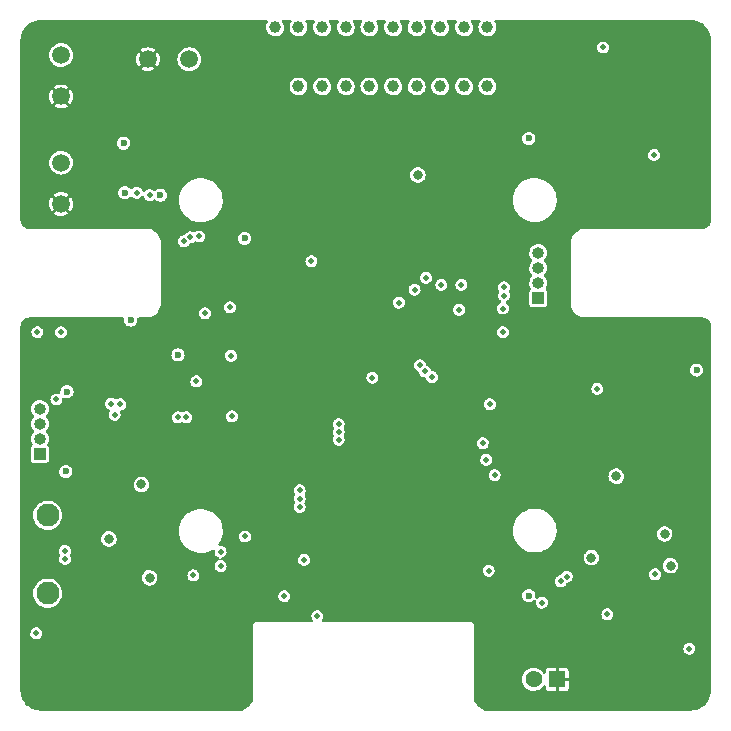
<source format=gbr>
%TF.GenerationSoftware,KiCad,Pcbnew,(6.0.0)*%
%TF.CreationDate,2022-04-27T19:52:18+01:00*%
%TF.ProjectId,flora,666c6f72-612e-46b6-9963-61645f706362,A*%
%TF.SameCoordinates,Original*%
%TF.FileFunction,Copper,L2,Inr*%
%TF.FilePolarity,Positive*%
%FSLAX46Y46*%
G04 Gerber Fmt 4.6, Leading zero omitted, Abs format (unit mm)*
G04 Created by KiCad (PCBNEW (6.0.0)) date 2022-04-27 19:52:18*
%MOMM*%
%LPD*%
G01*
G04 APERTURE LIST*
%TA.AperFunction,ComponentPad*%
%ADD10C,1.950000*%
%TD*%
%TA.AperFunction,ComponentPad*%
%ADD11C,1.500000*%
%TD*%
%TA.AperFunction,ComponentPad*%
%ADD12R,1.425000X1.425000*%
%TD*%
%TA.AperFunction,ComponentPad*%
%ADD13C,1.425000*%
%TD*%
%TA.AperFunction,ComponentPad*%
%ADD14R,1.000000X1.000000*%
%TD*%
%TA.AperFunction,ComponentPad*%
%ADD15O,1.000000X1.000000*%
%TD*%
%TA.AperFunction,ComponentPad*%
%ADD16C,1.000000*%
%TD*%
%TA.AperFunction,ViaPad*%
%ADD17C,0.500000*%
%TD*%
%TA.AperFunction,ViaPad*%
%ADD18C,0.800000*%
%TD*%
%TA.AperFunction,ViaPad*%
%ADD19C,0.600000*%
%TD*%
G04 APERTURE END LIST*
D10*
%TO.N,unconnected-(J4-PadMH1)*%
%TO.C,J4*%
X177025000Y-148550000D03*
%TO.N,unconnected-(J4-PadMH2)*%
X177025000Y-155150000D03*
%TD*%
D11*
%TO.N,GPIO13*%
%TO.C,J3*%
X189000000Y-109950000D03*
%TO.N,GND*%
X185500000Y-109950000D03*
%TD*%
D12*
%TO.N,GND*%
%TO.C,J5*%
X220150000Y-162450000D03*
D13*
%TO.N,+VSW*%
X218150000Y-162450000D03*
%TD*%
D14*
%TO.N,GPIO14*%
%TO.C,J8*%
X218550000Y-130150000D03*
D15*
%TO.N,GPIO12*%
X218550000Y-128880000D03*
%TO.N,GPIO13*%
X218550000Y-127610000D03*
%TO.N,GPIO15*%
X218550000Y-126340000D03*
%TD*%
D14*
%TO.N,/Microcontroller/DTR*%
%TO.C,J6*%
X176350000Y-143350000D03*
D15*
%TO.N,/Microcontroller/U0TXD*%
X176350000Y-142080000D03*
%TO.N,/Microcontroller/U0RXD*%
X176350000Y-140810000D03*
%TO.N,/Microcontroller/RTS*%
X176350000Y-139540000D03*
%TD*%
D16*
%TO.N,*%
%TO.C,AE1*%
X208250000Y-112250000D03*
X214250000Y-107250000D03*
X208250000Y-107250000D03*
X204250000Y-112250000D03*
X196250000Y-107250000D03*
X204250000Y-107250000D03*
X206250000Y-107250000D03*
X198250000Y-107250000D03*
X200250000Y-107250000D03*
X210250000Y-112250000D03*
X202250000Y-112250000D03*
X206250000Y-112250000D03*
X202250000Y-107250000D03*
X212250000Y-107250000D03*
X210250000Y-107250000D03*
X200250000Y-112250000D03*
X198250000Y-112250000D03*
X212250000Y-112250000D03*
X214250000Y-112250000D03*
%TD*%
D11*
%TO.N,GPIO14*%
%TO.C,J1*%
X178150000Y-118700000D03*
%TO.N,GND*%
X178150000Y-122200000D03*
%TD*%
%TO.N,GPIO12*%
%TO.C,J2*%
X178150000Y-109600000D03*
%TO.N,GND*%
X178150000Y-113100000D03*
%TD*%
D17*
%TO.N,EN*%
X198735523Y-152335523D03*
X183152684Y-139147316D03*
X176050000Y-158550000D03*
X189600000Y-137220000D03*
%TO.N,Net-(C10-Pad2)*%
X228350000Y-118050000D03*
X224050000Y-108950000D03*
%TO.N,GPIO0*%
X192620000Y-140180000D03*
X189350000Y-153650000D03*
D18*
%TO.N,VBUS*%
X184950000Y-145950000D03*
X182200000Y-150550000D03*
D17*
%TO.N,GPIO25*%
X214850000Y-145150000D03*
X192450000Y-130950000D03*
%TO.N,GPIO26*%
X190350000Y-131450000D03*
X214150000Y-143850000D03*
%TO.N,GPIO27*%
X192550000Y-135050000D03*
X213850000Y-142450000D03*
%TO.N,GPIO14*%
X199350000Y-127050000D03*
X214450000Y-139150000D03*
X201650000Y-142149006D03*
X188550000Y-125350000D03*
%TO.N,GPIO12*%
X189106944Y-125015834D03*
X201650000Y-141499503D03*
%TO.N,GPIO13*%
X211850000Y-131150000D03*
X215650000Y-129950000D03*
X189850000Y-124950000D03*
X201650000Y-140850000D03*
%TO.N,GPIO15*%
X215650000Y-129250000D03*
X206750000Y-130550000D03*
%TO.N,GPIO16*%
X185650000Y-121450000D03*
X188750000Y-140250000D03*
%TO.N,GPIO17*%
X188050000Y-140250000D03*
X184550000Y-121250000D03*
%TO.N,GPIO5*%
X198350000Y-146450000D03*
X208550000Y-135850000D03*
%TO.N,GPIO18*%
X208939702Y-136369602D03*
X198350000Y-147150000D03*
X212050000Y-129050000D03*
X210350000Y-129050000D03*
%TO.N,GPIO21*%
X193724500Y-150350000D03*
X218850000Y-155950000D03*
%TO.N,/Microcontroller/U0RXD*%
X178150000Y-133050000D03*
X191650000Y-151650000D03*
%TO.N,/Microcontroller/U0TXD*%
X191650000Y-152850000D03*
X176150000Y-133050000D03*
%TO.N,GPIO22*%
X199850000Y-157099011D03*
X224400000Y-156950000D03*
%TO.N,D-*%
X178471551Y-151572048D03*
%TO.N,D+*%
X178500000Y-152250000D03*
D18*
%TO.N,VDD*%
X208350000Y-119750000D03*
X229750000Y-152824500D03*
X223050000Y-152150000D03*
X229250000Y-150150000D03*
X185650000Y-153850000D03*
X225150000Y-145250000D03*
D19*
%TO.N,+3V3*%
X231950000Y-136250000D03*
X183450000Y-117050000D03*
X178650000Y-138089500D03*
X193700000Y-125100000D03*
X188050000Y-134990000D03*
X186550000Y-121450000D03*
X183550000Y-121250000D03*
X217750000Y-116650000D03*
X184050000Y-132019502D03*
X217750000Y-155350000D03*
X178550000Y-144850000D03*
D17*
%TO.N,Net-(BT1-Pad2)*%
X214350000Y-153250000D03*
%TO.N,Net-(JP5-Pad1)*%
X215550000Y-131050000D03*
X220961323Y-153749500D03*
%TO.N,Net-(D2-Pad1)*%
X231350000Y-159850000D03*
X228450000Y-153550000D03*
%TO.N,Net-(JP4-Pad1)*%
X220450000Y-154150000D03*
X215550000Y-133050000D03*
%TO.N,Net-(JP7-Pad1)*%
X223550000Y-137850000D03*
%TO.N,/Microcontroller/RTS*%
X182385523Y-139114477D03*
X177750000Y-138750000D03*
%TO.N,/Microcontroller/DTR*%
X182678184Y-140050000D03*
D18*
%TO.N,GND*%
X193000000Y-124200000D03*
X183450000Y-114650000D03*
X230250000Y-132950000D03*
X226150000Y-110450000D03*
X232250000Y-144550000D03*
X187550000Y-162950000D03*
X230050000Y-138062500D03*
X180450000Y-133150000D03*
X180800000Y-155050000D03*
X207950000Y-150950000D03*
X192450000Y-155450000D03*
X219350000Y-107450000D03*
X217650000Y-154150000D03*
X208050000Y-149150000D03*
X201550000Y-150950000D03*
X177850000Y-139750000D03*
X231650000Y-156450000D03*
X217750000Y-158350000D03*
X213450000Y-136950000D03*
X206698423Y-152550000D03*
X219650000Y-112950000D03*
X208050000Y-147350000D03*
X204850000Y-146050000D03*
X188050000Y-135950000D03*
X201550000Y-149250000D03*
X230440539Y-121071478D03*
X176950000Y-161450000D03*
X211550000Y-121050000D03*
X224950000Y-147050000D03*
X206550000Y-146050000D03*
X229250000Y-164150000D03*
D17*
X186550000Y-145950000D03*
%TO.N,GPIO19*%
X209550000Y-136850000D03*
X198350000Y-147850000D03*
%TO.N,GPIO23*%
X197050000Y-155400011D03*
X204514477Y-136914477D03*
X209050000Y-128450000D03*
X208075500Y-129450000D03*
%TD*%
%TA.AperFunction,Conductor*%
%TO.N,GND*%
G36*
X195605680Y-106624002D02*
G01*
X195652173Y-106677658D01*
X195662277Y-106747932D01*
X195643470Y-106798255D01*
X195573729Y-106906471D01*
X195573726Y-106906478D01*
X195569909Y-106912400D01*
X195567498Y-106919025D01*
X195514425Y-107064840D01*
X195514424Y-107064845D01*
X195512015Y-107071463D01*
X195490800Y-107239399D01*
X195507318Y-107407862D01*
X195560748Y-107568479D01*
X195648435Y-107713267D01*
X195653326Y-107718332D01*
X195653327Y-107718333D01*
X195677062Y-107742911D01*
X195766021Y-107835031D01*
X195907660Y-107927717D01*
X196066315Y-107986720D01*
X196073296Y-107987651D01*
X196073298Y-107987652D01*
X196227118Y-108008176D01*
X196227122Y-108008176D01*
X196234099Y-108009107D01*
X196241110Y-108008469D01*
X196241114Y-108008469D01*
X196395652Y-107994405D01*
X196402673Y-107993766D01*
X196563659Y-107941458D01*
X196709056Y-107854784D01*
X196831638Y-107738052D01*
X196835539Y-107732181D01*
X196921410Y-107602935D01*
X196921411Y-107602933D01*
X196925311Y-107597063D01*
X196985420Y-107438824D01*
X197008978Y-107271200D01*
X197009274Y-107250000D01*
X196990406Y-107081784D01*
X196934738Y-106921929D01*
X196856530Y-106796770D01*
X196837394Y-106728401D01*
X196858259Y-106660539D01*
X196912501Y-106614731D01*
X196963384Y-106604000D01*
X197537559Y-106604000D01*
X197605680Y-106624002D01*
X197652173Y-106677658D01*
X197662277Y-106747932D01*
X197643470Y-106798255D01*
X197573729Y-106906471D01*
X197573726Y-106906478D01*
X197569909Y-106912400D01*
X197567498Y-106919025D01*
X197514425Y-107064840D01*
X197514424Y-107064845D01*
X197512015Y-107071463D01*
X197490800Y-107239399D01*
X197507318Y-107407862D01*
X197560748Y-107568479D01*
X197648435Y-107713267D01*
X197653326Y-107718332D01*
X197653327Y-107718333D01*
X197677062Y-107742911D01*
X197766021Y-107835031D01*
X197907660Y-107927717D01*
X198066315Y-107986720D01*
X198073296Y-107987651D01*
X198073298Y-107987652D01*
X198227118Y-108008176D01*
X198227122Y-108008176D01*
X198234099Y-108009107D01*
X198241110Y-108008469D01*
X198241114Y-108008469D01*
X198395652Y-107994405D01*
X198402673Y-107993766D01*
X198563659Y-107941458D01*
X198709056Y-107854784D01*
X198831638Y-107738052D01*
X198835539Y-107732181D01*
X198921410Y-107602935D01*
X198921411Y-107602933D01*
X198925311Y-107597063D01*
X198985420Y-107438824D01*
X199008978Y-107271200D01*
X199009274Y-107250000D01*
X198990406Y-107081784D01*
X198934738Y-106921929D01*
X198856530Y-106796770D01*
X198837394Y-106728401D01*
X198858259Y-106660539D01*
X198912501Y-106614731D01*
X198963384Y-106604000D01*
X199537559Y-106604000D01*
X199605680Y-106624002D01*
X199652173Y-106677658D01*
X199662277Y-106747932D01*
X199643470Y-106798255D01*
X199573729Y-106906471D01*
X199573726Y-106906478D01*
X199569909Y-106912400D01*
X199567498Y-106919025D01*
X199514425Y-107064840D01*
X199514424Y-107064845D01*
X199512015Y-107071463D01*
X199490800Y-107239399D01*
X199507318Y-107407862D01*
X199560748Y-107568479D01*
X199648435Y-107713267D01*
X199653326Y-107718332D01*
X199653327Y-107718333D01*
X199677062Y-107742911D01*
X199766021Y-107835031D01*
X199907660Y-107927717D01*
X200066315Y-107986720D01*
X200073296Y-107987651D01*
X200073298Y-107987652D01*
X200227118Y-108008176D01*
X200227122Y-108008176D01*
X200234099Y-108009107D01*
X200241110Y-108008469D01*
X200241114Y-108008469D01*
X200395652Y-107994405D01*
X200402673Y-107993766D01*
X200563659Y-107941458D01*
X200709056Y-107854784D01*
X200831638Y-107738052D01*
X200835539Y-107732181D01*
X200921410Y-107602935D01*
X200921411Y-107602933D01*
X200925311Y-107597063D01*
X200985420Y-107438824D01*
X201008978Y-107271200D01*
X201009274Y-107250000D01*
X200990406Y-107081784D01*
X200934738Y-106921929D01*
X200856530Y-106796770D01*
X200837394Y-106728401D01*
X200858259Y-106660539D01*
X200912501Y-106614731D01*
X200963384Y-106604000D01*
X201537559Y-106604000D01*
X201605680Y-106624002D01*
X201652173Y-106677658D01*
X201662277Y-106747932D01*
X201643470Y-106798255D01*
X201573729Y-106906471D01*
X201573726Y-106906478D01*
X201569909Y-106912400D01*
X201567498Y-106919025D01*
X201514425Y-107064840D01*
X201514424Y-107064845D01*
X201512015Y-107071463D01*
X201490800Y-107239399D01*
X201507318Y-107407862D01*
X201560748Y-107568479D01*
X201648435Y-107713267D01*
X201653326Y-107718332D01*
X201653327Y-107718333D01*
X201677062Y-107742911D01*
X201766021Y-107835031D01*
X201907660Y-107927717D01*
X202066315Y-107986720D01*
X202073296Y-107987651D01*
X202073298Y-107987652D01*
X202227118Y-108008176D01*
X202227122Y-108008176D01*
X202234099Y-108009107D01*
X202241110Y-108008469D01*
X202241114Y-108008469D01*
X202395652Y-107994405D01*
X202402673Y-107993766D01*
X202563659Y-107941458D01*
X202709056Y-107854784D01*
X202831638Y-107738052D01*
X202835539Y-107732181D01*
X202921410Y-107602935D01*
X202921411Y-107602933D01*
X202925311Y-107597063D01*
X202985420Y-107438824D01*
X203008978Y-107271200D01*
X203009274Y-107250000D01*
X202990406Y-107081784D01*
X202934738Y-106921929D01*
X202856530Y-106796770D01*
X202837394Y-106728401D01*
X202858259Y-106660539D01*
X202912501Y-106614731D01*
X202963384Y-106604000D01*
X203537559Y-106604000D01*
X203605680Y-106624002D01*
X203652173Y-106677658D01*
X203662277Y-106747932D01*
X203643470Y-106798255D01*
X203573729Y-106906471D01*
X203573726Y-106906478D01*
X203569909Y-106912400D01*
X203567498Y-106919025D01*
X203514425Y-107064840D01*
X203514424Y-107064845D01*
X203512015Y-107071463D01*
X203490800Y-107239399D01*
X203507318Y-107407862D01*
X203560748Y-107568479D01*
X203648435Y-107713267D01*
X203653326Y-107718332D01*
X203653327Y-107718333D01*
X203677062Y-107742911D01*
X203766021Y-107835031D01*
X203907660Y-107927717D01*
X204066315Y-107986720D01*
X204073296Y-107987651D01*
X204073298Y-107987652D01*
X204227118Y-108008176D01*
X204227122Y-108008176D01*
X204234099Y-108009107D01*
X204241110Y-108008469D01*
X204241114Y-108008469D01*
X204395652Y-107994405D01*
X204402673Y-107993766D01*
X204563659Y-107941458D01*
X204709056Y-107854784D01*
X204831638Y-107738052D01*
X204835539Y-107732181D01*
X204921410Y-107602935D01*
X204921411Y-107602933D01*
X204925311Y-107597063D01*
X204985420Y-107438824D01*
X205008978Y-107271200D01*
X205009274Y-107250000D01*
X204990406Y-107081784D01*
X204934738Y-106921929D01*
X204856530Y-106796770D01*
X204837394Y-106728401D01*
X204858259Y-106660539D01*
X204912501Y-106614731D01*
X204963384Y-106604000D01*
X205537559Y-106604000D01*
X205605680Y-106624002D01*
X205652173Y-106677658D01*
X205662277Y-106747932D01*
X205643470Y-106798255D01*
X205573729Y-106906471D01*
X205573726Y-106906478D01*
X205569909Y-106912400D01*
X205567498Y-106919025D01*
X205514425Y-107064840D01*
X205514424Y-107064845D01*
X205512015Y-107071463D01*
X205490800Y-107239399D01*
X205507318Y-107407862D01*
X205560748Y-107568479D01*
X205648435Y-107713267D01*
X205653326Y-107718332D01*
X205653327Y-107718333D01*
X205677062Y-107742911D01*
X205766021Y-107835031D01*
X205907660Y-107927717D01*
X206066315Y-107986720D01*
X206073296Y-107987651D01*
X206073298Y-107987652D01*
X206227118Y-108008176D01*
X206227122Y-108008176D01*
X206234099Y-108009107D01*
X206241110Y-108008469D01*
X206241114Y-108008469D01*
X206395652Y-107994405D01*
X206402673Y-107993766D01*
X206563659Y-107941458D01*
X206709056Y-107854784D01*
X206831638Y-107738052D01*
X206835539Y-107732181D01*
X206921410Y-107602935D01*
X206921411Y-107602933D01*
X206925311Y-107597063D01*
X206985420Y-107438824D01*
X207008978Y-107271200D01*
X207009274Y-107250000D01*
X206990406Y-107081784D01*
X206934738Y-106921929D01*
X206856530Y-106796770D01*
X206837394Y-106728401D01*
X206858259Y-106660539D01*
X206912501Y-106614731D01*
X206963384Y-106604000D01*
X207537559Y-106604000D01*
X207605680Y-106624002D01*
X207652173Y-106677658D01*
X207662277Y-106747932D01*
X207643470Y-106798255D01*
X207573729Y-106906471D01*
X207573726Y-106906478D01*
X207569909Y-106912400D01*
X207567498Y-106919025D01*
X207514425Y-107064840D01*
X207514424Y-107064845D01*
X207512015Y-107071463D01*
X207490800Y-107239399D01*
X207507318Y-107407862D01*
X207560748Y-107568479D01*
X207648435Y-107713267D01*
X207653326Y-107718332D01*
X207653327Y-107718333D01*
X207677062Y-107742911D01*
X207766021Y-107835031D01*
X207907660Y-107927717D01*
X208066315Y-107986720D01*
X208073296Y-107987651D01*
X208073298Y-107987652D01*
X208227118Y-108008176D01*
X208227122Y-108008176D01*
X208234099Y-108009107D01*
X208241110Y-108008469D01*
X208241114Y-108008469D01*
X208395652Y-107994405D01*
X208402673Y-107993766D01*
X208563659Y-107941458D01*
X208709056Y-107854784D01*
X208831638Y-107738052D01*
X208835539Y-107732181D01*
X208921410Y-107602935D01*
X208921411Y-107602933D01*
X208925311Y-107597063D01*
X208985420Y-107438824D01*
X209008978Y-107271200D01*
X209009274Y-107250000D01*
X208990406Y-107081784D01*
X208934738Y-106921929D01*
X208856530Y-106796770D01*
X208837394Y-106728401D01*
X208858259Y-106660539D01*
X208912501Y-106614731D01*
X208963384Y-106604000D01*
X209537559Y-106604000D01*
X209605680Y-106624002D01*
X209652173Y-106677658D01*
X209662277Y-106747932D01*
X209643470Y-106798255D01*
X209573729Y-106906471D01*
X209573726Y-106906478D01*
X209569909Y-106912400D01*
X209567498Y-106919025D01*
X209514425Y-107064840D01*
X209514424Y-107064845D01*
X209512015Y-107071463D01*
X209490800Y-107239399D01*
X209507318Y-107407862D01*
X209560748Y-107568479D01*
X209648435Y-107713267D01*
X209653326Y-107718332D01*
X209653327Y-107718333D01*
X209677062Y-107742911D01*
X209766021Y-107835031D01*
X209907660Y-107927717D01*
X210066315Y-107986720D01*
X210073296Y-107987651D01*
X210073298Y-107987652D01*
X210227118Y-108008176D01*
X210227122Y-108008176D01*
X210234099Y-108009107D01*
X210241110Y-108008469D01*
X210241114Y-108008469D01*
X210395652Y-107994405D01*
X210402673Y-107993766D01*
X210563659Y-107941458D01*
X210709056Y-107854784D01*
X210831638Y-107738052D01*
X210835539Y-107732181D01*
X210921410Y-107602935D01*
X210921411Y-107602933D01*
X210925311Y-107597063D01*
X210985420Y-107438824D01*
X211008978Y-107271200D01*
X211009274Y-107250000D01*
X210990406Y-107081784D01*
X210934738Y-106921929D01*
X210856530Y-106796770D01*
X210837394Y-106728401D01*
X210858259Y-106660539D01*
X210912501Y-106614731D01*
X210963384Y-106604000D01*
X211537559Y-106604000D01*
X211605680Y-106624002D01*
X211652173Y-106677658D01*
X211662277Y-106747932D01*
X211643470Y-106798255D01*
X211573729Y-106906471D01*
X211573726Y-106906478D01*
X211569909Y-106912400D01*
X211567498Y-106919025D01*
X211514425Y-107064840D01*
X211514424Y-107064845D01*
X211512015Y-107071463D01*
X211490800Y-107239399D01*
X211507318Y-107407862D01*
X211560748Y-107568479D01*
X211648435Y-107713267D01*
X211653326Y-107718332D01*
X211653327Y-107718333D01*
X211677062Y-107742911D01*
X211766021Y-107835031D01*
X211907660Y-107927717D01*
X212066315Y-107986720D01*
X212073296Y-107987651D01*
X212073298Y-107987652D01*
X212227118Y-108008176D01*
X212227122Y-108008176D01*
X212234099Y-108009107D01*
X212241110Y-108008469D01*
X212241114Y-108008469D01*
X212395652Y-107994405D01*
X212402673Y-107993766D01*
X212563659Y-107941458D01*
X212709056Y-107854784D01*
X212831638Y-107738052D01*
X212835539Y-107732181D01*
X212921410Y-107602935D01*
X212921411Y-107602933D01*
X212925311Y-107597063D01*
X212985420Y-107438824D01*
X213008978Y-107271200D01*
X213009274Y-107250000D01*
X212990406Y-107081784D01*
X212934738Y-106921929D01*
X212856530Y-106796770D01*
X212837394Y-106728401D01*
X212858259Y-106660539D01*
X212912501Y-106614731D01*
X212963384Y-106604000D01*
X213537559Y-106604000D01*
X213605680Y-106624002D01*
X213652173Y-106677658D01*
X213662277Y-106747932D01*
X213643470Y-106798255D01*
X213573729Y-106906471D01*
X213573726Y-106906478D01*
X213569909Y-106912400D01*
X213567498Y-106919025D01*
X213514425Y-107064840D01*
X213514424Y-107064845D01*
X213512015Y-107071463D01*
X213490800Y-107239399D01*
X213507318Y-107407862D01*
X213560748Y-107568479D01*
X213648435Y-107713267D01*
X213653326Y-107718332D01*
X213653327Y-107718333D01*
X213677062Y-107742911D01*
X213766021Y-107835031D01*
X213907660Y-107927717D01*
X214066315Y-107986720D01*
X214073296Y-107987651D01*
X214073298Y-107987652D01*
X214227118Y-108008176D01*
X214227122Y-108008176D01*
X214234099Y-108009107D01*
X214241110Y-108008469D01*
X214241114Y-108008469D01*
X214395652Y-107994405D01*
X214402673Y-107993766D01*
X214563659Y-107941458D01*
X214709056Y-107854784D01*
X214831638Y-107738052D01*
X214835539Y-107732181D01*
X214921410Y-107602935D01*
X214921411Y-107602933D01*
X214925311Y-107597063D01*
X214985420Y-107438824D01*
X215008978Y-107271200D01*
X215009274Y-107250000D01*
X214990406Y-107081784D01*
X214934738Y-106921929D01*
X214856530Y-106796770D01*
X214837394Y-106728401D01*
X214858259Y-106660539D01*
X214912501Y-106614731D01*
X214963384Y-106604000D01*
X231412575Y-106604000D01*
X231437153Y-106606421D01*
X231450000Y-106608976D01*
X231462171Y-106606555D01*
X231474581Y-106606555D01*
X231474581Y-106607198D01*
X231485326Y-106606527D01*
X231689491Y-106621129D01*
X231707285Y-106623687D01*
X231933101Y-106672810D01*
X231950350Y-106677875D01*
X232033148Y-106708757D01*
X232166877Y-106758635D01*
X232183226Y-106766102D01*
X232386049Y-106876852D01*
X232401170Y-106886569D01*
X232547199Y-106995885D01*
X232586176Y-107025063D01*
X232599762Y-107036836D01*
X232763164Y-107200238D01*
X232774937Y-107213824D01*
X232913429Y-107398827D01*
X232923148Y-107413951D01*
X233033898Y-107616774D01*
X233041365Y-107633123D01*
X233082314Y-107742911D01*
X233122125Y-107849650D01*
X233127190Y-107866899D01*
X233176313Y-108092715D01*
X233178871Y-108110509D01*
X233193473Y-108314674D01*
X233192802Y-108325419D01*
X233193445Y-108325419D01*
X233193445Y-108337829D01*
X233191024Y-108350000D01*
X233193445Y-108362170D01*
X233193579Y-108362844D01*
X233196000Y-108387425D01*
X233196000Y-123512575D01*
X233193579Y-123537153D01*
X233191024Y-123550000D01*
X233193445Y-123562172D01*
X233193445Y-123569754D01*
X233192838Y-123582104D01*
X233182882Y-123683188D01*
X233178065Y-123707408D01*
X233142813Y-123823617D01*
X233133369Y-123846418D01*
X233076124Y-123953517D01*
X233062406Y-123974047D01*
X232985374Y-124067909D01*
X232967909Y-124085374D01*
X232874047Y-124162406D01*
X232853517Y-124176124D01*
X232746418Y-124233369D01*
X232723617Y-124242813D01*
X232607408Y-124278065D01*
X232583188Y-124282882D01*
X232482104Y-124292838D01*
X232469754Y-124293445D01*
X232462172Y-124293445D01*
X232450000Y-124291024D01*
X232437153Y-124293579D01*
X232412575Y-124296000D01*
X222587425Y-124296000D01*
X222562847Y-124293579D01*
X222550000Y-124291024D01*
X222540866Y-124292841D01*
X222533191Y-124293445D01*
X222533190Y-124293445D01*
X222500725Y-124296000D01*
X222353225Y-124307608D01*
X222161294Y-124353687D01*
X222156723Y-124355580D01*
X222156721Y-124355581D01*
X221983509Y-124427327D01*
X221983505Y-124427329D01*
X221978935Y-124429222D01*
X221810638Y-124532355D01*
X221660546Y-124660546D01*
X221532355Y-124810638D01*
X221429222Y-124978935D01*
X221427329Y-124983505D01*
X221427327Y-124983509D01*
X221377020Y-125104962D01*
X221353687Y-125161294D01*
X221352532Y-125166106D01*
X221309139Y-125346850D01*
X221307608Y-125353225D01*
X221303298Y-125407988D01*
X221294444Y-125520503D01*
X221292841Y-125540866D01*
X221291024Y-125550000D01*
X221293445Y-125562170D01*
X221293579Y-125562844D01*
X221296000Y-125587425D01*
X221296000Y-130512575D01*
X221293579Y-130537153D01*
X221291024Y-130550000D01*
X221292841Y-130559134D01*
X221307608Y-130746775D01*
X221353687Y-130938706D01*
X221355580Y-130943277D01*
X221355581Y-130943279D01*
X221418542Y-131095280D01*
X221429222Y-131121065D01*
X221532355Y-131289362D01*
X221577444Y-131342154D01*
X221656686Y-131434934D01*
X221660546Y-131439454D01*
X221810638Y-131567645D01*
X221978935Y-131670778D01*
X221983505Y-131672671D01*
X221983509Y-131672673D01*
X222156721Y-131744419D01*
X222161294Y-131746313D01*
X222353225Y-131792392D01*
X222483253Y-131802625D01*
X222533190Y-131806555D01*
X222533191Y-131806555D01*
X222540866Y-131807159D01*
X222550000Y-131808976D01*
X222562847Y-131806421D01*
X222587425Y-131804000D01*
X232412575Y-131804000D01*
X232437153Y-131806421D01*
X232450000Y-131808976D01*
X232462172Y-131806555D01*
X232469754Y-131806555D01*
X232482104Y-131807162D01*
X232583188Y-131817118D01*
X232607408Y-131821935D01*
X232723617Y-131857187D01*
X232746418Y-131866631D01*
X232853517Y-131923876D01*
X232874047Y-131937594D01*
X232967909Y-132014626D01*
X232985374Y-132032091D01*
X233062406Y-132125953D01*
X233076124Y-132146483D01*
X233133369Y-132253582D01*
X233142813Y-132276383D01*
X233178065Y-132392592D01*
X233182882Y-132416812D01*
X233192838Y-132517896D01*
X233193445Y-132530246D01*
X233193445Y-132537828D01*
X233191024Y-132550000D01*
X233193445Y-132562170D01*
X233193579Y-132562844D01*
X233196000Y-132587425D01*
X233196000Y-163312575D01*
X233193579Y-163337153D01*
X233191024Y-163350000D01*
X233193445Y-163362171D01*
X233193445Y-163374581D01*
X233192802Y-163374581D01*
X233193473Y-163385326D01*
X233178871Y-163589491D01*
X233176313Y-163607285D01*
X233127190Y-163833101D01*
X233122125Y-163850350D01*
X233041367Y-164066873D01*
X233033898Y-164083226D01*
X232923148Y-164286049D01*
X232913429Y-164301173D01*
X232774937Y-164486176D01*
X232763164Y-164499762D01*
X232599762Y-164663164D01*
X232586176Y-164674937D01*
X232401173Y-164813429D01*
X232386049Y-164823148D01*
X232183226Y-164933898D01*
X232166877Y-164941365D01*
X232044994Y-164986825D01*
X231950350Y-165022125D01*
X231933101Y-165027190D01*
X231707285Y-165076313D01*
X231689491Y-165078871D01*
X231485326Y-165093473D01*
X231474581Y-165092802D01*
X231474581Y-165093445D01*
X231462171Y-165093445D01*
X231450000Y-165091024D01*
X231437153Y-165093579D01*
X231412575Y-165096000D01*
X214008725Y-165096000D01*
X213948340Y-165080588D01*
X213776626Y-164986825D01*
X213761502Y-164977105D01*
X213547490Y-164816897D01*
X213533904Y-164805124D01*
X213344876Y-164616096D01*
X213333103Y-164602510D01*
X213172895Y-164388498D01*
X213163175Y-164373374D01*
X213119412Y-164293228D01*
X213104000Y-164232843D01*
X213104000Y-162436433D01*
X217178416Y-162436433D01*
X217194284Y-162625407D01*
X217246556Y-162807699D01*
X217249374Y-162813182D01*
X217330419Y-162970880D01*
X217330422Y-162970884D01*
X217333239Y-162976366D01*
X217451033Y-163124985D01*
X217455726Y-163128979D01*
X217455727Y-163128980D01*
X217531642Y-163193588D01*
X217595450Y-163247893D01*
X217760989Y-163340410D01*
X217941346Y-163399012D01*
X218129651Y-163421466D01*
X218135786Y-163420994D01*
X218135788Y-163420994D01*
X218312588Y-163407390D01*
X218312592Y-163407389D01*
X218318730Y-163406917D01*
X218396060Y-163385326D01*
X218495439Y-163357579D01*
X218495443Y-163357578D01*
X218501383Y-163355919D01*
X218581329Y-163315536D01*
X218665151Y-163273195D01*
X218665153Y-163273194D01*
X218670652Y-163270416D01*
X218820089Y-163153663D01*
X218944003Y-163010107D01*
X218947048Y-163004747D01*
X218947946Y-163003167D01*
X218948628Y-163002507D01*
X218950601Y-162999711D01*
X218951133Y-163000086D01*
X218998987Y-162953817D01*
X219068605Y-162939896D01*
X219134698Y-162965824D01*
X219176282Y-163023368D01*
X219183501Y-163065406D01*
X219183501Y-163181328D01*
X219184709Y-163193588D01*
X219195815Y-163249431D01*
X219205133Y-163271927D01*
X219247483Y-163335308D01*
X219264692Y-163352517D01*
X219328075Y-163394868D01*
X219350566Y-163404184D01*
X219406415Y-163415293D01*
X219418670Y-163416500D01*
X220004885Y-163416500D01*
X220020124Y-163412025D01*
X220021329Y-163410635D01*
X220023000Y-163402952D01*
X220023000Y-163398384D01*
X220277000Y-163398384D01*
X220281475Y-163413623D01*
X220282865Y-163414828D01*
X220290548Y-163416499D01*
X220881328Y-163416499D01*
X220893588Y-163415291D01*
X220949431Y-163404185D01*
X220971927Y-163394867D01*
X221035308Y-163352517D01*
X221052517Y-163335308D01*
X221094868Y-163271925D01*
X221104184Y-163249434D01*
X221115293Y-163193585D01*
X221116500Y-163181330D01*
X221116500Y-162595115D01*
X221112025Y-162579876D01*
X221110635Y-162578671D01*
X221102952Y-162577000D01*
X220295115Y-162577000D01*
X220279876Y-162581475D01*
X220278671Y-162582865D01*
X220277000Y-162590548D01*
X220277000Y-163398384D01*
X220023000Y-163398384D01*
X220023000Y-162304885D01*
X220277000Y-162304885D01*
X220281475Y-162320124D01*
X220282865Y-162321329D01*
X220290548Y-162323000D01*
X221098384Y-162323000D01*
X221113623Y-162318525D01*
X221114828Y-162317135D01*
X221116499Y-162309452D01*
X221116499Y-161718672D01*
X221115291Y-161706412D01*
X221104185Y-161650569D01*
X221094867Y-161628073D01*
X221052517Y-161564692D01*
X221035308Y-161547483D01*
X220971925Y-161505132D01*
X220949434Y-161495816D01*
X220893585Y-161484707D01*
X220881330Y-161483500D01*
X220295115Y-161483500D01*
X220279876Y-161487975D01*
X220278671Y-161489365D01*
X220277000Y-161497048D01*
X220277000Y-162304885D01*
X220023000Y-162304885D01*
X220023000Y-161501616D01*
X220018525Y-161486377D01*
X220017135Y-161485172D01*
X220009452Y-161483501D01*
X219418672Y-161483501D01*
X219406412Y-161484709D01*
X219350569Y-161495815D01*
X219328073Y-161505133D01*
X219264692Y-161547483D01*
X219247483Y-161564692D01*
X219205132Y-161628075D01*
X219195816Y-161650566D01*
X219184707Y-161706415D01*
X219183500Y-161718670D01*
X219183500Y-161833435D01*
X219163498Y-161901556D01*
X219109842Y-161948049D01*
X219039568Y-161958153D01*
X218974988Y-161928659D01*
X218960055Y-161911691D01*
X218959332Y-161912281D01*
X218843370Y-161770097D01*
X218843367Y-161770094D01*
X218839475Y-161765322D01*
X218834726Y-161761393D01*
X218698106Y-161648371D01*
X218698102Y-161648369D01*
X218693356Y-161644442D01*
X218526541Y-161554245D01*
X218345383Y-161498167D01*
X218339261Y-161497524D01*
X218339258Y-161497523D01*
X218162913Y-161478989D01*
X218162911Y-161478989D01*
X218156784Y-161478345D01*
X218100139Y-161483500D01*
X217974065Y-161494973D01*
X217974062Y-161494974D01*
X217967926Y-161495532D01*
X217786003Y-161549075D01*
X217617944Y-161636934D01*
X217613144Y-161640794D01*
X217613143Y-161640794D01*
X217576759Y-161670048D01*
X217470152Y-161755762D01*
X217348255Y-161901033D01*
X217345289Y-161906428D01*
X217345285Y-161906434D01*
X217284369Y-162017240D01*
X217256895Y-162067215D01*
X217199555Y-162247977D01*
X217198869Y-162254094D01*
X217198868Y-162254098D01*
X217179103Y-162430308D01*
X217178416Y-162436433D01*
X213104000Y-162436433D01*
X213104000Y-159843773D01*
X230840350Y-159843773D01*
X230841514Y-159852675D01*
X230841514Y-159852678D01*
X230857924Y-159978164D01*
X230859088Y-159987065D01*
X230917289Y-160119339D01*
X231010276Y-160229960D01*
X231017747Y-160234933D01*
X231017748Y-160234934D01*
X231123101Y-160305063D01*
X231123103Y-160305064D01*
X231130574Y-160310037D01*
X231139138Y-160312713D01*
X231139141Y-160312714D01*
X231199542Y-160331584D01*
X231268510Y-160353132D01*
X231412998Y-160355780D01*
X231432530Y-160350455D01*
X231543763Y-160320130D01*
X231543765Y-160320129D01*
X231552422Y-160317769D01*
X231675572Y-160242154D01*
X231772551Y-160135014D01*
X231835560Y-160004962D01*
X231859536Y-159862453D01*
X231859688Y-159850000D01*
X231839201Y-159706948D01*
X231779388Y-159575395D01*
X231773530Y-159568596D01*
X231773527Y-159568592D01*
X231690916Y-159472718D01*
X231690913Y-159472716D01*
X231685056Y-159465918D01*
X231563790Y-159387317D01*
X231546921Y-159382272D01*
X231433938Y-159348482D01*
X231433936Y-159348482D01*
X231425337Y-159345910D01*
X231416363Y-159345855D01*
X231416361Y-159345855D01*
X231353082Y-159345469D01*
X231280827Y-159345028D01*
X231272196Y-159347495D01*
X231272194Y-159347495D01*
X231150509Y-159382272D01*
X231150505Y-159382274D01*
X231141879Y-159384739D01*
X231019661Y-159461853D01*
X230923999Y-159570170D01*
X230862583Y-159700982D01*
X230840350Y-159843773D01*
X213104000Y-159843773D01*
X213104000Y-157887425D01*
X213106421Y-157862844D01*
X213106555Y-157862170D01*
X213108976Y-157850000D01*
X213089263Y-157750894D01*
X213033124Y-157666876D01*
X212949106Y-157610737D01*
X212875017Y-157596000D01*
X212862172Y-157593445D01*
X212850000Y-157591024D01*
X212837153Y-157593579D01*
X212812575Y-157596000D01*
X200364682Y-157596000D01*
X200296561Y-157575998D01*
X200250068Y-157522342D01*
X200239964Y-157452068D01*
X200264390Y-157400069D01*
X200261506Y-157398124D01*
X200266526Y-157390681D01*
X200272551Y-157384025D01*
X200335560Y-157253973D01*
X200359536Y-157111464D01*
X200359688Y-157099011D01*
X200339201Y-156955959D01*
X200333660Y-156943773D01*
X223890350Y-156943773D01*
X223891514Y-156952675D01*
X223891514Y-156952678D01*
X223907924Y-157078164D01*
X223909088Y-157087065D01*
X223967289Y-157219339D01*
X224060276Y-157329960D01*
X224067747Y-157334933D01*
X224067748Y-157334934D01*
X224173101Y-157405063D01*
X224173103Y-157405064D01*
X224180574Y-157410037D01*
X224189138Y-157412713D01*
X224189141Y-157412714D01*
X224249542Y-157431584D01*
X224318510Y-157453132D01*
X224462998Y-157455780D01*
X224482530Y-157450455D01*
X224593763Y-157420130D01*
X224593765Y-157420129D01*
X224602422Y-157417769D01*
X224725572Y-157342154D01*
X224822551Y-157235014D01*
X224885560Y-157104962D01*
X224909536Y-156962453D01*
X224909688Y-156950000D01*
X224889201Y-156806948D01*
X224829388Y-156675395D01*
X224823530Y-156668596D01*
X224823527Y-156668592D01*
X224740916Y-156572718D01*
X224740913Y-156572716D01*
X224735056Y-156565918D01*
X224613790Y-156487317D01*
X224596921Y-156482272D01*
X224483938Y-156448482D01*
X224483936Y-156448482D01*
X224475337Y-156445910D01*
X224466363Y-156445855D01*
X224466361Y-156445855D01*
X224403082Y-156445469D01*
X224330827Y-156445028D01*
X224322196Y-156447495D01*
X224322194Y-156447495D01*
X224200509Y-156482272D01*
X224200505Y-156482274D01*
X224191879Y-156484739D01*
X224069661Y-156561853D01*
X224063718Y-156568582D01*
X224063717Y-156568583D01*
X224038185Y-156597493D01*
X223973999Y-156670170D01*
X223970185Y-156678293D01*
X223970184Y-156678295D01*
X223949792Y-156721729D01*
X223912583Y-156800982D01*
X223911203Y-156809846D01*
X223911202Y-156809849D01*
X223908936Y-156824406D01*
X223890350Y-156943773D01*
X200333660Y-156943773D01*
X200279388Y-156824406D01*
X200273530Y-156817607D01*
X200273527Y-156817603D01*
X200190916Y-156721729D01*
X200190913Y-156721727D01*
X200185056Y-156714929D01*
X200063790Y-156636328D01*
X200046921Y-156631283D01*
X199933938Y-156597493D01*
X199933936Y-156597493D01*
X199925337Y-156594921D01*
X199916363Y-156594866D01*
X199916361Y-156594866D01*
X199853082Y-156594480D01*
X199780827Y-156594039D01*
X199772196Y-156596506D01*
X199772194Y-156596506D01*
X199650509Y-156631283D01*
X199650505Y-156631285D01*
X199641879Y-156633750D01*
X199634292Y-156638537D01*
X199634290Y-156638538D01*
X199562921Y-156683569D01*
X199519661Y-156710864D01*
X199423999Y-156819181D01*
X199362583Y-156949993D01*
X199340350Y-157092784D01*
X199341514Y-157101686D01*
X199341514Y-157101689D01*
X199355825Y-157211125D01*
X199359088Y-157236076D01*
X199417289Y-157368350D01*
X199423061Y-157375217D01*
X199423065Y-157375223D01*
X199434583Y-157388925D01*
X199463104Y-157453941D01*
X199451948Y-157524056D01*
X199404655Y-157577008D01*
X199338132Y-157596000D01*
X194687425Y-157596000D01*
X194662847Y-157593579D01*
X194650000Y-157591024D01*
X194637828Y-157593445D01*
X194624983Y-157596000D01*
X194550894Y-157610737D01*
X194466876Y-157666876D01*
X194410737Y-157750894D01*
X194391024Y-157850000D01*
X194393445Y-157862170D01*
X194393579Y-157862844D01*
X194396000Y-157887425D01*
X194396000Y-164232843D01*
X194380588Y-164293228D01*
X194336825Y-164373374D01*
X194327105Y-164388498D01*
X194166897Y-164602510D01*
X194155124Y-164616096D01*
X193966096Y-164805124D01*
X193952510Y-164816897D01*
X193738498Y-164977105D01*
X193723374Y-164986825D01*
X193551660Y-165080588D01*
X193491275Y-165096000D01*
X176487425Y-165096000D01*
X176462847Y-165093579D01*
X176450000Y-165091024D01*
X176437829Y-165093445D01*
X176425419Y-165093445D01*
X176425419Y-165092802D01*
X176414674Y-165093473D01*
X176210509Y-165078871D01*
X176192715Y-165076313D01*
X175966899Y-165027190D01*
X175949650Y-165022125D01*
X175855006Y-164986825D01*
X175733123Y-164941365D01*
X175716774Y-164933898D01*
X175513951Y-164823148D01*
X175498827Y-164813429D01*
X175313824Y-164674937D01*
X175300238Y-164663164D01*
X175136836Y-164499762D01*
X175125063Y-164486176D01*
X174986571Y-164301173D01*
X174976852Y-164286049D01*
X174866102Y-164083226D01*
X174858633Y-164066873D01*
X174777875Y-163850350D01*
X174772810Y-163833101D01*
X174723687Y-163607285D01*
X174721129Y-163589491D01*
X174706527Y-163385326D01*
X174707198Y-163374581D01*
X174706555Y-163374581D01*
X174706555Y-163362171D01*
X174708976Y-163350000D01*
X174706421Y-163337153D01*
X174704000Y-163312575D01*
X174704000Y-158543773D01*
X175540350Y-158543773D01*
X175541514Y-158552675D01*
X175541514Y-158552678D01*
X175543804Y-158570190D01*
X175559088Y-158687065D01*
X175617289Y-158819339D01*
X175710276Y-158929960D01*
X175717747Y-158934933D01*
X175717748Y-158934934D01*
X175823101Y-159005063D01*
X175823103Y-159005064D01*
X175830574Y-159010037D01*
X175839138Y-159012713D01*
X175839141Y-159012714D01*
X175899542Y-159031585D01*
X175968510Y-159053132D01*
X176112998Y-159055780D01*
X176132530Y-159050455D01*
X176243763Y-159020130D01*
X176243765Y-159020129D01*
X176252422Y-159017769D01*
X176375572Y-158942154D01*
X176472551Y-158835014D01*
X176535560Y-158704962D01*
X176559536Y-158562453D01*
X176559688Y-158550000D01*
X176539201Y-158406948D01*
X176479388Y-158275395D01*
X176473530Y-158268596D01*
X176473527Y-158268592D01*
X176390916Y-158172718D01*
X176390913Y-158172716D01*
X176385056Y-158165918D01*
X176307095Y-158115386D01*
X176271324Y-158092200D01*
X176271322Y-158092199D01*
X176263790Y-158087317D01*
X176246921Y-158082272D01*
X176133938Y-158048482D01*
X176133936Y-158048482D01*
X176125337Y-158045910D01*
X176116363Y-158045855D01*
X176116361Y-158045855D01*
X176053082Y-158045469D01*
X175980827Y-158045028D01*
X175972196Y-158047495D01*
X175972194Y-158047495D01*
X175850509Y-158082272D01*
X175850505Y-158082274D01*
X175841879Y-158084739D01*
X175834292Y-158089526D01*
X175834290Y-158089527D01*
X175779651Y-158124002D01*
X175719661Y-158161853D01*
X175713718Y-158168582D01*
X175713717Y-158168583D01*
X175683132Y-158203214D01*
X175623999Y-158270170D01*
X175620185Y-158278293D01*
X175620184Y-158278295D01*
X175595502Y-158330866D01*
X175562583Y-158400982D01*
X175561203Y-158409846D01*
X175561202Y-158409849D01*
X175546894Y-158501746D01*
X175540350Y-158543773D01*
X174704000Y-158543773D01*
X174704000Y-155150000D01*
X175790804Y-155150000D01*
X175809554Y-155364316D01*
X175831417Y-155445910D01*
X175858269Y-155546121D01*
X175865235Y-155572120D01*
X175867557Y-155577101D01*
X175867558Y-155577102D01*
X175953829Y-155762111D01*
X175953832Y-155762116D01*
X175956155Y-155767098D01*
X175959311Y-155771605D01*
X175959312Y-155771607D01*
X176053269Y-155905791D01*
X176079551Y-155943326D01*
X176231674Y-156095449D01*
X176236182Y-156098606D01*
X176236185Y-156098608D01*
X176403393Y-156215688D01*
X176407902Y-156218845D01*
X176412884Y-156221168D01*
X176412889Y-156221171D01*
X176597898Y-156307442D01*
X176602880Y-156309765D01*
X176608188Y-156311187D01*
X176608190Y-156311188D01*
X176672932Y-156328535D01*
X176810684Y-156365446D01*
X177025000Y-156384196D01*
X177239316Y-156365446D01*
X177377068Y-156328535D01*
X177441810Y-156311188D01*
X177441812Y-156311187D01*
X177447120Y-156309765D01*
X177452102Y-156307442D01*
X177637111Y-156221171D01*
X177637116Y-156221168D01*
X177642098Y-156218845D01*
X177646607Y-156215688D01*
X177813815Y-156098608D01*
X177813818Y-156098606D01*
X177818326Y-156095449D01*
X177970449Y-155943326D01*
X177996732Y-155905791D01*
X178090688Y-155771607D01*
X178090689Y-155771605D01*
X178093845Y-155767098D01*
X178096168Y-155762116D01*
X178096171Y-155762111D01*
X178182442Y-155577102D01*
X178182443Y-155577101D01*
X178184765Y-155572120D01*
X178191732Y-155546121D01*
X178218583Y-155445910D01*
X178232550Y-155393784D01*
X196540350Y-155393784D01*
X196541514Y-155402686D01*
X196541514Y-155402689D01*
X196554551Y-155502380D01*
X196559088Y-155537076D01*
X196617289Y-155669350D01*
X196710276Y-155779971D01*
X196717747Y-155784944D01*
X196717748Y-155784945D01*
X196823101Y-155855074D01*
X196823103Y-155855075D01*
X196830574Y-155860048D01*
X196839138Y-155862724D01*
X196839141Y-155862725D01*
X196899542Y-155881595D01*
X196968510Y-155903143D01*
X197112998Y-155905791D01*
X197166129Y-155891306D01*
X197243763Y-155870141D01*
X197243765Y-155870140D01*
X197252422Y-155867780D01*
X197375572Y-155792165D01*
X197472551Y-155685025D01*
X197526963Y-155572718D01*
X197531645Y-155563054D01*
X197531645Y-155563053D01*
X197535560Y-155554973D01*
X197559536Y-155412464D01*
X197559688Y-155400011D01*
X197552526Y-155350000D01*
X217190715Y-155350000D01*
X217191793Y-155358188D01*
X217208454Y-155484739D01*
X217209772Y-155494754D01*
X217212931Y-155502380D01*
X217256128Y-155606665D01*
X217265645Y-155629642D01*
X217354526Y-155745474D01*
X217361076Y-155750500D01*
X217361079Y-155750503D01*
X217446221Y-155815835D01*
X217470357Y-155834355D01*
X217605246Y-155890228D01*
X217750000Y-155909285D01*
X217758188Y-155908207D01*
X217886566Y-155891306D01*
X217894754Y-155890228D01*
X218029643Y-155834355D01*
X218145474Y-155745474D01*
X218145957Y-155746104D01*
X218202460Y-155715250D01*
X218273275Y-155720315D01*
X218330111Y-155762862D01*
X218354922Y-155829382D01*
X218353743Y-155857756D01*
X218341731Y-155934900D01*
X218341731Y-155934904D01*
X218340350Y-155943773D01*
X218341514Y-155952675D01*
X218341514Y-155952678D01*
X218357924Y-156078164D01*
X218359088Y-156087065D01*
X218417289Y-156219339D01*
X218423063Y-156226208D01*
X218491348Y-156307442D01*
X218510276Y-156329960D01*
X218517747Y-156334933D01*
X218517748Y-156334934D01*
X218623101Y-156405063D01*
X218623103Y-156405064D01*
X218630574Y-156410037D01*
X218639138Y-156412713D01*
X218639141Y-156412714D01*
X218699542Y-156431585D01*
X218768510Y-156453132D01*
X218912998Y-156455780D01*
X218939767Y-156448482D01*
X219043763Y-156420130D01*
X219043765Y-156420129D01*
X219052422Y-156417769D01*
X219175572Y-156342154D01*
X219272551Y-156235014D01*
X219335560Y-156104962D01*
X219359536Y-155962453D01*
X219359688Y-155950000D01*
X219347913Y-155867780D01*
X219340474Y-155815835D01*
X219340473Y-155815833D01*
X219339201Y-155806948D01*
X219279388Y-155675395D01*
X219273530Y-155668596D01*
X219273527Y-155668592D01*
X219190916Y-155572718D01*
X219190913Y-155572716D01*
X219185056Y-155565918D01*
X219087782Y-155502868D01*
X219071324Y-155492200D01*
X219071322Y-155492199D01*
X219063790Y-155487317D01*
X219046921Y-155482272D01*
X218933938Y-155448482D01*
X218933936Y-155448482D01*
X218925337Y-155445910D01*
X218916363Y-155445855D01*
X218916361Y-155445855D01*
X218853082Y-155445469D01*
X218780827Y-155445028D01*
X218772196Y-155447495D01*
X218772194Y-155447495D01*
X218650509Y-155482272D01*
X218650505Y-155482274D01*
X218641879Y-155484739D01*
X218634292Y-155489526D01*
X218634290Y-155489527D01*
X218530565Y-155554973D01*
X218519661Y-155561853D01*
X218512899Y-155569510D01*
X218511861Y-155570163D01*
X218506885Y-155574398D01*
X218506274Y-155573680D01*
X218452817Y-155607331D01*
X218381824Y-155606665D01*
X218322460Y-155567723D01*
X218293574Y-155502868D01*
X218293532Y-155469661D01*
X218308207Y-155358189D01*
X218308207Y-155358188D01*
X218309285Y-155350000D01*
X218296251Y-155250993D01*
X218291306Y-155213432D01*
X218291305Y-155213430D01*
X218290228Y-155205246D01*
X218234355Y-155070358D01*
X218145474Y-154954526D01*
X218138924Y-154949500D01*
X218138921Y-154949497D01*
X218036196Y-154870673D01*
X218036194Y-154870672D01*
X218029643Y-154865645D01*
X217894754Y-154809772D01*
X217750000Y-154790715D01*
X217741812Y-154791793D01*
X217613432Y-154808694D01*
X217613430Y-154808695D01*
X217605246Y-154809772D01*
X217557430Y-154829578D01*
X217477986Y-154862485D01*
X217477984Y-154862486D01*
X217470358Y-154865645D01*
X217354526Y-154954526D01*
X217265645Y-155070358D01*
X217209772Y-155205246D01*
X217208695Y-155213430D01*
X217208694Y-155213432D01*
X217203749Y-155250993D01*
X217190715Y-155350000D01*
X197552526Y-155350000D01*
X197539201Y-155256959D01*
X197479388Y-155125406D01*
X197473530Y-155118607D01*
X197473527Y-155118603D01*
X197390916Y-155022729D01*
X197390913Y-155022727D01*
X197385056Y-155015929D01*
X197300430Y-154961077D01*
X197271324Y-154942211D01*
X197271322Y-154942210D01*
X197263790Y-154937328D01*
X197240528Y-154930371D01*
X197133938Y-154898493D01*
X197133936Y-154898493D01*
X197125337Y-154895921D01*
X197116363Y-154895866D01*
X197116361Y-154895866D01*
X197053082Y-154895480D01*
X196980827Y-154895039D01*
X196972196Y-154897506D01*
X196972194Y-154897506D01*
X196850509Y-154932283D01*
X196850505Y-154932285D01*
X196841879Y-154934750D01*
X196719661Y-155011864D01*
X196623999Y-155120181D01*
X196620185Y-155128304D01*
X196620184Y-155128306D01*
X196590524Y-155191480D01*
X196562583Y-155250993D01*
X196561203Y-155259857D01*
X196561202Y-155259860D01*
X196545792Y-155358836D01*
X196540350Y-155393784D01*
X178232550Y-155393784D01*
X178240446Y-155364316D01*
X178259196Y-155150000D01*
X178240446Y-154935684D01*
X178184765Y-154727880D01*
X178149986Y-154653296D01*
X178096171Y-154537889D01*
X178096168Y-154537884D01*
X178093845Y-154532902D01*
X178086975Y-154523090D01*
X177973608Y-154361185D01*
X177973606Y-154361182D01*
X177970449Y-154356674D01*
X177818326Y-154204551D01*
X177813818Y-154201394D01*
X177813815Y-154201392D01*
X177646607Y-154084312D01*
X177646605Y-154084311D01*
X177642098Y-154081155D01*
X177637116Y-154078832D01*
X177637111Y-154078829D01*
X177452102Y-153992558D01*
X177452101Y-153992557D01*
X177447120Y-153990235D01*
X177441812Y-153988813D01*
X177441810Y-153988812D01*
X177377068Y-153971465D01*
X177239316Y-153934554D01*
X177025000Y-153915804D01*
X176810684Y-153934554D01*
X176672932Y-153971465D01*
X176608190Y-153988812D01*
X176608188Y-153988813D01*
X176602880Y-153990235D01*
X176597899Y-153992557D01*
X176597898Y-153992558D01*
X176412889Y-154078829D01*
X176412884Y-154078832D01*
X176407902Y-154081155D01*
X176403395Y-154084311D01*
X176403393Y-154084312D01*
X176236185Y-154201392D01*
X176236182Y-154201394D01*
X176231674Y-154204551D01*
X176079551Y-154356674D01*
X176076394Y-154361182D01*
X176076392Y-154361185D01*
X175963025Y-154523090D01*
X175956155Y-154532902D01*
X175953832Y-154537884D01*
X175953829Y-154537889D01*
X175900014Y-154653296D01*
X175865235Y-154727880D01*
X175809554Y-154935684D01*
X175790804Y-155150000D01*
X174704000Y-155150000D01*
X174704000Y-153843096D01*
X184990729Y-153843096D01*
X184993718Y-153870170D01*
X185007264Y-153992859D01*
X185008113Y-154000553D01*
X185010723Y-154007684D01*
X185010723Y-154007686D01*
X185057277Y-154134901D01*
X185062553Y-154149319D01*
X185066789Y-154155622D01*
X185066789Y-154155623D01*
X185132913Y-154254025D01*
X185150908Y-154280805D01*
X185156527Y-154285918D01*
X185156528Y-154285919D01*
X185166816Y-154295280D01*
X185268076Y-154387419D01*
X185407293Y-154463008D01*
X185560522Y-154503207D01*
X185644477Y-154504526D01*
X185711319Y-154505576D01*
X185711322Y-154505576D01*
X185718916Y-154505695D01*
X185873332Y-154470329D01*
X185961058Y-154426208D01*
X186008072Y-154402563D01*
X186008075Y-154402561D01*
X186014855Y-154399151D01*
X186020626Y-154394222D01*
X186020629Y-154394220D01*
X186129536Y-154301204D01*
X186129536Y-154301203D01*
X186135314Y-154296269D01*
X186227755Y-154167624D01*
X186286842Y-154020641D01*
X186299028Y-153935014D01*
X186308581Y-153867891D01*
X186308581Y-153867888D01*
X186309162Y-153863807D01*
X186309307Y-153850000D01*
X186290276Y-153692733D01*
X186271775Y-153643773D01*
X188840350Y-153643773D01*
X188841514Y-153652675D01*
X188841514Y-153652678D01*
X188855169Y-153757093D01*
X188859088Y-153787065D01*
X188917289Y-153919339D01*
X188923063Y-153926208D01*
X189002443Y-154020641D01*
X189010276Y-154029960D01*
X189017747Y-154034933D01*
X189017748Y-154034934D01*
X189123101Y-154105063D01*
X189123103Y-154105064D01*
X189130574Y-154110037D01*
X189139138Y-154112713D01*
X189139141Y-154112714D01*
X189199542Y-154131585D01*
X189268510Y-154153132D01*
X189412998Y-154155780D01*
X189436697Y-154149319D01*
X189457040Y-154143773D01*
X219940350Y-154143773D01*
X219941514Y-154152675D01*
X219941514Y-154152678D01*
X219957058Y-154271538D01*
X219959088Y-154287065D01*
X220017289Y-154419339D01*
X220023063Y-154426208D01*
X220061576Y-154472024D01*
X220110276Y-154529960D01*
X220117747Y-154534933D01*
X220117748Y-154534934D01*
X220223101Y-154605063D01*
X220223103Y-154605064D01*
X220230574Y-154610037D01*
X220239138Y-154612713D01*
X220239141Y-154612714D01*
X220299542Y-154631584D01*
X220368510Y-154653132D01*
X220512998Y-154655780D01*
X220532530Y-154650455D01*
X220643763Y-154620130D01*
X220643765Y-154620129D01*
X220652422Y-154617769D01*
X220775572Y-154542154D01*
X220872551Y-154435014D01*
X220926278Y-154324119D01*
X220973978Y-154271538D01*
X221020696Y-154255214D01*
X221024321Y-154255280D01*
X221107997Y-154232467D01*
X221155086Y-154219630D01*
X221155088Y-154219629D01*
X221163745Y-154217269D01*
X221286895Y-154141654D01*
X221383874Y-154034514D01*
X221432536Y-153934075D01*
X221442968Y-153912543D01*
X221442968Y-153912542D01*
X221446883Y-153904462D01*
X221470859Y-153761953D01*
X221471011Y-153749500D01*
X221456761Y-153650000D01*
X221451797Y-153615335D01*
X221451796Y-153615333D01*
X221450524Y-153606448D01*
X221422028Y-153543773D01*
X227940350Y-153543773D01*
X227941514Y-153552675D01*
X227941514Y-153552678D01*
X227956496Y-153667247D01*
X227959088Y-153687065D01*
X228017289Y-153819339D01*
X228023063Y-153826208D01*
X228098377Y-153915804D01*
X228110276Y-153929960D01*
X228117747Y-153934933D01*
X228117748Y-153934934D01*
X228223101Y-154005063D01*
X228223103Y-154005064D01*
X228230574Y-154010037D01*
X228239138Y-154012713D01*
X228239141Y-154012714D01*
X228294342Y-154029960D01*
X228368510Y-154053132D01*
X228512998Y-154055780D01*
X228532530Y-154050455D01*
X228643763Y-154020130D01*
X228643765Y-154020129D01*
X228652422Y-154017769D01*
X228775572Y-153942154D01*
X228872551Y-153835014D01*
X228935560Y-153704962D01*
X228959536Y-153562453D01*
X228959688Y-153550000D01*
X228944137Y-153441416D01*
X228940474Y-153415835D01*
X228940473Y-153415833D01*
X228939201Y-153406948D01*
X228879388Y-153275395D01*
X228873530Y-153268596D01*
X228873527Y-153268592D01*
X228790916Y-153172718D01*
X228790913Y-153172716D01*
X228785056Y-153165918D01*
X228723791Y-153126208D01*
X228671324Y-153092200D01*
X228671322Y-153092199D01*
X228663790Y-153087317D01*
X228646921Y-153082272D01*
X228533938Y-153048482D01*
X228533936Y-153048482D01*
X228525337Y-153045910D01*
X228516363Y-153045855D01*
X228516361Y-153045855D01*
X228453082Y-153045469D01*
X228380827Y-153045028D01*
X228372196Y-153047495D01*
X228372194Y-153047495D01*
X228250509Y-153082272D01*
X228250505Y-153082274D01*
X228241879Y-153084739D01*
X228234292Y-153089526D01*
X228234290Y-153089527D01*
X228127254Y-153157062D01*
X228119661Y-153161853D01*
X228113718Y-153168582D01*
X228113717Y-153168583D01*
X228055516Y-153234484D01*
X228023999Y-153270170D01*
X228020185Y-153278293D01*
X228020184Y-153278295D01*
X228004025Y-153312714D01*
X227962583Y-153400982D01*
X227961203Y-153409846D01*
X227961202Y-153409849D01*
X227942148Y-153532228D01*
X227940350Y-153543773D01*
X221422028Y-153543773D01*
X221390711Y-153474895D01*
X221384853Y-153468096D01*
X221384850Y-153468092D01*
X221302239Y-153372218D01*
X221302236Y-153372216D01*
X221296379Y-153365418D01*
X221235746Y-153326118D01*
X221182647Y-153291700D01*
X221182645Y-153291699D01*
X221175113Y-153286817D01*
X221146618Y-153278295D01*
X221045261Y-153247982D01*
X221045259Y-153247982D01*
X221036660Y-153245410D01*
X221027686Y-153245355D01*
X221027684Y-153245355D01*
X220964405Y-153244969D01*
X220892150Y-153244528D01*
X220883519Y-153246995D01*
X220883517Y-153246995D01*
X220761832Y-153281772D01*
X220761828Y-153281774D01*
X220753202Y-153284239D01*
X220745615Y-153289026D01*
X220745613Y-153289027D01*
X220638577Y-153356562D01*
X220630984Y-153361353D01*
X220625041Y-153368082D01*
X220625040Y-153368083D01*
X220592470Y-153404962D01*
X220535322Y-153469670D01*
X220531508Y-153477793D01*
X220531507Y-153477795D01*
X220486412Y-153573845D01*
X220439356Y-153627007D01*
X220389593Y-153645081D01*
X220380827Y-153645028D01*
X220372196Y-153647495D01*
X220372194Y-153647495D01*
X220250509Y-153682272D01*
X220250505Y-153682274D01*
X220241879Y-153684739D01*
X220234292Y-153689526D01*
X220234290Y-153689527D01*
X220129286Y-153755780D01*
X220119661Y-153761853D01*
X220113718Y-153768582D01*
X220113717Y-153768583D01*
X220074452Y-153813043D01*
X220023999Y-153870170D01*
X219962583Y-154000982D01*
X219961203Y-154009846D01*
X219961202Y-154009849D01*
X219945603Y-154110037D01*
X219940350Y-154143773D01*
X189457040Y-154143773D01*
X189543763Y-154120130D01*
X189543765Y-154120129D01*
X189552422Y-154117769D01*
X189675572Y-154042154D01*
X189772551Y-153935014D01*
X189815730Y-153845892D01*
X189831645Y-153813043D01*
X189831645Y-153813042D01*
X189835560Y-153804962D01*
X189859536Y-153662453D01*
X189859688Y-153650000D01*
X189843689Y-153538288D01*
X189840474Y-153515835D01*
X189840473Y-153515833D01*
X189839201Y-153506948D01*
X189779388Y-153375395D01*
X189773530Y-153368596D01*
X189773527Y-153368592D01*
X189690916Y-153272718D01*
X189690913Y-153272716D01*
X189685056Y-153265918D01*
X189618981Y-153223090D01*
X189571324Y-153192200D01*
X189571322Y-153192199D01*
X189563790Y-153187317D01*
X189546921Y-153182272D01*
X189433938Y-153148482D01*
X189433936Y-153148482D01*
X189425337Y-153145910D01*
X189416363Y-153145855D01*
X189416361Y-153145855D01*
X189353082Y-153145469D01*
X189280827Y-153145028D01*
X189272196Y-153147495D01*
X189272194Y-153147495D01*
X189150509Y-153182272D01*
X189150505Y-153182274D01*
X189141879Y-153184739D01*
X189134292Y-153189526D01*
X189134290Y-153189527D01*
X189038447Y-153250000D01*
X189019661Y-153261853D01*
X189013718Y-153268582D01*
X189013717Y-153268583D01*
X188995662Y-153289027D01*
X188923999Y-153370170D01*
X188920185Y-153378293D01*
X188920184Y-153378295D01*
X188912210Y-153395280D01*
X188862583Y-153500982D01*
X188861203Y-153509846D01*
X188861202Y-153509849D01*
X188842501Y-153629960D01*
X188840350Y-153643773D01*
X186271775Y-153643773D01*
X186234280Y-153544546D01*
X186214548Y-153515835D01*
X186148855Y-153420251D01*
X186148854Y-153420249D01*
X186144553Y-153413992D01*
X186026275Y-153308611D01*
X186018889Y-153304700D01*
X185953673Y-153270170D01*
X185886274Y-153234484D01*
X185732633Y-153195892D01*
X185725034Y-153195852D01*
X185725033Y-153195852D01*
X185659181Y-153195507D01*
X185574221Y-153195062D01*
X185566841Y-153196834D01*
X185566839Y-153196834D01*
X185427563Y-153230271D01*
X185427560Y-153230272D01*
X185420184Y-153232043D01*
X185279414Y-153304700D01*
X185160039Y-153408838D01*
X185068950Y-153538444D01*
X185042436Y-153606448D01*
X185014476Y-153678164D01*
X185011406Y-153686037D01*
X185010414Y-153693570D01*
X185010414Y-153693571D01*
X184992857Y-153826933D01*
X184990729Y-153843096D01*
X174704000Y-153843096D01*
X174704000Y-151565821D01*
X177961901Y-151565821D01*
X177963065Y-151574723D01*
X177963065Y-151574726D01*
X177973902Y-151657593D01*
X177980639Y-151709113D01*
X178038840Y-151841387D01*
X178044617Y-151848259D01*
X178048346Y-151852696D01*
X178076866Y-151917713D01*
X178065948Y-151987318D01*
X178012583Y-152100982D01*
X178011203Y-152109846D01*
X178011202Y-152109849D01*
X177995605Y-152210024D01*
X177990350Y-152243773D01*
X177991514Y-152252675D01*
X177991514Y-152252678D01*
X178001718Y-152330707D01*
X178009088Y-152387065D01*
X178067289Y-152519339D01*
X178073063Y-152526208D01*
X178123256Y-152585919D01*
X178160276Y-152629960D01*
X178167747Y-152634933D01*
X178167748Y-152634934D01*
X178273101Y-152705063D01*
X178273103Y-152705064D01*
X178280574Y-152710037D01*
X178289138Y-152712713D01*
X178289141Y-152712714D01*
X178315737Y-152721023D01*
X178418510Y-152753132D01*
X178562998Y-152755780D01*
X178589767Y-152748482D01*
X178693763Y-152720130D01*
X178693765Y-152720129D01*
X178702422Y-152717769D01*
X178825572Y-152642154D01*
X178922551Y-152535014D01*
X178961015Y-152455623D01*
X178981645Y-152413043D01*
X178981645Y-152413042D01*
X178985560Y-152404962D01*
X179009536Y-152262453D01*
X179009688Y-152250000D01*
X178996753Y-152159682D01*
X178990474Y-152115835D01*
X178990473Y-152115833D01*
X178989201Y-152106948D01*
X178929388Y-151975395D01*
X178923526Y-151968591D01*
X178918692Y-151961033D01*
X178920005Y-151960193D01*
X178894817Y-151904632D01*
X178906191Y-151832111D01*
X178957111Y-151727010D01*
X178981087Y-151584501D01*
X178981239Y-151572048D01*
X178960752Y-151428996D01*
X178900939Y-151297443D01*
X178895081Y-151290644D01*
X178895078Y-151290640D01*
X178812467Y-151194766D01*
X178812464Y-151194764D01*
X178806607Y-151187966D01*
X178709040Y-151124726D01*
X178692875Y-151114248D01*
X178692873Y-151114247D01*
X178685341Y-151109365D01*
X178662597Y-151102563D01*
X178555489Y-151070530D01*
X178555487Y-151070530D01*
X178546888Y-151067958D01*
X178537914Y-151067903D01*
X178537912Y-151067903D01*
X178474633Y-151067517D01*
X178402378Y-151067076D01*
X178393747Y-151069543D01*
X178393745Y-151069543D01*
X178272060Y-151104320D01*
X178272056Y-151104322D01*
X178263430Y-151106787D01*
X178255843Y-151111574D01*
X178255841Y-151111575D01*
X178162722Y-151170329D01*
X178141212Y-151183901D01*
X178135269Y-151190630D01*
X178135268Y-151190631D01*
X178073090Y-151261035D01*
X178045550Y-151292218D01*
X177984134Y-151423030D01*
X177982754Y-151431894D01*
X177982753Y-151431897D01*
X177966227Y-151538039D01*
X177961901Y-151565821D01*
X174704000Y-151565821D01*
X174704000Y-150543096D01*
X181540729Y-150543096D01*
X181548240Y-150611125D01*
X181556099Y-150682309D01*
X181558113Y-150700553D01*
X181560723Y-150707684D01*
X181560723Y-150707686D01*
X181599158Y-150812714D01*
X181612553Y-150849319D01*
X181616789Y-150855622D01*
X181616789Y-150855623D01*
X181666275Y-150929265D01*
X181700908Y-150980805D01*
X181706527Y-150985918D01*
X181706528Y-150985919D01*
X181810146Y-151080203D01*
X181818076Y-151087419D01*
X181957293Y-151163008D01*
X182110522Y-151203207D01*
X182194477Y-151204526D01*
X182261319Y-151205576D01*
X182261322Y-151205576D01*
X182268916Y-151205695D01*
X182423332Y-151170329D01*
X182493742Y-151134917D01*
X182558072Y-151102563D01*
X182558075Y-151102561D01*
X182564855Y-151099151D01*
X182570626Y-151094222D01*
X182570629Y-151094220D01*
X182679536Y-151001204D01*
X182679536Y-151001203D01*
X182685314Y-150996269D01*
X182777755Y-150867624D01*
X182836842Y-150720641D01*
X182849028Y-150635014D01*
X182858581Y-150567891D01*
X182858581Y-150567888D01*
X182859162Y-150563807D01*
X182859307Y-150550000D01*
X182840276Y-150392733D01*
X182784280Y-150244546D01*
X182764548Y-150215835D01*
X182698855Y-150120251D01*
X182698854Y-150120249D01*
X182694553Y-150113992D01*
X182576275Y-150008611D01*
X182568889Y-150004700D01*
X182508485Y-149972718D01*
X182436274Y-149934484D01*
X182387314Y-149922186D01*
X188121018Y-149922186D01*
X188146579Y-150190100D01*
X188147664Y-150194534D01*
X188147665Y-150194540D01*
X188202120Y-150417080D01*
X188210547Y-150451518D01*
X188311583Y-150700963D01*
X188447569Y-150933210D01*
X188501945Y-151001204D01*
X188592349Y-151114248D01*
X188615658Y-151143395D01*
X188812327Y-151327113D01*
X189033457Y-151480516D01*
X189274416Y-151600391D01*
X189278750Y-151601812D01*
X189278753Y-151601813D01*
X189525823Y-151682807D01*
X189525829Y-151682808D01*
X189530156Y-151684227D01*
X189534647Y-151685007D01*
X189534648Y-151685007D01*
X189791538Y-151729611D01*
X189791546Y-151729612D01*
X189795319Y-151730267D01*
X189799156Y-151730458D01*
X189878777Y-151734422D01*
X189878785Y-151734422D01*
X189880348Y-151734500D01*
X190048374Y-151734500D01*
X190050642Y-151734335D01*
X190050654Y-151734335D01*
X190181457Y-151724844D01*
X190248425Y-151719985D01*
X190252880Y-151719001D01*
X190252883Y-151719001D01*
X190506770Y-151662947D01*
X190506772Y-151662946D01*
X190511226Y-151661963D01*
X190762900Y-151566613D01*
X190780299Y-151556949D01*
X190846398Y-151520234D01*
X190963898Y-151454969D01*
X191033159Y-151439377D01*
X191099857Y-151463707D01*
X191142813Y-151520234D01*
X191149578Y-151584502D01*
X191141731Y-151634899D01*
X191141731Y-151634904D01*
X191140350Y-151643773D01*
X191141514Y-151652675D01*
X191141514Y-151652678D01*
X191157924Y-151778164D01*
X191159088Y-151787065D01*
X191217289Y-151919339D01*
X191223063Y-151926208D01*
X191274432Y-151987318D01*
X191310276Y-152029960D01*
X191317747Y-152034933D01*
X191317748Y-152034934D01*
X191423101Y-152105063D01*
X191423103Y-152105064D01*
X191430574Y-152110037D01*
X191439141Y-152112714D01*
X191439142Y-152112714D01*
X191493026Y-152129549D01*
X191552082Y-152168956D01*
X191580459Y-152234035D01*
X191569146Y-152304124D01*
X191521736Y-152356971D01*
X191490080Y-152370963D01*
X191441879Y-152384739D01*
X191434292Y-152389526D01*
X191434290Y-152389527D01*
X191397020Y-152413043D01*
X191319661Y-152461853D01*
X191313718Y-152468582D01*
X191313717Y-152468583D01*
X191274677Y-152512788D01*
X191223999Y-152570170D01*
X191220185Y-152578293D01*
X191220184Y-152578295D01*
X191207711Y-152604862D01*
X191162583Y-152700982D01*
X191161203Y-152709846D01*
X191161202Y-152709849D01*
X191143351Y-152824500D01*
X191140350Y-152843773D01*
X191141514Y-152852675D01*
X191141514Y-152852678D01*
X191143594Y-152868583D01*
X191159088Y-152987065D01*
X191217289Y-153119339D01*
X191223063Y-153126208D01*
X191282431Y-153196834D01*
X191310276Y-153229960D01*
X191317747Y-153234933D01*
X191317748Y-153234934D01*
X191423101Y-153305063D01*
X191423103Y-153305064D01*
X191430574Y-153310037D01*
X191439138Y-153312713D01*
X191439141Y-153312714D01*
X191499542Y-153331585D01*
X191568510Y-153353132D01*
X191712998Y-153355780D01*
X191732530Y-153350455D01*
X191843763Y-153320130D01*
X191843765Y-153320129D01*
X191852422Y-153317769D01*
X191972935Y-153243773D01*
X213840350Y-153243773D01*
X213841514Y-153252675D01*
X213841514Y-153252678D01*
X213854651Y-153353132D01*
X213859088Y-153387065D01*
X213917289Y-153519339D01*
X213923063Y-153526208D01*
X213983644Y-153598277D01*
X214010276Y-153629960D01*
X214017747Y-153634933D01*
X214017748Y-153634934D01*
X214123101Y-153705063D01*
X214123103Y-153705064D01*
X214130574Y-153710037D01*
X214139138Y-153712713D01*
X214139141Y-153712714D01*
X214199542Y-153731584D01*
X214268510Y-153753132D01*
X214412998Y-153755780D01*
X214453698Y-153744684D01*
X214543763Y-153720130D01*
X214543765Y-153720129D01*
X214552422Y-153717769D01*
X214675572Y-153642154D01*
X214689283Y-153627007D01*
X214756562Y-153552678D01*
X214772551Y-153535014D01*
X214830292Y-153415835D01*
X214831645Y-153413043D01*
X214831645Y-153413042D01*
X214835560Y-153404962D01*
X214859536Y-153262453D01*
X214859688Y-153250000D01*
X214844773Y-153145855D01*
X214840474Y-153115835D01*
X214840473Y-153115833D01*
X214839201Y-153106948D01*
X214779388Y-152975395D01*
X214773530Y-152968596D01*
X214773527Y-152968592D01*
X214690916Y-152872718D01*
X214690913Y-152872716D01*
X214685056Y-152865918D01*
X214610505Y-152817596D01*
X229090729Y-152817596D01*
X229108113Y-152975053D01*
X229110723Y-152982184D01*
X229110723Y-152982186D01*
X229157908Y-153111125D01*
X229162553Y-153123819D01*
X229166789Y-153130122D01*
X229166789Y-153130123D01*
X229237600Y-153235500D01*
X229250908Y-153255305D01*
X229256527Y-153260418D01*
X229256528Y-153260419D01*
X229315044Y-153313664D01*
X229368076Y-153361919D01*
X229507293Y-153437508D01*
X229660522Y-153477707D01*
X229744477Y-153479026D01*
X229811319Y-153480076D01*
X229811322Y-153480076D01*
X229818916Y-153480195D01*
X229973332Y-153444829D01*
X230048651Y-153406948D01*
X230108072Y-153377063D01*
X230108075Y-153377061D01*
X230114855Y-153373651D01*
X230120626Y-153368722D01*
X230120629Y-153368720D01*
X230229536Y-153275704D01*
X230229536Y-153275703D01*
X230235314Y-153270769D01*
X230327755Y-153142124D01*
X230386842Y-152995141D01*
X230404853Y-152868583D01*
X230408581Y-152842391D01*
X230408581Y-152842388D01*
X230409162Y-152838307D01*
X230409307Y-152824500D01*
X230390276Y-152667233D01*
X230334280Y-152519046D01*
X230302440Y-152472718D01*
X230248855Y-152394751D01*
X230248854Y-152394749D01*
X230244553Y-152388492D01*
X230126275Y-152283111D01*
X230118889Y-152279200D01*
X230051979Y-152243773D01*
X229986274Y-152208984D01*
X229832633Y-152170392D01*
X229825034Y-152170352D01*
X229825033Y-152170352D01*
X229759181Y-152170007D01*
X229674221Y-152169562D01*
X229666841Y-152171334D01*
X229666839Y-152171334D01*
X229527563Y-152204771D01*
X229527560Y-152204772D01*
X229520184Y-152206543D01*
X229379414Y-152279200D01*
X229260039Y-152383338D01*
X229168950Y-152512944D01*
X229157750Y-152541670D01*
X229121168Y-152635500D01*
X229111406Y-152660537D01*
X229110414Y-152668070D01*
X229110414Y-152668071D01*
X229092296Y-152805695D01*
X229090729Y-152817596D01*
X214610505Y-152817596D01*
X214588489Y-152803326D01*
X214571324Y-152792200D01*
X214571322Y-152792199D01*
X214563790Y-152787317D01*
X214482508Y-152763008D01*
X214433938Y-152748482D01*
X214433936Y-152748482D01*
X214425337Y-152745910D01*
X214416363Y-152745855D01*
X214416361Y-152745855D01*
X214353082Y-152745469D01*
X214280827Y-152745028D01*
X214272196Y-152747495D01*
X214272194Y-152747495D01*
X214150509Y-152782272D01*
X214150505Y-152782274D01*
X214141879Y-152784739D01*
X214134292Y-152789526D01*
X214134290Y-152789527D01*
X214038447Y-152850000D01*
X214019661Y-152861853D01*
X213923999Y-152970170D01*
X213920185Y-152978293D01*
X213920184Y-152978295D01*
X213912275Y-152995141D01*
X213862583Y-153100982D01*
X213861203Y-153109846D01*
X213861202Y-153109849D01*
X213842501Y-153229960D01*
X213840350Y-153243773D01*
X191972935Y-153243773D01*
X191975572Y-153242154D01*
X192072551Y-153135014D01*
X192135560Y-153004962D01*
X192159536Y-152862453D01*
X192159688Y-152850000D01*
X192146711Y-152759385D01*
X192140474Y-152715835D01*
X192140473Y-152715833D01*
X192139201Y-152706948D01*
X192079388Y-152575395D01*
X192073530Y-152568596D01*
X192073527Y-152568592D01*
X191990916Y-152472718D01*
X191990913Y-152472716D01*
X191985056Y-152465918D01*
X191877356Y-152396110D01*
X191871324Y-152392200D01*
X191871322Y-152392199D01*
X191863790Y-152387317D01*
X191855191Y-152384745D01*
X191855188Y-152384744D01*
X191809261Y-152371009D01*
X191749727Y-152332327D01*
X191748361Y-152329296D01*
X198225873Y-152329296D01*
X198227037Y-152338198D01*
X198227037Y-152338201D01*
X198242581Y-152457062D01*
X198244611Y-152472588D01*
X198302812Y-152604862D01*
X198308586Y-152611731D01*
X198388625Y-152706948D01*
X198395799Y-152715483D01*
X198403270Y-152720456D01*
X198403271Y-152720457D01*
X198508624Y-152790586D01*
X198508626Y-152790587D01*
X198516097Y-152795560D01*
X198524661Y-152798236D01*
X198524664Y-152798237D01*
X198585065Y-152817108D01*
X198654033Y-152838655D01*
X198798521Y-152841303D01*
X198808234Y-152838655D01*
X198929286Y-152805653D01*
X198929288Y-152805652D01*
X198937945Y-152803292D01*
X199061095Y-152727677D01*
X199158074Y-152620537D01*
X199207104Y-152519339D01*
X199217168Y-152498566D01*
X199217168Y-152498565D01*
X199221083Y-152490485D01*
X199245059Y-152347976D01*
X199245211Y-152335523D01*
X199233659Y-152254860D01*
X199225997Y-152201358D01*
X199225996Y-152201356D01*
X199224724Y-152192471D01*
X199202275Y-152143096D01*
X222390729Y-152143096D01*
X222397538Y-152204771D01*
X222405795Y-152279555D01*
X222408113Y-152300553D01*
X222410723Y-152307684D01*
X222410723Y-152307686D01*
X222446321Y-152404962D01*
X222462553Y-152449319D01*
X222466789Y-152455622D01*
X222466789Y-152455623D01*
X222543762Y-152570170D01*
X222550908Y-152580805D01*
X222556527Y-152585918D01*
X222556528Y-152585919D01*
X222567903Y-152596269D01*
X222668076Y-152687419D01*
X222807293Y-152763008D01*
X222960522Y-152803207D01*
X223044477Y-152804526D01*
X223111319Y-152805576D01*
X223111322Y-152805576D01*
X223118916Y-152805695D01*
X223273332Y-152770329D01*
X223371367Y-152721023D01*
X223408072Y-152702563D01*
X223408075Y-152702561D01*
X223414855Y-152699151D01*
X223420626Y-152694222D01*
X223420629Y-152694220D01*
X223529536Y-152601204D01*
X223529536Y-152601203D01*
X223535314Y-152596269D01*
X223627755Y-152467624D01*
X223686842Y-152320641D01*
X223699044Y-152234901D01*
X223708581Y-152167891D01*
X223708581Y-152167888D01*
X223709162Y-152163807D01*
X223709307Y-152150000D01*
X223708576Y-152143955D01*
X223697704Y-152054115D01*
X223690276Y-151992733D01*
X223634280Y-151844546D01*
X223558594Y-151734422D01*
X223548855Y-151720251D01*
X223548854Y-151720249D01*
X223544553Y-151713992D01*
X223516504Y-151689001D01*
X223486156Y-151661963D01*
X223426275Y-151608611D01*
X223418889Y-151604700D01*
X223292988Y-151538039D01*
X223292989Y-151538039D01*
X223286274Y-151534484D01*
X223132633Y-151495892D01*
X223125034Y-151495852D01*
X223125033Y-151495852D01*
X223059181Y-151495507D01*
X222974221Y-151495062D01*
X222966841Y-151496834D01*
X222966839Y-151496834D01*
X222827563Y-151530271D01*
X222827560Y-151530272D01*
X222820184Y-151532043D01*
X222679414Y-151604700D01*
X222560039Y-151708838D01*
X222468950Y-151838444D01*
X222455540Y-151872840D01*
X222421155Y-151961033D01*
X222411406Y-151986037D01*
X222410414Y-151993570D01*
X222410414Y-151993571D01*
X222393753Y-152120130D01*
X222390729Y-152143096D01*
X199202275Y-152143096D01*
X199164911Y-152060918D01*
X199159053Y-152054119D01*
X199159050Y-152054115D01*
X199076439Y-151958241D01*
X199076436Y-151958239D01*
X199070579Y-151951441D01*
X198949313Y-151872840D01*
X198896556Y-151857062D01*
X198819461Y-151834005D01*
X198819459Y-151834005D01*
X198810860Y-151831433D01*
X198801886Y-151831378D01*
X198801884Y-151831378D01*
X198738605Y-151830992D01*
X198666350Y-151830551D01*
X198657719Y-151833018D01*
X198657717Y-151833018D01*
X198536032Y-151867795D01*
X198536028Y-151867797D01*
X198527402Y-151870262D01*
X198519815Y-151875049D01*
X198519813Y-151875050D01*
X198414227Y-151941670D01*
X198405184Y-151947376D01*
X198399241Y-151954105D01*
X198399240Y-151954106D01*
X198365126Y-151992733D01*
X198309522Y-152055693D01*
X198305708Y-152063816D01*
X198305707Y-152063818D01*
X198289294Y-152098777D01*
X198248106Y-152186505D01*
X198246726Y-152195369D01*
X198246725Y-152195372D01*
X198229238Y-152307686D01*
X198225873Y-152329296D01*
X191748361Y-152329296D01*
X191720557Y-152267600D01*
X191731012Y-152197377D01*
X191777773Y-152143955D01*
X191812221Y-152128729D01*
X191843763Y-152120130D01*
X191843765Y-152120129D01*
X191852422Y-152117769D01*
X191975572Y-152042154D01*
X192072551Y-151935014D01*
X192116382Y-151844546D01*
X192131645Y-151813043D01*
X192131645Y-151813042D01*
X192135560Y-151804962D01*
X192159536Y-151662453D01*
X192159688Y-151650000D01*
X192147977Y-151568230D01*
X192140474Y-151515835D01*
X192140473Y-151515833D01*
X192139201Y-151506948D01*
X192134603Y-151496834D01*
X192112361Y-151447916D01*
X192079388Y-151375395D01*
X192073530Y-151368596D01*
X192073527Y-151368592D01*
X191990916Y-151272718D01*
X191990913Y-151272716D01*
X191985056Y-151265918D01*
X191885331Y-151201279D01*
X191871324Y-151192200D01*
X191871322Y-151192199D01*
X191863790Y-151187317D01*
X191782508Y-151163008D01*
X191733938Y-151148482D01*
X191733936Y-151148482D01*
X191725337Y-151145910D01*
X191716363Y-151145855D01*
X191716361Y-151145855D01*
X191676389Y-151145611D01*
X191599764Y-151145144D01*
X191531768Y-151124726D01*
X191485603Y-151070788D01*
X191475928Y-151000454D01*
X191498663Y-150944996D01*
X191504646Y-150936777D01*
X191558630Y-150862610D01*
X191683941Y-150624433D01*
X191773557Y-150370662D01*
X191778857Y-150343773D01*
X193214850Y-150343773D01*
X193216014Y-150352675D01*
X193216014Y-150352678D01*
X193229476Y-150455623D01*
X193233588Y-150487065D01*
X193291789Y-150619339D01*
X193297563Y-150626208D01*
X193376943Y-150720641D01*
X193384776Y-150729960D01*
X193392247Y-150734933D01*
X193392248Y-150734934D01*
X193497601Y-150805063D01*
X193497603Y-150805064D01*
X193505074Y-150810037D01*
X193513638Y-150812713D01*
X193513641Y-150812714D01*
X193564377Y-150828565D01*
X193643010Y-150853132D01*
X193787498Y-150855780D01*
X193811197Y-150849319D01*
X193918263Y-150820130D01*
X193918265Y-150820129D01*
X193926922Y-150817769D01*
X194050072Y-150742154D01*
X194147051Y-150635014D01*
X194190230Y-150545892D01*
X194206145Y-150513043D01*
X194206145Y-150513042D01*
X194210060Y-150504962D01*
X194234036Y-150362453D01*
X194234188Y-150350000D01*
X194218189Y-150238288D01*
X194214974Y-150215835D01*
X194214973Y-150215833D01*
X194213701Y-150206948D01*
X194208060Y-150194540D01*
X194188102Y-150150646D01*
X194153888Y-150075395D01*
X194148030Y-150068596D01*
X194148027Y-150068592D01*
X194065416Y-149972718D01*
X194065413Y-149972716D01*
X194059556Y-149965918D01*
X193985037Y-149917617D01*
X193945824Y-149892200D01*
X193945822Y-149892199D01*
X193945802Y-149892186D01*
X216391018Y-149892186D01*
X216416579Y-150160100D01*
X216417664Y-150164534D01*
X216417665Y-150164540D01*
X216471865Y-150386037D01*
X216480547Y-150421518D01*
X216581583Y-150670963D01*
X216717569Y-150903210D01*
X216720422Y-150906777D01*
X216878401Y-151104320D01*
X216885658Y-151113395D01*
X217082327Y-151297113D01*
X217303457Y-151450516D01*
X217544416Y-151570391D01*
X217548750Y-151571812D01*
X217548753Y-151571813D01*
X217795823Y-151652807D01*
X217795829Y-151652808D01*
X217800156Y-151654227D01*
X217804647Y-151655007D01*
X217804648Y-151655007D01*
X218061538Y-151699611D01*
X218061546Y-151699612D01*
X218065319Y-151700267D01*
X218069156Y-151700458D01*
X218148777Y-151704422D01*
X218148785Y-151704422D01*
X218150348Y-151704500D01*
X218318374Y-151704500D01*
X218320642Y-151704335D01*
X218320654Y-151704335D01*
X218451457Y-151694844D01*
X218518425Y-151689985D01*
X218522880Y-151689001D01*
X218522883Y-151689001D01*
X218776770Y-151632947D01*
X218776772Y-151632946D01*
X218781226Y-151631963D01*
X219032900Y-151536613D01*
X219070308Y-151515835D01*
X219264179Y-151408149D01*
X219264180Y-151408148D01*
X219268172Y-151405931D01*
X219399615Y-151305617D01*
X219478491Y-151245421D01*
X219478495Y-151245417D01*
X219482116Y-151242654D01*
X219670249Y-151050203D01*
X219720762Y-150980805D01*
X219825942Y-150836304D01*
X219825947Y-150836297D01*
X219828630Y-150832610D01*
X219953941Y-150594433D01*
X220043557Y-150340662D01*
X220077610Y-150167891D01*
X220082497Y-150143096D01*
X228590729Y-150143096D01*
X228597120Y-150200982D01*
X228602038Y-150245524D01*
X228608113Y-150300553D01*
X228610723Y-150307684D01*
X228610723Y-150307686D01*
X228653928Y-150425749D01*
X228662553Y-150449319D01*
X228666789Y-150455622D01*
X228666789Y-150455623D01*
X228725569Y-150543096D01*
X228750908Y-150580805D01*
X228756527Y-150585918D01*
X228756528Y-150585919D01*
X228801602Y-150626933D01*
X228868076Y-150687419D01*
X229007293Y-150763008D01*
X229160522Y-150803207D01*
X229244477Y-150804526D01*
X229311319Y-150805576D01*
X229311322Y-150805576D01*
X229318916Y-150805695D01*
X229473332Y-150770329D01*
X229558101Y-150727695D01*
X229608072Y-150702563D01*
X229608075Y-150702561D01*
X229614855Y-150699151D01*
X229620626Y-150694222D01*
X229620629Y-150694220D01*
X229729536Y-150601204D01*
X229729536Y-150601203D01*
X229735314Y-150596269D01*
X229827755Y-150467624D01*
X229886842Y-150320641D01*
X229901758Y-150215835D01*
X229908581Y-150167891D01*
X229908581Y-150167888D01*
X229909162Y-150163807D01*
X229909307Y-150150000D01*
X229890276Y-149992733D01*
X229834280Y-149844546D01*
X229792474Y-149783717D01*
X229748855Y-149720251D01*
X229748854Y-149720249D01*
X229744553Y-149713992D01*
X229737202Y-149707442D01*
X229647975Y-149627945D01*
X229626275Y-149608611D01*
X229618889Y-149604700D01*
X229492988Y-149538039D01*
X229492989Y-149538039D01*
X229486274Y-149534484D01*
X229332633Y-149495892D01*
X229325034Y-149495852D01*
X229325033Y-149495852D01*
X229259181Y-149495507D01*
X229174221Y-149495062D01*
X229166841Y-149496834D01*
X229166839Y-149496834D01*
X229027563Y-149530271D01*
X229027560Y-149530272D01*
X229020184Y-149532043D01*
X228879414Y-149604700D01*
X228760039Y-149708838D01*
X228668950Y-149838444D01*
X228646876Y-149895062D01*
X228630120Y-149938039D01*
X228611406Y-149986037D01*
X228610414Y-149993570D01*
X228610414Y-149993571D01*
X228593737Y-150120251D01*
X228590729Y-150143096D01*
X220082497Y-150143096D01*
X220094720Y-150081083D01*
X220094721Y-150081077D01*
X220095601Y-150076611D01*
X220098735Y-150013664D01*
X220108755Y-149812383D01*
X220108755Y-149812377D01*
X220108982Y-149807814D01*
X220083421Y-149539900D01*
X220081499Y-149532043D01*
X220020539Y-149282920D01*
X220019453Y-149278482D01*
X219918417Y-149029037D01*
X219782431Y-148796790D01*
X219614342Y-148586605D01*
X219417673Y-148402887D01*
X219196543Y-148249484D01*
X218955584Y-148129609D01*
X218951250Y-148128188D01*
X218951247Y-148128187D01*
X218704177Y-148047193D01*
X218704171Y-148047192D01*
X218699844Y-148045773D01*
X218672349Y-148040999D01*
X218438462Y-148000389D01*
X218438454Y-148000388D01*
X218434681Y-147999733D01*
X218424718Y-147999237D01*
X218351223Y-147995578D01*
X218351215Y-147995578D01*
X218349652Y-147995500D01*
X218181626Y-147995500D01*
X218179358Y-147995665D01*
X218179346Y-147995665D01*
X218051217Y-148004962D01*
X217981575Y-148010015D01*
X217977120Y-148010999D01*
X217977117Y-148010999D01*
X217723230Y-148067053D01*
X217723228Y-148067054D01*
X217718774Y-148068037D01*
X217467100Y-148163387D01*
X217463114Y-148165601D01*
X217463112Y-148165602D01*
X217316838Y-148246850D01*
X217231828Y-148294069D01*
X217210905Y-148310037D01*
X217021509Y-148454579D01*
X217021505Y-148454583D01*
X217017884Y-148457346D01*
X216829751Y-148649797D01*
X216827066Y-148653486D01*
X216674058Y-148863696D01*
X216674053Y-148863703D01*
X216671370Y-148867390D01*
X216546059Y-149105567D01*
X216456443Y-149359338D01*
X216455560Y-149363820D01*
X216405295Y-149618845D01*
X216404399Y-149623389D01*
X216404172Y-149627942D01*
X216404172Y-149627945D01*
X216391389Y-149884739D01*
X216391018Y-149892186D01*
X193945802Y-149892186D01*
X193938290Y-149887317D01*
X193819027Y-149851649D01*
X193808438Y-149848482D01*
X193808436Y-149848482D01*
X193799837Y-149845910D01*
X193790863Y-149845855D01*
X193790861Y-149845855D01*
X193727582Y-149845469D01*
X193655327Y-149845028D01*
X193646696Y-149847495D01*
X193646694Y-149847495D01*
X193525009Y-149882272D01*
X193525005Y-149882274D01*
X193516379Y-149884739D01*
X193508792Y-149889526D01*
X193508790Y-149889527D01*
X193401754Y-149957062D01*
X193394161Y-149961853D01*
X193298499Y-150070170D01*
X193237083Y-150200982D01*
X193235703Y-150209846D01*
X193235702Y-150209849D01*
X193218452Y-150320641D01*
X193214850Y-150343773D01*
X191778857Y-150343773D01*
X191807435Y-150198777D01*
X191824720Y-150111083D01*
X191824721Y-150111077D01*
X191825601Y-150106611D01*
X191827011Y-150078295D01*
X191838755Y-149842383D01*
X191838755Y-149842377D01*
X191838982Y-149837814D01*
X191813421Y-149569900D01*
X191806081Y-149539900D01*
X191750539Y-149312920D01*
X191749453Y-149308482D01*
X191648417Y-149059037D01*
X191512431Y-148826790D01*
X191392272Y-148676538D01*
X191347194Y-148620171D01*
X191347193Y-148620169D01*
X191344342Y-148616605D01*
X191147673Y-148432887D01*
X190926543Y-148279484D01*
X190685584Y-148159609D01*
X190681250Y-148158188D01*
X190681247Y-148158187D01*
X190434177Y-148077193D01*
X190434171Y-148077192D01*
X190429844Y-148075773D01*
X190425352Y-148074993D01*
X190168462Y-148030389D01*
X190168454Y-148030388D01*
X190164681Y-148029733D01*
X190154718Y-148029237D01*
X190081223Y-148025578D01*
X190081215Y-148025578D01*
X190079652Y-148025500D01*
X189911626Y-148025500D01*
X189909358Y-148025665D01*
X189909346Y-148025665D01*
X189778543Y-148035156D01*
X189711575Y-148040015D01*
X189707120Y-148040999D01*
X189707117Y-148040999D01*
X189453230Y-148097053D01*
X189453228Y-148097054D01*
X189448774Y-148098037D01*
X189197100Y-148193387D01*
X189193114Y-148195601D01*
X189193112Y-148195602D01*
X188965821Y-148321851D01*
X188961828Y-148324069D01*
X188923372Y-148353418D01*
X188751509Y-148484579D01*
X188751505Y-148484583D01*
X188747884Y-148487346D01*
X188559751Y-148679797D01*
X188557066Y-148683486D01*
X188404058Y-148893696D01*
X188404053Y-148893703D01*
X188401370Y-148897390D01*
X188276059Y-149135567D01*
X188186443Y-149389338D01*
X188185560Y-149393820D01*
X188141208Y-149618845D01*
X188134399Y-149653389D01*
X188134172Y-149657942D01*
X188134172Y-149657945D01*
X188122235Y-149897743D01*
X188121018Y-149922186D01*
X182387314Y-149922186D01*
X182282633Y-149895892D01*
X182275034Y-149895852D01*
X182275033Y-149895852D01*
X182209181Y-149895507D01*
X182124221Y-149895062D01*
X182116841Y-149896834D01*
X182116839Y-149896834D01*
X181977563Y-149930271D01*
X181977560Y-149930272D01*
X181970184Y-149932043D01*
X181829414Y-150004700D01*
X181710039Y-150108838D01*
X181618950Y-150238444D01*
X181616190Y-150245524D01*
X181584153Y-150327695D01*
X181561406Y-150386037D01*
X181560414Y-150393570D01*
X181560414Y-150393571D01*
X181544686Y-150513043D01*
X181540729Y-150543096D01*
X174704000Y-150543096D01*
X174704000Y-148550000D01*
X175790804Y-148550000D01*
X175809554Y-148764316D01*
X175865235Y-148972120D01*
X175867557Y-148977101D01*
X175867558Y-148977102D01*
X175953829Y-149162111D01*
X175953832Y-149162116D01*
X175956155Y-149167098D01*
X175959311Y-149171605D01*
X175959312Y-149171607D01*
X176058261Y-149312920D01*
X176079551Y-149343326D01*
X176231674Y-149495449D01*
X176236182Y-149498606D01*
X176236185Y-149498608D01*
X176403393Y-149615688D01*
X176407902Y-149618845D01*
X176412884Y-149621168D01*
X176412889Y-149621171D01*
X176597898Y-149707442D01*
X176602880Y-149709765D01*
X176608188Y-149711187D01*
X176608190Y-149711188D01*
X176618655Y-149713992D01*
X176810684Y-149765446D01*
X177025000Y-149784196D01*
X177239316Y-149765446D01*
X177431345Y-149713992D01*
X177441810Y-149711188D01*
X177441812Y-149711187D01*
X177447120Y-149709765D01*
X177452102Y-149707442D01*
X177637111Y-149621171D01*
X177637116Y-149621168D01*
X177642098Y-149618845D01*
X177646607Y-149615688D01*
X177813815Y-149498608D01*
X177813818Y-149498606D01*
X177818326Y-149495449D01*
X177970449Y-149343326D01*
X177991740Y-149312920D01*
X178090688Y-149171607D01*
X178090689Y-149171605D01*
X178093845Y-149167098D01*
X178096168Y-149162116D01*
X178096171Y-149162111D01*
X178182442Y-148977102D01*
X178182443Y-148977101D01*
X178184765Y-148972120D01*
X178240446Y-148764316D01*
X178259196Y-148550000D01*
X178240446Y-148335684D01*
X178184765Y-148127880D01*
X178160467Y-148075773D01*
X178096171Y-147937889D01*
X178096168Y-147937884D01*
X178093845Y-147932902D01*
X178041113Y-147857593D01*
X178031436Y-147843773D01*
X197840350Y-147843773D01*
X197841514Y-147852675D01*
X197841514Y-147852678D01*
X197852005Y-147932902D01*
X197859088Y-147987065D01*
X197917289Y-148119339D01*
X198010276Y-148229960D01*
X198017747Y-148234933D01*
X198017748Y-148234934D01*
X198123101Y-148305063D01*
X198123103Y-148305064D01*
X198130574Y-148310037D01*
X198139138Y-148312713D01*
X198139141Y-148312714D01*
X198184359Y-148326841D01*
X198268510Y-148353132D01*
X198412998Y-148355780D01*
X198432530Y-148350455D01*
X198543763Y-148320130D01*
X198543765Y-148320129D01*
X198552422Y-148317769D01*
X198675572Y-148242154D01*
X198772551Y-148135014D01*
X198805477Y-148067053D01*
X198831645Y-148013043D01*
X198831645Y-148013042D01*
X198835560Y-148004962D01*
X198859536Y-147862453D01*
X198859688Y-147850000D01*
X198849347Y-147777796D01*
X198840474Y-147715835D01*
X198840473Y-147715833D01*
X198839201Y-147706948D01*
X198779388Y-147575395D01*
X198773526Y-147568592D01*
X198773047Y-147567843D01*
X198753195Y-147499679D01*
X198772980Y-147435222D01*
X198772551Y-147435014D01*
X198773894Y-147432241D01*
X198835560Y-147304962D01*
X198859536Y-147162453D01*
X198859688Y-147150000D01*
X198839201Y-147006948D01*
X198779388Y-146875395D01*
X198773526Y-146868592D01*
X198773047Y-146867843D01*
X198753195Y-146799679D01*
X198772980Y-146735222D01*
X198772551Y-146735014D01*
X198773894Y-146732241D01*
X198835560Y-146604962D01*
X198859536Y-146462453D01*
X198859688Y-146450000D01*
X198839201Y-146306948D01*
X198779388Y-146175395D01*
X198773530Y-146168596D01*
X198773527Y-146168592D01*
X198690916Y-146072718D01*
X198690913Y-146072716D01*
X198685056Y-146065918D01*
X198563790Y-145987317D01*
X198546921Y-145982272D01*
X198433938Y-145948482D01*
X198433936Y-145948482D01*
X198425337Y-145945910D01*
X198416363Y-145945855D01*
X198416361Y-145945855D01*
X198353082Y-145945469D01*
X198280827Y-145945028D01*
X198272196Y-145947495D01*
X198272194Y-145947495D01*
X198150509Y-145982272D01*
X198150505Y-145982274D01*
X198141879Y-145984739D01*
X198019661Y-146061853D01*
X198013718Y-146068582D01*
X198013717Y-146068583D01*
X197942914Y-146148752D01*
X197923999Y-146170170D01*
X197862583Y-146300982D01*
X197861203Y-146309846D01*
X197861202Y-146309849D01*
X197847747Y-146396269D01*
X197840350Y-146443773D01*
X197841514Y-146452675D01*
X197841514Y-146452678D01*
X197848038Y-146502563D01*
X197859088Y-146587065D01*
X197917289Y-146719339D01*
X197923062Y-146726207D01*
X197927688Y-146733639D01*
X197946704Y-146802042D01*
X197926746Y-146867059D01*
X197923999Y-146870170D01*
X197920185Y-146878293D01*
X197920184Y-146878295D01*
X197890524Y-146941469D01*
X197862583Y-147000982D01*
X197840350Y-147143773D01*
X197841514Y-147152675D01*
X197841514Y-147152678D01*
X197857924Y-147278164D01*
X197859088Y-147287065D01*
X197917289Y-147419339D01*
X197923062Y-147426207D01*
X197927688Y-147433639D01*
X197946704Y-147502042D01*
X197926746Y-147567059D01*
X197923999Y-147570170D01*
X197920185Y-147578293D01*
X197920184Y-147578295D01*
X197890524Y-147641469D01*
X197862583Y-147700982D01*
X197861203Y-147709846D01*
X197861202Y-147709849D01*
X197853912Y-147756674D01*
X197840350Y-147843773D01*
X178031436Y-147843773D01*
X177973608Y-147761185D01*
X177973606Y-147761182D01*
X177970449Y-147756674D01*
X177818326Y-147604551D01*
X177813818Y-147601394D01*
X177813815Y-147601392D01*
X177646607Y-147484312D01*
X177646605Y-147484311D01*
X177642098Y-147481155D01*
X177637116Y-147478832D01*
X177637111Y-147478829D01*
X177452102Y-147392558D01*
X177452101Y-147392557D01*
X177447120Y-147390235D01*
X177441812Y-147388813D01*
X177441810Y-147388812D01*
X177377068Y-147371465D01*
X177239316Y-147334554D01*
X177025000Y-147315804D01*
X176810684Y-147334554D01*
X176672932Y-147371465D01*
X176608190Y-147388812D01*
X176608188Y-147388813D01*
X176602880Y-147390235D01*
X176597899Y-147392557D01*
X176597898Y-147392558D01*
X176412889Y-147478829D01*
X176412884Y-147478832D01*
X176407902Y-147481155D01*
X176403395Y-147484311D01*
X176403393Y-147484312D01*
X176236185Y-147601392D01*
X176236182Y-147601394D01*
X176231674Y-147604551D01*
X176079551Y-147756674D01*
X176076394Y-147761182D01*
X176076392Y-147761185D01*
X176008887Y-147857593D01*
X175956155Y-147932902D01*
X175953832Y-147937884D01*
X175953829Y-147937889D01*
X175889533Y-148075773D01*
X175865235Y-148127880D01*
X175809554Y-148335684D01*
X175790804Y-148550000D01*
X174704000Y-148550000D01*
X174704000Y-145943096D01*
X184290729Y-145943096D01*
X184308113Y-146100553D01*
X184362553Y-146249319D01*
X184366789Y-146255622D01*
X184366789Y-146255623D01*
X184403228Y-146309849D01*
X184450908Y-146380805D01*
X184456527Y-146385918D01*
X184456528Y-146385919D01*
X184545907Y-146467247D01*
X184568076Y-146487419D01*
X184707293Y-146563008D01*
X184860522Y-146603207D01*
X184944477Y-146604526D01*
X185011319Y-146605576D01*
X185011322Y-146605576D01*
X185018916Y-146605695D01*
X185173332Y-146570329D01*
X185243742Y-146534917D01*
X185308072Y-146502563D01*
X185308075Y-146502561D01*
X185314855Y-146499151D01*
X185320626Y-146494222D01*
X185320629Y-146494220D01*
X185429536Y-146401204D01*
X185429536Y-146401203D01*
X185435314Y-146396269D01*
X185527755Y-146267624D01*
X185586842Y-146120641D01*
X185594630Y-146065918D01*
X185608581Y-145967891D01*
X185608581Y-145967888D01*
X185609162Y-145963807D01*
X185609307Y-145950000D01*
X185608806Y-145945855D01*
X185603659Y-145903326D01*
X185590276Y-145792733D01*
X185534280Y-145644546D01*
X185507144Y-145605063D01*
X185448855Y-145520251D01*
X185448854Y-145520249D01*
X185444553Y-145513992D01*
X185326275Y-145408611D01*
X185318889Y-145404700D01*
X185192988Y-145338039D01*
X185192989Y-145338039D01*
X185186274Y-145334484D01*
X185032633Y-145295892D01*
X185025034Y-145295852D01*
X185025033Y-145295852D01*
X184959181Y-145295507D01*
X184874221Y-145295062D01*
X184866841Y-145296834D01*
X184866839Y-145296834D01*
X184727563Y-145330271D01*
X184727560Y-145330272D01*
X184720184Y-145332043D01*
X184579414Y-145404700D01*
X184460039Y-145508838D01*
X184368950Y-145638444D01*
X184311406Y-145786037D01*
X184310414Y-145793570D01*
X184310414Y-145793571D01*
X184295653Y-145905695D01*
X184290729Y-145943096D01*
X174704000Y-145943096D01*
X174704000Y-144850000D01*
X177990715Y-144850000D01*
X178009772Y-144994754D01*
X178012931Y-145002380D01*
X178050357Y-145092733D01*
X178065645Y-145129642D01*
X178087093Y-145157593D01*
X178146923Y-145235565D01*
X178154526Y-145245474D01*
X178161076Y-145250500D01*
X178161079Y-145250503D01*
X178263804Y-145329327D01*
X178270357Y-145334355D01*
X178405246Y-145390228D01*
X178550000Y-145409285D01*
X178558188Y-145408207D01*
X178562146Y-145407686D01*
X178694754Y-145390228D01*
X178829643Y-145334355D01*
X178836196Y-145329327D01*
X178938921Y-145250503D01*
X178938924Y-145250500D01*
X178945474Y-145245474D01*
X178953078Y-145235565D01*
X179012907Y-145157593D01*
X179023512Y-145143773D01*
X214340350Y-145143773D01*
X214341514Y-145152675D01*
X214341514Y-145152678D01*
X214354782Y-145254134D01*
X214359088Y-145287065D01*
X214417289Y-145419339D01*
X214423063Y-145426208D01*
X214492608Y-145508941D01*
X214510276Y-145529960D01*
X214517747Y-145534933D01*
X214517748Y-145534934D01*
X214623101Y-145605063D01*
X214623103Y-145605064D01*
X214630574Y-145610037D01*
X214639138Y-145612713D01*
X214639141Y-145612714D01*
X214699542Y-145631584D01*
X214768510Y-145653132D01*
X214912998Y-145655780D01*
X214922711Y-145653132D01*
X215043763Y-145620130D01*
X215043765Y-145620129D01*
X215052422Y-145617769D01*
X215175572Y-145542154D01*
X215272551Y-145435014D01*
X215304055Y-145369988D01*
X215331645Y-145313043D01*
X215331645Y-145313042D01*
X215335560Y-145304962D01*
X215345968Y-145243096D01*
X224490729Y-145243096D01*
X224499421Y-145321825D01*
X224500354Y-145330271D01*
X224508113Y-145400553D01*
X224510723Y-145407684D01*
X224510723Y-145407686D01*
X224555469Y-145529960D01*
X224562553Y-145549319D01*
X224566789Y-145555622D01*
X224566789Y-145555623D01*
X224632505Y-145653418D01*
X224650908Y-145680805D01*
X224656527Y-145685918D01*
X224656528Y-145685919D01*
X224667903Y-145696269D01*
X224768076Y-145787419D01*
X224907293Y-145863008D01*
X225060522Y-145903207D01*
X225144477Y-145904526D01*
X225211319Y-145905576D01*
X225211322Y-145905576D01*
X225218916Y-145905695D01*
X225373332Y-145870329D01*
X225443742Y-145834917D01*
X225508072Y-145802563D01*
X225508075Y-145802561D01*
X225514855Y-145799151D01*
X225520626Y-145794222D01*
X225520629Y-145794220D01*
X225629536Y-145701204D01*
X225629536Y-145701203D01*
X225635314Y-145696269D01*
X225727755Y-145567624D01*
X225786842Y-145420641D01*
X225799703Y-145330271D01*
X225808581Y-145267891D01*
X225808581Y-145267888D01*
X225809162Y-145263807D01*
X225809307Y-145250000D01*
X225790276Y-145092733D01*
X225734280Y-144944546D01*
X225683163Y-144870170D01*
X225648855Y-144820251D01*
X225648854Y-144820249D01*
X225644553Y-144813992D01*
X225526275Y-144708611D01*
X225518889Y-144704700D01*
X225476529Y-144682272D01*
X225386274Y-144634484D01*
X225232633Y-144595892D01*
X225225034Y-144595852D01*
X225225033Y-144595852D01*
X225159181Y-144595507D01*
X225074221Y-144595062D01*
X225066841Y-144596834D01*
X225066839Y-144596834D01*
X224927563Y-144630271D01*
X224927560Y-144630272D01*
X224920184Y-144632043D01*
X224779414Y-144704700D01*
X224660039Y-144808838D01*
X224568950Y-144938444D01*
X224511406Y-145086037D01*
X224510414Y-145093570D01*
X224510414Y-145093571D01*
X224500715Y-145167247D01*
X224490729Y-145243096D01*
X215345968Y-145243096D01*
X215359536Y-145162453D01*
X215359688Y-145150000D01*
X215339201Y-145006948D01*
X215279388Y-144875395D01*
X215273530Y-144868596D01*
X215273527Y-144868592D01*
X215190916Y-144772718D01*
X215190913Y-144772716D01*
X215185056Y-144765918D01*
X215104438Y-144713664D01*
X215071324Y-144692200D01*
X215071322Y-144692199D01*
X215063790Y-144687317D01*
X215046921Y-144682272D01*
X214933938Y-144648482D01*
X214933936Y-144648482D01*
X214925337Y-144645910D01*
X214916363Y-144645855D01*
X214916361Y-144645855D01*
X214853082Y-144645469D01*
X214780827Y-144645028D01*
X214772196Y-144647495D01*
X214772194Y-144647495D01*
X214650509Y-144682272D01*
X214650505Y-144682274D01*
X214641879Y-144684739D01*
X214634292Y-144689526D01*
X214634290Y-144689527D01*
X214527254Y-144757062D01*
X214519661Y-144761853D01*
X214513718Y-144768582D01*
X214513717Y-144768583D01*
X214472677Y-144815052D01*
X214423999Y-144870170D01*
X214362583Y-145000982D01*
X214361203Y-145009846D01*
X214361202Y-145009849D01*
X214348167Y-145093571D01*
X214340350Y-145143773D01*
X179023512Y-145143773D01*
X179034355Y-145129642D01*
X179049644Y-145092733D01*
X179087069Y-145002380D01*
X179090228Y-144994754D01*
X179109285Y-144850000D01*
X179099111Y-144772718D01*
X179091306Y-144713432D01*
X179091305Y-144713430D01*
X179090228Y-144705246D01*
X179059172Y-144630271D01*
X179037515Y-144577986D01*
X179037514Y-144577984D01*
X179034355Y-144570358D01*
X178945474Y-144454526D01*
X178938924Y-144449500D01*
X178938921Y-144449497D01*
X178836196Y-144370673D01*
X178836194Y-144370672D01*
X178829643Y-144365645D01*
X178694754Y-144309772D01*
X178550000Y-144290715D01*
X178541812Y-144291793D01*
X178413432Y-144308694D01*
X178413430Y-144308695D01*
X178405246Y-144309772D01*
X178397277Y-144313073D01*
X178277986Y-144362485D01*
X178277984Y-144362486D01*
X178270358Y-144365645D01*
X178154526Y-144454526D01*
X178065645Y-144570358D01*
X178062486Y-144577984D01*
X178062485Y-144577986D01*
X178040828Y-144630271D01*
X178009772Y-144705246D01*
X178008695Y-144713430D01*
X178008694Y-144713432D01*
X178000889Y-144772718D01*
X177990715Y-144850000D01*
X174704000Y-144850000D01*
X174704000Y-142069399D01*
X175590800Y-142069399D01*
X175607318Y-142237862D01*
X175660748Y-142398479D01*
X175686304Y-142440676D01*
X175715545Y-142488959D01*
X175733724Y-142557589D01*
X175711914Y-142625152D01*
X175677772Y-142658995D01*
X175666516Y-142666516D01*
X175659623Y-142676832D01*
X175620747Y-142735014D01*
X175610266Y-142750699D01*
X175595500Y-142824933D01*
X175595501Y-143875066D01*
X175610266Y-143949301D01*
X175617161Y-143959620D01*
X175617162Y-143959622D01*
X175641543Y-143996110D01*
X175666516Y-144033484D01*
X175750699Y-144089734D01*
X175824933Y-144104500D01*
X176349915Y-144104500D01*
X176875066Y-144104499D01*
X176910818Y-144097388D01*
X176937126Y-144092156D01*
X176937128Y-144092155D01*
X176949301Y-144089734D01*
X176959621Y-144082839D01*
X176959622Y-144082838D01*
X177023168Y-144040377D01*
X177033484Y-144033484D01*
X177089734Y-143949301D01*
X177104500Y-143875067D01*
X177104500Y-143843773D01*
X213640350Y-143843773D01*
X213641514Y-143852675D01*
X213641514Y-143852678D01*
X213652558Y-143937128D01*
X213659088Y-143987065D01*
X213717289Y-144119339D01*
X213810276Y-144229960D01*
X213817747Y-144234933D01*
X213817748Y-144234934D01*
X213923101Y-144305063D01*
X213923103Y-144305064D01*
X213930574Y-144310037D01*
X213939138Y-144312713D01*
X213939141Y-144312714D01*
X213999542Y-144331584D01*
X214068510Y-144353132D01*
X214212998Y-144355780D01*
X214232530Y-144350455D01*
X214343763Y-144320130D01*
X214343765Y-144320129D01*
X214352422Y-144317769D01*
X214475572Y-144242154D01*
X214572551Y-144135014D01*
X214621741Y-144033484D01*
X214631645Y-144013043D01*
X214631645Y-144013042D01*
X214635560Y-144004962D01*
X214659536Y-143862453D01*
X214659688Y-143850000D01*
X214639201Y-143706948D01*
X214579388Y-143575395D01*
X214573530Y-143568596D01*
X214573527Y-143568592D01*
X214490916Y-143472718D01*
X214490913Y-143472716D01*
X214485056Y-143465918D01*
X214363790Y-143387317D01*
X214346921Y-143382272D01*
X214233938Y-143348482D01*
X214233936Y-143348482D01*
X214225337Y-143345910D01*
X214216363Y-143345855D01*
X214216361Y-143345855D01*
X214153082Y-143345469D01*
X214080827Y-143345028D01*
X214072196Y-143347495D01*
X214072194Y-143347495D01*
X213950509Y-143382272D01*
X213950505Y-143382274D01*
X213941879Y-143384739D01*
X213819661Y-143461853D01*
X213723999Y-143570170D01*
X213662583Y-143700982D01*
X213640350Y-143843773D01*
X177104500Y-143843773D01*
X177104499Y-142824934D01*
X177089734Y-142750699D01*
X177079254Y-142735014D01*
X177040377Y-142676832D01*
X177033484Y-142666516D01*
X177022135Y-142658933D01*
X177020391Y-142656846D01*
X177014391Y-142650846D01*
X177014928Y-142650309D01*
X176976608Y-142604457D01*
X176967759Y-142534014D01*
X176987188Y-142484443D01*
X177025311Y-142427063D01*
X177085420Y-142268824D01*
X177099507Y-142168592D01*
X177103135Y-142142779D01*
X201140350Y-142142779D01*
X201141514Y-142151681D01*
X201141514Y-142151684D01*
X201156833Y-142268824D01*
X201159088Y-142286071D01*
X201217289Y-142418345D01*
X201223063Y-142425214D01*
X201250281Y-142457593D01*
X201310276Y-142528966D01*
X201317747Y-142533939D01*
X201317748Y-142533940D01*
X201423101Y-142604069D01*
X201423103Y-142604070D01*
X201430574Y-142609043D01*
X201439138Y-142611719D01*
X201439141Y-142611720D01*
X201499542Y-142630591D01*
X201568510Y-142652138D01*
X201712998Y-142654786D01*
X201732530Y-142649461D01*
X201843763Y-142619136D01*
X201843765Y-142619135D01*
X201852422Y-142616775D01*
X201975572Y-142541160D01*
X202063723Y-142443773D01*
X213340350Y-142443773D01*
X213341514Y-142452675D01*
X213341514Y-142452678D01*
X213353699Y-142545856D01*
X213359088Y-142587065D01*
X213417289Y-142719339D01*
X213510276Y-142829960D01*
X213517747Y-142834933D01*
X213517748Y-142834934D01*
X213623101Y-142905063D01*
X213623103Y-142905064D01*
X213630574Y-142910037D01*
X213639138Y-142912713D01*
X213639141Y-142912714D01*
X213699542Y-142931584D01*
X213768510Y-142953132D01*
X213912998Y-142955780D01*
X213932530Y-142950455D01*
X214043763Y-142920130D01*
X214043765Y-142920129D01*
X214052422Y-142917769D01*
X214175572Y-142842154D01*
X214272551Y-142735014D01*
X214335560Y-142604962D01*
X214359536Y-142462453D01*
X214359688Y-142450000D01*
X214339201Y-142306948D01*
X214279388Y-142175395D01*
X214273530Y-142168596D01*
X214273527Y-142168592D01*
X214190916Y-142072718D01*
X214190913Y-142072716D01*
X214185056Y-142065918D01*
X214097019Y-142008855D01*
X214071324Y-141992200D01*
X214071322Y-141992199D01*
X214063790Y-141987317D01*
X214046921Y-141982272D01*
X213933938Y-141948482D01*
X213933936Y-141948482D01*
X213925337Y-141945910D01*
X213916363Y-141945855D01*
X213916361Y-141945855D01*
X213853082Y-141945469D01*
X213780827Y-141945028D01*
X213772196Y-141947495D01*
X213772194Y-141947495D01*
X213650509Y-141982272D01*
X213650505Y-141982274D01*
X213641879Y-141984739D01*
X213634292Y-141989526D01*
X213634290Y-141989527D01*
X213594170Y-142014841D01*
X213519661Y-142061853D01*
X213513718Y-142068582D01*
X213513717Y-142068583D01*
X213510065Y-142072718D01*
X213423999Y-142170170D01*
X213362583Y-142300982D01*
X213361203Y-142309846D01*
X213361202Y-142309849D01*
X213341869Y-142434020D01*
X213340350Y-142443773D01*
X202063723Y-142443773D01*
X202072551Y-142434020D01*
X202135560Y-142303968D01*
X202159536Y-142161459D01*
X202159688Y-142149006D01*
X202139201Y-142005954D01*
X202135486Y-141997783D01*
X202079480Y-141874603D01*
X202069494Y-141804312D01*
X202080788Y-141767515D01*
X202088340Y-141751929D01*
X202135560Y-141654465D01*
X202159536Y-141511956D01*
X202159688Y-141499503D01*
X202139201Y-141356451D01*
X202112649Y-141298052D01*
X202079480Y-141225100D01*
X202069494Y-141154809D01*
X202080788Y-141118012D01*
X202131646Y-141013040D01*
X202135560Y-141004962D01*
X202159536Y-140862453D01*
X202159688Y-140850000D01*
X202149347Y-140777796D01*
X202140474Y-140715835D01*
X202140473Y-140715833D01*
X202139201Y-140706948D01*
X202079388Y-140575395D01*
X202073530Y-140568596D01*
X202073527Y-140568592D01*
X201990916Y-140472718D01*
X201990913Y-140472716D01*
X201985056Y-140465918D01*
X201877356Y-140396110D01*
X201871324Y-140392200D01*
X201871322Y-140392199D01*
X201863790Y-140387317D01*
X201833185Y-140378164D01*
X201733938Y-140348482D01*
X201733936Y-140348482D01*
X201725337Y-140345910D01*
X201716363Y-140345855D01*
X201716361Y-140345855D01*
X201653082Y-140345469D01*
X201580827Y-140345028D01*
X201572196Y-140347495D01*
X201572194Y-140347495D01*
X201450509Y-140382272D01*
X201450505Y-140382274D01*
X201441879Y-140384739D01*
X201434292Y-140389526D01*
X201434290Y-140389527D01*
X201327254Y-140457062D01*
X201319661Y-140461853D01*
X201313718Y-140468582D01*
X201313717Y-140468583D01*
X201274742Y-140512714D01*
X201223999Y-140570170D01*
X201220185Y-140578293D01*
X201220184Y-140578295D01*
X201193327Y-140635500D01*
X201162583Y-140700982D01*
X201161203Y-140709846D01*
X201161202Y-140709849D01*
X201142308Y-140831200D01*
X201140350Y-140843773D01*
X201141514Y-140852675D01*
X201141514Y-140852678D01*
X201155660Y-140960853D01*
X201159088Y-140987065D01*
X201162703Y-140995280D01*
X201217289Y-141119339D01*
X201215485Y-141120133D01*
X201231438Y-141177512D01*
X201219506Y-141229243D01*
X201162583Y-141350485D01*
X201161203Y-141359349D01*
X201161202Y-141359352D01*
X201143789Y-141471191D01*
X201140350Y-141493276D01*
X201141514Y-141502178D01*
X201141514Y-141502181D01*
X201145626Y-141533622D01*
X201159088Y-141636568D01*
X201209847Y-141751929D01*
X201217289Y-141768842D01*
X201215485Y-141769636D01*
X201231438Y-141827015D01*
X201219506Y-141878746D01*
X201162583Y-141999988D01*
X201161203Y-142008852D01*
X201161202Y-142008855D01*
X201147441Y-142097239D01*
X201140350Y-142142779D01*
X177103135Y-142142779D01*
X177108427Y-142105123D01*
X177108427Y-142105118D01*
X177108978Y-142101200D01*
X177109274Y-142080000D01*
X177090406Y-141911784D01*
X177034738Y-141751929D01*
X176945038Y-141608379D01*
X176870801Y-141533621D01*
X176836994Y-141471191D01*
X176842306Y-141400394D01*
X176873315Y-141353592D01*
X176926535Y-141302911D01*
X176931638Y-141298052D01*
X176935539Y-141292181D01*
X177021410Y-141162935D01*
X177021411Y-141162933D01*
X177025311Y-141157063D01*
X177085420Y-140998824D01*
X177105653Y-140854860D01*
X177108427Y-140835123D01*
X177108427Y-140835118D01*
X177108978Y-140831200D01*
X177109274Y-140810000D01*
X177094744Y-140680455D01*
X177091191Y-140648780D01*
X177091190Y-140648777D01*
X177090406Y-140641784D01*
X177034738Y-140481929D01*
X176945038Y-140338379D01*
X176932855Y-140326110D01*
X176874401Y-140267247D01*
X176870801Y-140263621D01*
X176836994Y-140201191D01*
X176842306Y-140130394D01*
X176873315Y-140083592D01*
X176896349Y-140061657D01*
X176931638Y-140028052D01*
X176935539Y-140022181D01*
X177021410Y-139892935D01*
X177021411Y-139892933D01*
X177025311Y-139887063D01*
X177085420Y-139728824D01*
X177102065Y-139610389D01*
X177108427Y-139565123D01*
X177108427Y-139565118D01*
X177108978Y-139561200D01*
X177109124Y-139550749D01*
X177109219Y-139543962D01*
X177109219Y-139543957D01*
X177109274Y-139540000D01*
X177096592Y-139426933D01*
X177091191Y-139378780D01*
X177091190Y-139378777D01*
X177090406Y-139371784D01*
X177034738Y-139211929D01*
X176945038Y-139068379D01*
X176903881Y-139026933D01*
X176870044Y-138992859D01*
X176825764Y-138948269D01*
X176682844Y-138857569D01*
X176641289Y-138842772D01*
X176530016Y-138803149D01*
X176530011Y-138803148D01*
X176523381Y-138800787D01*
X176516395Y-138799954D01*
X176516391Y-138799953D01*
X176397287Y-138785751D01*
X176355301Y-138780745D01*
X176348298Y-138781481D01*
X176348297Y-138781481D01*
X176193965Y-138797701D01*
X176193961Y-138797702D01*
X176186957Y-138798438D01*
X176180286Y-138800709D01*
X176033387Y-138850717D01*
X176033384Y-138850718D01*
X176026717Y-138852988D01*
X176020719Y-138856678D01*
X176020717Y-138856679D01*
X175888543Y-138937993D01*
X175888541Y-138937995D01*
X175882544Y-138941684D01*
X175877511Y-138946613D01*
X175796232Y-139026208D01*
X175761605Y-139060117D01*
X175757794Y-139066031D01*
X175757792Y-139066033D01*
X175708735Y-139142154D01*
X175669909Y-139202400D01*
X175652023Y-139251542D01*
X175614425Y-139354840D01*
X175614424Y-139354845D01*
X175612015Y-139361463D01*
X175590800Y-139529399D01*
X175607318Y-139697862D01*
X175660748Y-139858479D01*
X175674068Y-139880473D01*
X175728391Y-139970170D01*
X175748435Y-140003267D01*
X175753326Y-140008332D01*
X175753327Y-140008333D01*
X175830142Y-140087877D01*
X175863074Y-140150774D01*
X175856774Y-140221490D01*
X175827663Y-140265427D01*
X175825805Y-140267247D01*
X175761605Y-140330117D01*
X175757794Y-140336031D01*
X175757792Y-140336033D01*
X175721595Y-140392200D01*
X175669909Y-140472400D01*
X175667498Y-140479025D01*
X175614425Y-140624840D01*
X175614424Y-140624845D01*
X175612015Y-140631463D01*
X175590800Y-140799399D01*
X175607318Y-140967862D01*
X175660748Y-141128479D01*
X175664397Y-141134504D01*
X175719142Y-141224898D01*
X175748435Y-141273267D01*
X175753326Y-141278332D01*
X175753327Y-141278333D01*
X175777062Y-141302911D01*
X175823004Y-141350485D01*
X175830142Y-141357877D01*
X175863074Y-141420774D01*
X175856774Y-141491490D01*
X175827663Y-141535427D01*
X175796607Y-141565841D01*
X175761605Y-141600117D01*
X175757794Y-141606031D01*
X175757792Y-141606033D01*
X175726580Y-141654465D01*
X175669909Y-141742400D01*
X175667498Y-141749025D01*
X175614425Y-141894840D01*
X175614424Y-141894845D01*
X175612015Y-141901463D01*
X175590800Y-142069399D01*
X174704000Y-142069399D01*
X174704000Y-138743773D01*
X177240350Y-138743773D01*
X177241514Y-138752675D01*
X177241514Y-138752678D01*
X177255114Y-138856679D01*
X177259088Y-138887065D01*
X177317289Y-139019339D01*
X177323063Y-139026208D01*
X177356540Y-139066033D01*
X177410276Y-139129960D01*
X177417747Y-139134933D01*
X177417748Y-139134934D01*
X177523101Y-139205063D01*
X177523103Y-139205064D01*
X177530574Y-139210037D01*
X177539138Y-139212713D01*
X177539141Y-139212714D01*
X177599542Y-139231585D01*
X177668510Y-139253132D01*
X177812998Y-139255780D01*
X177861192Y-139242641D01*
X177943763Y-139220130D01*
X177943765Y-139220129D01*
X177952422Y-139217769D01*
X178075572Y-139142154D01*
X178106261Y-139108250D01*
X181875873Y-139108250D01*
X181877037Y-139117152D01*
X181877037Y-139117155D01*
X181890301Y-139218584D01*
X181894611Y-139251542D01*
X181952812Y-139383816D01*
X181958586Y-139390685D01*
X182001444Y-139441670D01*
X182045799Y-139494437D01*
X182053270Y-139499410D01*
X182053271Y-139499411D01*
X182158624Y-139569540D01*
X182158626Y-139569541D01*
X182166097Y-139574514D01*
X182181433Y-139579305D01*
X182185970Y-139580723D01*
X182245026Y-139620129D01*
X182273404Y-139685207D01*
X182262092Y-139755297D01*
X182256396Y-139765400D01*
X182252183Y-139770170D01*
X182190767Y-139900982D01*
X182189387Y-139909846D01*
X182189386Y-139909849D01*
X182170526Y-140030982D01*
X182168534Y-140043773D01*
X182169698Y-140052675D01*
X182169698Y-140052678D01*
X182177957Y-140115835D01*
X182187272Y-140187065D01*
X182245473Y-140319339D01*
X182251247Y-140326208D01*
X182266500Y-140344353D01*
X182338460Y-140429960D01*
X182345931Y-140434933D01*
X182345932Y-140434934D01*
X182451285Y-140505063D01*
X182451287Y-140505064D01*
X182458758Y-140510037D01*
X182467322Y-140512713D01*
X182467325Y-140512714D01*
X182527726Y-140531584D01*
X182596694Y-140553132D01*
X182741182Y-140555780D01*
X182760714Y-140550455D01*
X182871947Y-140520130D01*
X182871949Y-140520129D01*
X182880606Y-140517769D01*
X183003756Y-140442154D01*
X183100735Y-140335014D01*
X183144257Y-140245184D01*
X183144941Y-140243773D01*
X187540350Y-140243773D01*
X187541514Y-140252675D01*
X187541514Y-140252678D01*
X187557924Y-140378164D01*
X187559088Y-140387065D01*
X187617289Y-140519339D01*
X187623063Y-140526208D01*
X187656092Y-140565500D01*
X187710276Y-140629960D01*
X187717747Y-140634933D01*
X187717748Y-140634934D01*
X187823101Y-140705063D01*
X187823103Y-140705064D01*
X187830574Y-140710037D01*
X187839138Y-140712713D01*
X187839141Y-140712714D01*
X187899542Y-140731584D01*
X187968510Y-140753132D01*
X188112998Y-140755780D01*
X188132530Y-140750455D01*
X188243763Y-140720130D01*
X188243765Y-140720129D01*
X188252422Y-140717769D01*
X188334485Y-140667382D01*
X188403001Y-140648784D01*
X188470232Y-140669870D01*
X188523101Y-140705063D01*
X188523103Y-140705064D01*
X188530574Y-140710037D01*
X188539138Y-140712713D01*
X188539141Y-140712714D01*
X188599542Y-140731584D01*
X188668510Y-140753132D01*
X188812998Y-140755780D01*
X188832530Y-140750455D01*
X188943763Y-140720130D01*
X188943765Y-140720129D01*
X188952422Y-140717769D01*
X189075572Y-140642154D01*
X189081991Y-140635063D01*
X189144956Y-140565500D01*
X189172551Y-140535014D01*
X189235560Y-140404962D01*
X189259536Y-140262453D01*
X189259688Y-140250000D01*
X189249347Y-140177796D01*
X189248771Y-140173773D01*
X192110350Y-140173773D01*
X192111514Y-140182675D01*
X192111514Y-140182678D01*
X192122099Y-140263622D01*
X192129088Y-140317065D01*
X192187289Y-140449339D01*
X192193063Y-140456208D01*
X192264902Y-140541670D01*
X192280276Y-140559960D01*
X192287747Y-140564933D01*
X192287748Y-140564934D01*
X192393101Y-140635063D01*
X192393103Y-140635064D01*
X192400574Y-140640037D01*
X192409138Y-140642713D01*
X192409141Y-140642714D01*
X192469542Y-140661584D01*
X192538510Y-140683132D01*
X192682998Y-140685780D01*
X192750482Y-140667382D01*
X192813763Y-140650130D01*
X192813765Y-140650129D01*
X192822422Y-140647769D01*
X192945572Y-140572154D01*
X193042551Y-140465014D01*
X193079124Y-140389527D01*
X193101645Y-140343043D01*
X193101645Y-140343042D01*
X193105560Y-140334962D01*
X193129536Y-140192453D01*
X193129688Y-140180000D01*
X193109201Y-140036948D01*
X193049388Y-139905395D01*
X193043530Y-139898596D01*
X193043527Y-139898592D01*
X192960916Y-139802718D01*
X192960913Y-139802716D01*
X192955056Y-139795918D01*
X192880349Y-139747495D01*
X192841324Y-139722200D01*
X192841322Y-139722199D01*
X192833790Y-139717317D01*
X192791091Y-139704547D01*
X192703938Y-139678482D01*
X192703936Y-139678482D01*
X192695337Y-139675910D01*
X192686363Y-139675855D01*
X192686361Y-139675855D01*
X192623082Y-139675469D01*
X192550827Y-139675028D01*
X192542196Y-139677495D01*
X192542194Y-139677495D01*
X192420509Y-139712272D01*
X192420505Y-139712274D01*
X192411879Y-139714739D01*
X192404292Y-139719526D01*
X192404290Y-139719527D01*
X192304846Y-139782272D01*
X192289661Y-139791853D01*
X192283718Y-139798582D01*
X192283717Y-139798583D01*
X192230819Y-139858479D01*
X192193999Y-139900170D01*
X192190185Y-139908293D01*
X192190184Y-139908295D01*
X192187708Y-139913569D01*
X192132583Y-140030982D01*
X192131203Y-140039846D01*
X192131202Y-140039849D01*
X192114864Y-140144784D01*
X192110350Y-140173773D01*
X189248771Y-140173773D01*
X189240474Y-140115835D01*
X189240473Y-140115833D01*
X189239201Y-140106948D01*
X189179388Y-139975395D01*
X189173530Y-139968596D01*
X189173527Y-139968592D01*
X189090916Y-139872718D01*
X189090913Y-139872716D01*
X189085056Y-139865918D01*
X188987551Y-139802718D01*
X188971324Y-139792200D01*
X188971322Y-139792199D01*
X188963790Y-139787317D01*
X188946921Y-139782272D01*
X188833938Y-139748482D01*
X188833936Y-139748482D01*
X188825337Y-139745910D01*
X188816363Y-139745855D01*
X188816361Y-139745855D01*
X188753082Y-139745469D01*
X188680827Y-139745028D01*
X188672196Y-139747495D01*
X188672194Y-139747495D01*
X188550509Y-139782272D01*
X188550505Y-139782274D01*
X188541879Y-139784739D01*
X188534288Y-139789528D01*
X188534287Y-139789529D01*
X188467095Y-139831923D01*
X188398810Y-139851357D01*
X188331328Y-139831093D01*
X188271324Y-139792200D01*
X188271322Y-139792199D01*
X188263790Y-139787317D01*
X188246921Y-139782272D01*
X188133938Y-139748482D01*
X188133936Y-139748482D01*
X188125337Y-139745910D01*
X188116363Y-139745855D01*
X188116361Y-139745855D01*
X188053082Y-139745469D01*
X187980827Y-139745028D01*
X187972196Y-139747495D01*
X187972194Y-139747495D01*
X187850509Y-139782272D01*
X187850505Y-139782274D01*
X187841879Y-139784739D01*
X187834292Y-139789526D01*
X187834290Y-139789527D01*
X187767097Y-139831923D01*
X187719661Y-139861853D01*
X187713718Y-139868582D01*
X187713717Y-139868583D01*
X187673987Y-139913569D01*
X187623999Y-139970170D01*
X187620185Y-139978293D01*
X187620184Y-139978295D01*
X187596483Y-140028777D01*
X187562583Y-140100982D01*
X187561203Y-140109846D01*
X187561202Y-140109849D01*
X187543820Y-140221490D01*
X187540350Y-140243773D01*
X183144941Y-140243773D01*
X183159829Y-140213043D01*
X183159829Y-140213042D01*
X183163744Y-140204962D01*
X183187720Y-140062453D01*
X183187872Y-140050000D01*
X183167385Y-139906948D01*
X183145348Y-139858479D01*
X183131119Y-139827184D01*
X183121133Y-139756893D01*
X183150734Y-139692362D01*
X183210524Y-139654078D01*
X183215305Y-139653089D01*
X183215682Y-139653096D01*
X183290162Y-139632791D01*
X183346447Y-139617446D01*
X183346449Y-139617445D01*
X183355106Y-139615085D01*
X183478256Y-139539470D01*
X183575235Y-139432330D01*
X183612778Y-139354840D01*
X183634329Y-139310359D01*
X183634329Y-139310358D01*
X183638244Y-139302278D01*
X183662220Y-139159769D01*
X183662372Y-139147316D01*
X183661865Y-139143773D01*
X213940350Y-139143773D01*
X213941514Y-139152675D01*
X213941514Y-139152678D01*
X213954443Y-139251542D01*
X213959088Y-139287065D01*
X214017289Y-139419339D01*
X214110276Y-139529960D01*
X214117747Y-139534933D01*
X214117748Y-139534934D01*
X214223101Y-139605063D01*
X214223103Y-139605064D01*
X214230574Y-139610037D01*
X214239138Y-139612713D01*
X214239141Y-139612714D01*
X214299542Y-139631584D01*
X214368510Y-139653132D01*
X214512998Y-139655780D01*
X214522843Y-139653096D01*
X214643763Y-139620130D01*
X214643765Y-139620129D01*
X214652422Y-139617769D01*
X214775572Y-139542154D01*
X214872551Y-139435014D01*
X214935560Y-139304962D01*
X214959536Y-139162453D01*
X214959688Y-139150000D01*
X214944174Y-139041670D01*
X214940474Y-139015835D01*
X214940473Y-139015833D01*
X214939201Y-139006948D01*
X214879388Y-138875395D01*
X214873530Y-138868596D01*
X214873527Y-138868592D01*
X214790916Y-138772718D01*
X214790913Y-138772716D01*
X214785056Y-138765918D01*
X214663790Y-138687317D01*
X214655170Y-138684739D01*
X214533938Y-138648482D01*
X214533936Y-138648482D01*
X214525337Y-138645910D01*
X214516363Y-138645855D01*
X214516361Y-138645855D01*
X214453082Y-138645469D01*
X214380827Y-138645028D01*
X214372196Y-138647495D01*
X214372194Y-138647495D01*
X214250509Y-138682272D01*
X214250505Y-138682274D01*
X214241879Y-138684739D01*
X214234292Y-138689526D01*
X214234290Y-138689527D01*
X214130744Y-138754860D01*
X214119661Y-138761853D01*
X214113718Y-138768582D01*
X214113717Y-138768583D01*
X214061314Y-138827919D01*
X214023999Y-138870170D01*
X213962583Y-139000982D01*
X213961203Y-139009846D01*
X213961202Y-139009849D01*
X213942501Y-139129960D01*
X213940350Y-139143773D01*
X183661865Y-139143773D01*
X183641885Y-139004264D01*
X183582072Y-138872711D01*
X183576214Y-138865912D01*
X183576211Y-138865908D01*
X183493600Y-138770034D01*
X183493597Y-138770032D01*
X183487740Y-138763234D01*
X183423413Y-138721539D01*
X183374008Y-138689516D01*
X183374006Y-138689515D01*
X183366474Y-138684633D01*
X183292946Y-138662643D01*
X183236622Y-138645798D01*
X183236620Y-138645798D01*
X183228021Y-138643226D01*
X183219047Y-138643171D01*
X183219045Y-138643171D01*
X183155766Y-138642785D01*
X183083511Y-138642344D01*
X183074880Y-138644811D01*
X183074878Y-138644811D01*
X182953193Y-138679588D01*
X182953189Y-138679590D01*
X182944563Y-138682055D01*
X182936972Y-138686844D01*
X182936971Y-138686845D01*
X182860663Y-138734991D01*
X182792378Y-138754425D01*
X182724426Y-138733856D01*
X182721934Y-138731968D01*
X182720579Y-138730395D01*
X182715596Y-138727165D01*
X182606847Y-138656677D01*
X182606845Y-138656676D01*
X182599313Y-138651794D01*
X182576873Y-138645083D01*
X182469461Y-138612959D01*
X182469459Y-138612959D01*
X182460860Y-138610387D01*
X182451886Y-138610332D01*
X182451884Y-138610332D01*
X182388605Y-138609946D01*
X182316350Y-138609505D01*
X182307719Y-138611972D01*
X182307717Y-138611972D01*
X182186032Y-138646749D01*
X182186028Y-138646751D01*
X182177402Y-138649216D01*
X182169815Y-138654003D01*
X182169813Y-138654004D01*
X182062777Y-138721539D01*
X182055184Y-138726330D01*
X182049241Y-138733059D01*
X182049240Y-138733060D01*
X182016586Y-138770034D01*
X181959522Y-138834647D01*
X181955708Y-138842770D01*
X181955707Y-138842772D01*
X181949178Y-138856679D01*
X181898106Y-138965459D01*
X181896726Y-138974323D01*
X181896725Y-138974326D01*
X181881151Y-139074353D01*
X181875873Y-139108250D01*
X178106261Y-139108250D01*
X178172551Y-139035014D01*
X178214578Y-138948269D01*
X178231645Y-138913043D01*
X178231645Y-138913042D01*
X178235560Y-138904962D01*
X178259536Y-138762453D01*
X178259688Y-138750000D01*
X178257240Y-138732909D01*
X178267381Y-138662643D01*
X178313903Y-138609012D01*
X178382034Y-138589046D01*
X178430185Y-138598637D01*
X178497616Y-138626568D01*
X178497619Y-138626569D01*
X178505246Y-138629728D01*
X178650000Y-138648785D01*
X178658188Y-138647707D01*
X178659799Y-138647495D01*
X178794754Y-138629728D01*
X178929643Y-138573855D01*
X178936196Y-138568827D01*
X179038921Y-138490003D01*
X179038924Y-138490000D01*
X179045474Y-138484974D01*
X179134355Y-138369142D01*
X179142096Y-138350455D01*
X179177380Y-138265271D01*
X179190228Y-138234254D01*
X179209285Y-138089500D01*
X179206159Y-138065755D01*
X179191306Y-137952932D01*
X179191305Y-137952930D01*
X179190228Y-137944746D01*
X179148403Y-137843773D01*
X223040350Y-137843773D01*
X223041514Y-137852675D01*
X223041514Y-137852678D01*
X223052557Y-137937120D01*
X223059088Y-137987065D01*
X223117289Y-138119339D01*
X223123063Y-138126208D01*
X223195324Y-138212172D01*
X223210276Y-138229960D01*
X223217747Y-138234933D01*
X223217748Y-138234934D01*
X223323101Y-138305063D01*
X223323103Y-138305064D01*
X223330574Y-138310037D01*
X223339138Y-138312713D01*
X223339141Y-138312714D01*
X223399542Y-138331584D01*
X223468510Y-138353132D01*
X223612998Y-138355780D01*
X223632530Y-138350455D01*
X223743763Y-138320130D01*
X223743765Y-138320129D01*
X223752422Y-138317769D01*
X223875572Y-138242154D01*
X223972551Y-138135014D01*
X224035560Y-138004962D01*
X224059536Y-137862453D01*
X224059688Y-137850000D01*
X224041898Y-137725780D01*
X224040474Y-137715835D01*
X224040473Y-137715833D01*
X224039201Y-137706948D01*
X223979388Y-137575395D01*
X223973530Y-137568596D01*
X223973527Y-137568592D01*
X223890916Y-137472718D01*
X223890913Y-137472716D01*
X223885056Y-137465918D01*
X223814610Y-137420257D01*
X223771324Y-137392200D01*
X223771322Y-137392199D01*
X223763790Y-137387317D01*
X223729932Y-137377191D01*
X223633938Y-137348482D01*
X223633936Y-137348482D01*
X223625337Y-137345910D01*
X223616363Y-137345855D01*
X223616361Y-137345855D01*
X223553082Y-137345469D01*
X223480827Y-137345028D01*
X223472196Y-137347495D01*
X223472194Y-137347495D01*
X223350509Y-137382272D01*
X223350505Y-137382274D01*
X223341879Y-137384739D01*
X223334292Y-137389526D01*
X223334290Y-137389527D01*
X223227254Y-137457062D01*
X223219661Y-137461853D01*
X223213718Y-137468582D01*
X223213717Y-137468583D01*
X223175664Y-137511670D01*
X223123999Y-137570170D01*
X223120185Y-137578293D01*
X223120184Y-137578295D01*
X223102083Y-137616850D01*
X223062583Y-137700982D01*
X223061203Y-137709846D01*
X223061202Y-137709849D01*
X223045631Y-137809858D01*
X223040350Y-137843773D01*
X179148403Y-137843773D01*
X179137515Y-137817486D01*
X179137514Y-137817484D01*
X179134355Y-137809858D01*
X179062209Y-137715835D01*
X179050501Y-137700577D01*
X179050500Y-137700576D01*
X179045474Y-137694026D01*
X179038924Y-137689000D01*
X179038921Y-137688997D01*
X178936196Y-137610173D01*
X178936194Y-137610172D01*
X178929643Y-137605145D01*
X178794754Y-137549272D01*
X178650000Y-137530215D01*
X178641812Y-137531293D01*
X178513432Y-137548194D01*
X178513430Y-137548195D01*
X178505246Y-137549272D01*
X178471037Y-137563442D01*
X178377986Y-137601985D01*
X178377984Y-137601986D01*
X178370358Y-137605145D01*
X178254526Y-137694026D01*
X178165645Y-137809858D01*
X178162486Y-137817484D01*
X178162485Y-137817486D01*
X178151597Y-137843773D01*
X178109772Y-137944746D01*
X178108695Y-137952930D01*
X178108694Y-137952932D01*
X178093841Y-138065755D01*
X178090715Y-138089500D01*
X178091793Y-138097688D01*
X178097630Y-138142024D01*
X178086691Y-138212172D01*
X178039563Y-138265271D01*
X177971209Y-138284461D01*
X177936606Y-138279187D01*
X177890075Y-138265271D01*
X177833938Y-138248482D01*
X177833936Y-138248482D01*
X177825337Y-138245910D01*
X177816363Y-138245855D01*
X177816361Y-138245855D01*
X177753082Y-138245469D01*
X177680827Y-138245028D01*
X177672196Y-138247495D01*
X177672194Y-138247495D01*
X177550509Y-138282272D01*
X177550505Y-138282274D01*
X177541879Y-138284739D01*
X177534292Y-138289526D01*
X177534290Y-138289527D01*
X177429286Y-138355780D01*
X177419661Y-138361853D01*
X177413718Y-138368582D01*
X177413717Y-138368583D01*
X177407438Y-138375693D01*
X177323999Y-138470170D01*
X177320185Y-138478293D01*
X177320184Y-138478295D01*
X177314687Y-138490003D01*
X177262583Y-138600982D01*
X177261203Y-138609846D01*
X177261202Y-138609849D01*
X177249214Y-138686845D01*
X177240350Y-138743773D01*
X174704000Y-138743773D01*
X174704000Y-137213773D01*
X189090350Y-137213773D01*
X189091514Y-137222675D01*
X189091514Y-137222678D01*
X189101623Y-137299977D01*
X189109088Y-137357065D01*
X189167289Y-137489339D01*
X189173063Y-137496208D01*
X189242065Y-137578295D01*
X189260276Y-137599960D01*
X189267747Y-137604933D01*
X189267748Y-137604934D01*
X189373101Y-137675063D01*
X189373103Y-137675064D01*
X189380574Y-137680037D01*
X189389138Y-137682713D01*
X189389141Y-137682714D01*
X189425349Y-137694026D01*
X189518510Y-137723132D01*
X189662998Y-137725780D01*
X189682530Y-137720455D01*
X189793763Y-137690130D01*
X189793765Y-137690129D01*
X189802422Y-137687769D01*
X189925572Y-137612154D01*
X190022551Y-137505014D01*
X190064759Y-137417895D01*
X190081645Y-137383043D01*
X190081645Y-137383042D01*
X190085560Y-137374962D01*
X190109536Y-137232453D01*
X190109688Y-137220000D01*
X190089201Y-137076948D01*
X190029388Y-136945395D01*
X190023530Y-136938596D01*
X190023527Y-136938592D01*
X189997382Y-136908250D01*
X204004827Y-136908250D01*
X204005991Y-136917152D01*
X204005991Y-136917155D01*
X204022401Y-137042641D01*
X204023565Y-137051542D01*
X204081766Y-137183816D01*
X204087540Y-137190685D01*
X204118565Y-137227593D01*
X204174753Y-137294437D01*
X204182224Y-137299410D01*
X204182225Y-137299411D01*
X204287578Y-137369540D01*
X204287580Y-137369541D01*
X204295051Y-137374514D01*
X204303615Y-137377190D01*
X204303618Y-137377191D01*
X204351659Y-137392200D01*
X204432987Y-137417609D01*
X204577475Y-137420257D01*
X204597007Y-137414932D01*
X204708240Y-137384607D01*
X204708242Y-137384606D01*
X204716899Y-137382246D01*
X204840049Y-137306631D01*
X204937028Y-137199491D01*
X204992093Y-137085835D01*
X204996122Y-137077520D01*
X204996122Y-137077519D01*
X205000037Y-137069439D01*
X205024013Y-136926930D01*
X205024165Y-136914477D01*
X205006371Y-136790228D01*
X205004951Y-136780312D01*
X205004950Y-136780310D01*
X205003678Y-136771425D01*
X204943865Y-136639872D01*
X204938007Y-136633073D01*
X204938004Y-136633069D01*
X204855393Y-136537195D01*
X204855390Y-136537193D01*
X204849533Y-136530395D01*
X204728267Y-136451794D01*
X204711398Y-136446749D01*
X204598415Y-136412959D01*
X204598413Y-136412959D01*
X204589814Y-136410387D01*
X204580840Y-136410332D01*
X204580838Y-136410332D01*
X204517559Y-136409946D01*
X204445304Y-136409505D01*
X204436673Y-136411972D01*
X204436671Y-136411972D01*
X204314986Y-136446749D01*
X204314982Y-136446751D01*
X204306356Y-136449216D01*
X204298769Y-136454003D01*
X204298767Y-136454004D01*
X204215302Y-136506667D01*
X204184138Y-136526330D01*
X204178195Y-136533059D01*
X204178194Y-136533060D01*
X204140805Y-136575395D01*
X204088476Y-136634647D01*
X204084662Y-136642770D01*
X204084661Y-136642772D01*
X204058367Y-136698777D01*
X204027060Y-136765459D01*
X204025680Y-136774323D01*
X204025679Y-136774326D01*
X204006827Y-136895407D01*
X204004827Y-136908250D01*
X189997382Y-136908250D01*
X189940916Y-136842718D01*
X189940913Y-136842716D01*
X189935056Y-136835918D01*
X189813790Y-136757317D01*
X189787860Y-136749562D01*
X189683938Y-136718482D01*
X189683936Y-136718482D01*
X189675337Y-136715910D01*
X189666363Y-136715855D01*
X189666361Y-136715855D01*
X189603082Y-136715469D01*
X189530827Y-136715028D01*
X189522196Y-136717495D01*
X189522194Y-136717495D01*
X189400509Y-136752272D01*
X189400505Y-136752274D01*
X189391879Y-136754739D01*
X189384292Y-136759526D01*
X189384290Y-136759527D01*
X189305429Y-136809285D01*
X189269661Y-136831853D01*
X189263718Y-136838582D01*
X189263717Y-136838583D01*
X189213532Y-136895407D01*
X189173999Y-136940170D01*
X189112583Y-137070982D01*
X189111203Y-137079846D01*
X189111202Y-137079849D01*
X189092574Y-137199491D01*
X189090350Y-137213773D01*
X174704000Y-137213773D01*
X174704000Y-135843773D01*
X208040350Y-135843773D01*
X208041514Y-135852675D01*
X208041514Y-135852678D01*
X208047855Y-135901168D01*
X208059088Y-135987065D01*
X208117289Y-136119339D01*
X208210276Y-136229960D01*
X208217747Y-136234933D01*
X208217748Y-136234934D01*
X208252682Y-136258188D01*
X208330574Y-136310037D01*
X208339143Y-136312714D01*
X208339147Y-136312716D01*
X208350106Y-136316140D01*
X208409162Y-136355547D01*
X208437466Y-136420068D01*
X208448790Y-136506667D01*
X208506991Y-136638941D01*
X208599978Y-136749562D01*
X208607449Y-136754535D01*
X208607450Y-136754536D01*
X208712803Y-136824665D01*
X208712805Y-136824666D01*
X208720276Y-136829639D01*
X208728840Y-136832315D01*
X208728843Y-136832316D01*
X208785446Y-136850000D01*
X208858212Y-136872734D01*
X208936034Y-136874160D01*
X209003776Y-136895407D01*
X209049278Y-136949905D01*
X209054766Y-136969729D01*
X209055511Y-136969521D01*
X209057924Y-136978163D01*
X209059088Y-136987065D01*
X209117289Y-137119339D01*
X209210276Y-137229960D01*
X209217747Y-137234933D01*
X209217748Y-137234934D01*
X209323101Y-137305063D01*
X209323103Y-137305064D01*
X209330574Y-137310037D01*
X209339138Y-137312713D01*
X209339141Y-137312714D01*
X209399542Y-137331584D01*
X209468510Y-137353132D01*
X209612998Y-137355780D01*
X209639767Y-137348482D01*
X209743763Y-137320130D01*
X209743765Y-137320129D01*
X209752422Y-137317769D01*
X209875572Y-137242154D01*
X209972551Y-137135014D01*
X210035560Y-137004962D01*
X210059536Y-136862453D01*
X210059688Y-136850000D01*
X210040853Y-136718482D01*
X210040474Y-136715835D01*
X210040473Y-136715833D01*
X210039201Y-136706948D01*
X209979388Y-136575395D01*
X209973530Y-136568596D01*
X209973527Y-136568592D01*
X209890916Y-136472718D01*
X209890913Y-136472716D01*
X209885056Y-136465918D01*
X209798022Y-136409505D01*
X209771324Y-136392200D01*
X209771322Y-136392199D01*
X209763790Y-136387317D01*
X209683735Y-136363375D01*
X209633938Y-136348482D01*
X209633936Y-136348482D01*
X209625337Y-136345910D01*
X209616363Y-136345855D01*
X209616361Y-136345855D01*
X209554406Y-136345477D01*
X209486408Y-136325059D01*
X209440244Y-136271121D01*
X209434119Y-136250000D01*
X231390715Y-136250000D01*
X231391793Y-136258188D01*
X231403342Y-136345910D01*
X231409772Y-136394754D01*
X231416904Y-136411972D01*
X231462289Y-136521539D01*
X231465645Y-136529642D01*
X231470672Y-136536193D01*
X231541056Y-136627919D01*
X231554526Y-136645474D01*
X231561076Y-136650500D01*
X231561079Y-136650503D01*
X231649671Y-136718482D01*
X231670357Y-136734355D01*
X231805246Y-136790228D01*
X231950000Y-136809285D01*
X231958188Y-136808207D01*
X232086566Y-136791306D01*
X232094754Y-136790228D01*
X232229643Y-136734355D01*
X232250329Y-136718482D01*
X232338921Y-136650503D01*
X232338924Y-136650500D01*
X232345474Y-136645474D01*
X232358945Y-136627919D01*
X232429328Y-136536193D01*
X232434355Y-136529642D01*
X232437712Y-136521539D01*
X232483096Y-136411972D01*
X232490228Y-136394754D01*
X232496659Y-136345910D01*
X232508207Y-136258188D01*
X232509285Y-136250000D01*
X232492988Y-136126208D01*
X232491306Y-136113432D01*
X232491305Y-136113430D01*
X232490228Y-136105246D01*
X232443452Y-135992320D01*
X232437515Y-135977986D01*
X232437514Y-135977984D01*
X232434355Y-135970358D01*
X232345474Y-135854526D01*
X232338924Y-135849500D01*
X232338921Y-135849497D01*
X232236196Y-135770673D01*
X232236194Y-135770672D01*
X232229643Y-135765645D01*
X232094754Y-135709772D01*
X232073304Y-135706948D01*
X231958188Y-135691793D01*
X231950000Y-135690715D01*
X231941812Y-135691793D01*
X231813432Y-135708694D01*
X231813430Y-135708695D01*
X231805246Y-135709772D01*
X231790609Y-135715835D01*
X231677986Y-135762485D01*
X231677984Y-135762486D01*
X231670358Y-135765645D01*
X231554526Y-135854526D01*
X231465645Y-135970358D01*
X231462486Y-135977984D01*
X231462485Y-135977986D01*
X231456548Y-135992320D01*
X231409772Y-136105246D01*
X231408695Y-136113430D01*
X231408694Y-136113432D01*
X231407012Y-136126208D01*
X231390715Y-136250000D01*
X209434119Y-136250000D01*
X209430449Y-136237343D01*
X209428903Y-136226550D01*
X209369090Y-136094997D01*
X209363232Y-136088198D01*
X209363229Y-136088194D01*
X209280618Y-135992320D01*
X209280615Y-135992318D01*
X209274758Y-135985520D01*
X209153492Y-135906919D01*
X209144524Y-135904237D01*
X209141205Y-135903244D01*
X209138010Y-135901168D01*
X209136742Y-135900582D01*
X209136827Y-135900399D01*
X209081672Y-135864561D01*
X209052583Y-135800390D01*
X209040474Y-135715835D01*
X209040473Y-135715833D01*
X209039201Y-135706948D01*
X209032311Y-135691793D01*
X208983104Y-135583569D01*
X208979388Y-135575395D01*
X208973530Y-135568596D01*
X208973527Y-135568592D01*
X208890916Y-135472718D01*
X208890913Y-135472716D01*
X208885056Y-135465918D01*
X208763790Y-135387317D01*
X208735723Y-135378923D01*
X208633938Y-135348482D01*
X208633936Y-135348482D01*
X208625337Y-135345910D01*
X208616363Y-135345855D01*
X208616361Y-135345855D01*
X208553082Y-135345469D01*
X208480827Y-135345028D01*
X208472196Y-135347495D01*
X208472194Y-135347495D01*
X208350509Y-135382272D01*
X208350505Y-135382274D01*
X208341879Y-135384739D01*
X208334292Y-135389526D01*
X208334290Y-135389527D01*
X208330054Y-135392200D01*
X208219661Y-135461853D01*
X208213718Y-135468582D01*
X208213717Y-135468583D01*
X208205829Y-135477515D01*
X208123999Y-135570170D01*
X208062583Y-135700982D01*
X208061203Y-135709846D01*
X208061202Y-135709849D01*
X208047105Y-135800390D01*
X208040350Y-135843773D01*
X174704000Y-135843773D01*
X174704000Y-134990000D01*
X187490715Y-134990000D01*
X187491793Y-134998188D01*
X187500885Y-135067247D01*
X187509772Y-135134754D01*
X187565645Y-135269642D01*
X187654526Y-135385474D01*
X187661076Y-135390500D01*
X187661079Y-135390503D01*
X187763804Y-135469327D01*
X187770357Y-135474355D01*
X187905246Y-135530228D01*
X188050000Y-135549285D01*
X188058188Y-135548207D01*
X188186566Y-135531306D01*
X188194754Y-135530228D01*
X188329643Y-135474355D01*
X188336196Y-135469327D01*
X188438921Y-135390503D01*
X188438924Y-135390500D01*
X188445474Y-135385474D01*
X188534355Y-135269642D01*
X188590228Y-135134754D01*
X188599116Y-135067247D01*
X188602206Y-135043773D01*
X192040350Y-135043773D01*
X192041514Y-135052675D01*
X192041514Y-135052678D01*
X192057924Y-135178164D01*
X192059088Y-135187065D01*
X192117289Y-135319339D01*
X192210276Y-135429960D01*
X192217747Y-135434933D01*
X192217748Y-135434934D01*
X192323101Y-135505063D01*
X192323103Y-135505064D01*
X192330574Y-135510037D01*
X192339138Y-135512713D01*
X192339141Y-135512714D01*
X192385086Y-135527068D01*
X192468510Y-135553132D01*
X192612998Y-135555780D01*
X192640776Y-135548207D01*
X192743763Y-135520130D01*
X192743765Y-135520129D01*
X192752422Y-135517769D01*
X192875572Y-135442154D01*
X192972551Y-135335014D01*
X193035560Y-135204962D01*
X193059536Y-135062453D01*
X193059688Y-135050000D01*
X193039201Y-134906948D01*
X192979388Y-134775395D01*
X192973530Y-134768596D01*
X192973527Y-134768592D01*
X192890916Y-134672718D01*
X192890913Y-134672716D01*
X192885056Y-134665918D01*
X192785019Y-134601077D01*
X192771324Y-134592200D01*
X192771322Y-134592199D01*
X192763790Y-134587317D01*
X192746921Y-134582272D01*
X192633938Y-134548482D01*
X192633936Y-134548482D01*
X192625337Y-134545910D01*
X192616363Y-134545855D01*
X192616361Y-134545855D01*
X192553082Y-134545469D01*
X192480827Y-134545028D01*
X192472196Y-134547495D01*
X192472194Y-134547495D01*
X192350509Y-134582272D01*
X192350505Y-134582274D01*
X192341879Y-134584739D01*
X192334292Y-134589526D01*
X192334290Y-134589527D01*
X192227254Y-134657062D01*
X192219661Y-134661853D01*
X192213718Y-134668582D01*
X192213717Y-134668583D01*
X192176823Y-134710358D01*
X192123999Y-134770170D01*
X192062583Y-134900982D01*
X192061203Y-134909846D01*
X192061202Y-134909849D01*
X192047448Y-134998188D01*
X192040350Y-135043773D01*
X188602206Y-135043773D01*
X188608207Y-134998188D01*
X188609285Y-134990000D01*
X188597566Y-134900982D01*
X188591306Y-134853432D01*
X188591305Y-134853430D01*
X188590228Y-134845246D01*
X188562496Y-134778295D01*
X188537515Y-134717986D01*
X188537514Y-134717984D01*
X188534355Y-134710358D01*
X188445474Y-134594526D01*
X188438924Y-134589500D01*
X188438921Y-134589497D01*
X188336196Y-134510673D01*
X188336194Y-134510672D01*
X188329643Y-134505645D01*
X188194754Y-134449772D01*
X188050000Y-134430715D01*
X188041812Y-134431793D01*
X187913432Y-134448694D01*
X187913430Y-134448695D01*
X187905246Y-134449772D01*
X187857430Y-134469578D01*
X187777986Y-134502485D01*
X187777984Y-134502486D01*
X187770358Y-134505645D01*
X187654526Y-134594526D01*
X187565645Y-134710358D01*
X187562486Y-134717984D01*
X187562485Y-134717986D01*
X187537504Y-134778295D01*
X187509772Y-134845246D01*
X187508695Y-134853430D01*
X187508694Y-134853432D01*
X187502434Y-134900982D01*
X187490715Y-134990000D01*
X174704000Y-134990000D01*
X174704000Y-133043773D01*
X175640350Y-133043773D01*
X175641514Y-133052675D01*
X175641514Y-133052678D01*
X175657924Y-133178164D01*
X175659088Y-133187065D01*
X175717289Y-133319339D01*
X175810276Y-133429960D01*
X175817747Y-133434933D01*
X175817748Y-133434934D01*
X175923101Y-133505063D01*
X175923103Y-133505064D01*
X175930574Y-133510037D01*
X175939138Y-133512713D01*
X175939141Y-133512714D01*
X175999542Y-133531585D01*
X176068510Y-133553132D01*
X176212998Y-133555780D01*
X176232530Y-133550455D01*
X176343763Y-133520130D01*
X176343765Y-133520129D01*
X176352422Y-133517769D01*
X176475572Y-133442154D01*
X176572551Y-133335014D01*
X176635560Y-133204962D01*
X176659536Y-133062453D01*
X176659688Y-133050000D01*
X176658796Y-133043773D01*
X177640350Y-133043773D01*
X177641514Y-133052675D01*
X177641514Y-133052678D01*
X177657924Y-133178164D01*
X177659088Y-133187065D01*
X177717289Y-133319339D01*
X177810276Y-133429960D01*
X177817747Y-133434933D01*
X177817748Y-133434934D01*
X177923101Y-133505063D01*
X177923103Y-133505064D01*
X177930574Y-133510037D01*
X177939138Y-133512713D01*
X177939141Y-133512714D01*
X177999542Y-133531585D01*
X178068510Y-133553132D01*
X178212998Y-133555780D01*
X178232530Y-133550455D01*
X178343763Y-133520130D01*
X178343765Y-133520129D01*
X178352422Y-133517769D01*
X178475572Y-133442154D01*
X178572551Y-133335014D01*
X178635560Y-133204962D01*
X178659536Y-133062453D01*
X178659688Y-133050000D01*
X178658796Y-133043773D01*
X215040350Y-133043773D01*
X215041514Y-133052675D01*
X215041514Y-133052678D01*
X215057924Y-133178164D01*
X215059088Y-133187065D01*
X215117289Y-133319339D01*
X215210276Y-133429960D01*
X215217747Y-133434933D01*
X215217748Y-133434934D01*
X215323101Y-133505063D01*
X215323103Y-133505064D01*
X215330574Y-133510037D01*
X215339138Y-133512713D01*
X215339141Y-133512714D01*
X215399542Y-133531585D01*
X215468510Y-133553132D01*
X215612998Y-133555780D01*
X215632530Y-133550455D01*
X215743763Y-133520130D01*
X215743765Y-133520129D01*
X215752422Y-133517769D01*
X215875572Y-133442154D01*
X215972551Y-133335014D01*
X216035560Y-133204962D01*
X216059536Y-133062453D01*
X216059688Y-133050000D01*
X216039201Y-132906948D01*
X215979388Y-132775395D01*
X215973530Y-132768596D01*
X215973527Y-132768592D01*
X215890916Y-132672718D01*
X215890913Y-132672716D01*
X215885056Y-132665918D01*
X215763790Y-132587317D01*
X215731664Y-132577709D01*
X215633938Y-132548482D01*
X215633936Y-132548482D01*
X215625337Y-132545910D01*
X215616363Y-132545855D01*
X215616361Y-132545855D01*
X215553082Y-132545469D01*
X215480827Y-132545028D01*
X215472196Y-132547495D01*
X215472194Y-132547495D01*
X215350509Y-132582272D01*
X215350505Y-132582274D01*
X215341879Y-132584739D01*
X215219661Y-132661853D01*
X215123999Y-132770170D01*
X215062583Y-132900982D01*
X215040350Y-133043773D01*
X178658796Y-133043773D01*
X178639201Y-132906948D01*
X178579388Y-132775395D01*
X178573530Y-132768596D01*
X178573527Y-132768592D01*
X178490916Y-132672718D01*
X178490913Y-132672716D01*
X178485056Y-132665918D01*
X178363790Y-132587317D01*
X178331664Y-132577709D01*
X178233938Y-132548482D01*
X178233936Y-132548482D01*
X178225337Y-132545910D01*
X178216363Y-132545855D01*
X178216361Y-132545855D01*
X178153082Y-132545469D01*
X178080827Y-132545028D01*
X178072196Y-132547495D01*
X178072194Y-132547495D01*
X177950509Y-132582272D01*
X177950505Y-132582274D01*
X177941879Y-132584739D01*
X177819661Y-132661853D01*
X177723999Y-132770170D01*
X177662583Y-132900982D01*
X177640350Y-133043773D01*
X176658796Y-133043773D01*
X176639201Y-132906948D01*
X176579388Y-132775395D01*
X176573530Y-132768596D01*
X176573527Y-132768592D01*
X176490916Y-132672718D01*
X176490913Y-132672716D01*
X176485056Y-132665918D01*
X176363790Y-132587317D01*
X176331664Y-132577709D01*
X176233938Y-132548482D01*
X176233936Y-132548482D01*
X176225337Y-132545910D01*
X176216363Y-132545855D01*
X176216361Y-132545855D01*
X176153082Y-132545469D01*
X176080827Y-132545028D01*
X176072196Y-132547495D01*
X176072194Y-132547495D01*
X175950509Y-132582272D01*
X175950505Y-132582274D01*
X175941879Y-132584739D01*
X175819661Y-132661853D01*
X175723999Y-132770170D01*
X175662583Y-132900982D01*
X175640350Y-133043773D01*
X174704000Y-133043773D01*
X174704000Y-132587425D01*
X174706421Y-132562844D01*
X174706555Y-132562170D01*
X174708976Y-132550000D01*
X174706555Y-132537828D01*
X174706555Y-132530246D01*
X174707162Y-132517896D01*
X174717118Y-132416812D01*
X174721935Y-132392592D01*
X174757187Y-132276383D01*
X174766631Y-132253582D01*
X174823876Y-132146483D01*
X174837594Y-132125953D01*
X174914626Y-132032091D01*
X174932091Y-132014626D01*
X175025953Y-131937594D01*
X175046483Y-131923876D01*
X175153582Y-131866631D01*
X175176383Y-131857187D01*
X175292592Y-131821935D01*
X175316812Y-131817118D01*
X175417896Y-131807162D01*
X175430246Y-131806555D01*
X175437828Y-131806555D01*
X175450000Y-131808976D01*
X175462847Y-131806421D01*
X175487425Y-131804000D01*
X183375411Y-131804000D01*
X183443532Y-131824002D01*
X183490025Y-131877658D01*
X183500333Y-131946446D01*
X183490715Y-132019502D01*
X183509772Y-132164256D01*
X183512931Y-132171882D01*
X183556221Y-132276392D01*
X183565645Y-132299144D01*
X183570672Y-132305695D01*
X183637346Y-132392586D01*
X183654526Y-132414976D01*
X183661076Y-132420002D01*
X183661079Y-132420005D01*
X183763804Y-132498829D01*
X183770357Y-132503857D01*
X183905246Y-132559730D01*
X184050000Y-132578787D01*
X184058188Y-132577709D01*
X184186566Y-132560808D01*
X184194754Y-132559730D01*
X184329643Y-132503857D01*
X184336196Y-132498829D01*
X184438921Y-132420005D01*
X184438924Y-132420002D01*
X184445474Y-132414976D01*
X184462655Y-132392586D01*
X184529328Y-132305695D01*
X184534355Y-132299144D01*
X184543780Y-132276392D01*
X184587069Y-132171882D01*
X184590228Y-132164256D01*
X184609285Y-132019502D01*
X184599667Y-131946446D01*
X184610606Y-131876298D01*
X184657734Y-131823199D01*
X184724589Y-131804000D01*
X185312575Y-131804000D01*
X185337153Y-131806421D01*
X185350000Y-131808976D01*
X185359134Y-131807159D01*
X185366809Y-131806555D01*
X185366810Y-131806555D01*
X185416747Y-131802625D01*
X185546775Y-131792392D01*
X185738706Y-131746313D01*
X185743279Y-131744419D01*
X185916491Y-131672673D01*
X185916495Y-131672671D01*
X185921065Y-131670778D01*
X186089362Y-131567645D01*
X186234397Y-131443773D01*
X189840350Y-131443773D01*
X189841514Y-131452675D01*
X189841514Y-131452678D01*
X189854651Y-131553132D01*
X189859088Y-131587065D01*
X189917289Y-131719339D01*
X189923063Y-131726208D01*
X189989840Y-131805648D01*
X190010276Y-131829960D01*
X190017747Y-131834933D01*
X190017748Y-131834934D01*
X190123101Y-131905063D01*
X190123103Y-131905064D01*
X190130574Y-131910037D01*
X190139138Y-131912713D01*
X190139141Y-131912714D01*
X190193584Y-131929723D01*
X190268510Y-131953132D01*
X190412998Y-131955780D01*
X190447235Y-131946446D01*
X190543763Y-131920130D01*
X190543765Y-131920129D01*
X190552422Y-131917769D01*
X190675572Y-131842154D01*
X190692003Y-131824002D01*
X190708616Y-131805648D01*
X190772551Y-131735014D01*
X190835560Y-131604962D01*
X190859536Y-131462453D01*
X190859612Y-131456226D01*
X190859629Y-131454860D01*
X190859629Y-131454856D01*
X190859688Y-131450000D01*
X190843290Y-131335500D01*
X190840474Y-131315835D01*
X190840473Y-131315833D01*
X190839201Y-131306948D01*
X190779388Y-131175395D01*
X190773530Y-131168596D01*
X190773527Y-131168592D01*
X190690916Y-131072718D01*
X190690913Y-131072716D01*
X190685056Y-131065918D01*
X190614414Y-131020130D01*
X190571324Y-130992200D01*
X190571322Y-130992199D01*
X190563790Y-130987317D01*
X190496682Y-130967247D01*
X190433938Y-130948482D01*
X190433936Y-130948482D01*
X190425337Y-130945910D01*
X190416363Y-130945855D01*
X190416361Y-130945855D01*
X190353082Y-130945469D01*
X190280827Y-130945028D01*
X190272196Y-130947495D01*
X190272194Y-130947495D01*
X190150509Y-130982272D01*
X190150505Y-130982274D01*
X190141879Y-130984739D01*
X190134292Y-130989526D01*
X190134290Y-130989527D01*
X190029286Y-131055780D01*
X190019661Y-131061853D01*
X190013718Y-131068582D01*
X190013717Y-131068583D01*
X189967367Y-131121065D01*
X189923999Y-131170170D01*
X189862583Y-131300982D01*
X189861203Y-131309846D01*
X189861202Y-131309849D01*
X189842501Y-131429960D01*
X189840350Y-131443773D01*
X186234397Y-131443773D01*
X186239454Y-131439454D01*
X186243315Y-131434934D01*
X186322556Y-131342154D01*
X186367645Y-131289362D01*
X186470778Y-131121065D01*
X186481459Y-131095280D01*
X186544214Y-130943773D01*
X191940350Y-130943773D01*
X191941514Y-130952675D01*
X191941514Y-130952678D01*
X191956323Y-131065918D01*
X191959088Y-131087065D01*
X192017289Y-131219339D01*
X192023063Y-131226208D01*
X192081730Y-131296000D01*
X192110276Y-131329960D01*
X192117747Y-131334933D01*
X192117748Y-131334934D01*
X192223101Y-131405063D01*
X192223103Y-131405064D01*
X192230574Y-131410037D01*
X192239138Y-131412713D01*
X192239141Y-131412714D01*
X192291980Y-131429222D01*
X192368510Y-131453132D01*
X192512998Y-131455780D01*
X192534199Y-131450000D01*
X192643763Y-131420130D01*
X192643765Y-131420129D01*
X192652422Y-131417769D01*
X192775572Y-131342154D01*
X192872551Y-131235014D01*
X192916073Y-131145184D01*
X192916757Y-131143773D01*
X211340350Y-131143773D01*
X211341514Y-131152675D01*
X211341514Y-131152678D01*
X211353152Y-131241670D01*
X211359088Y-131287065D01*
X211417289Y-131419339D01*
X211510276Y-131529960D01*
X211517747Y-131534933D01*
X211517748Y-131534934D01*
X211623101Y-131605063D01*
X211623103Y-131605064D01*
X211630574Y-131610037D01*
X211639138Y-131612713D01*
X211639141Y-131612714D01*
X211699542Y-131631584D01*
X211768510Y-131653132D01*
X211912998Y-131655780D01*
X211932530Y-131650455D01*
X212043763Y-131620130D01*
X212043765Y-131620129D01*
X212052422Y-131617769D01*
X212175572Y-131542154D01*
X212272551Y-131435014D01*
X212326777Y-131323090D01*
X212331645Y-131313043D01*
X212331645Y-131313042D01*
X212335560Y-131304962D01*
X212359536Y-131162453D01*
X212359688Y-131150000D01*
X212346378Y-131057062D01*
X212344475Y-131043773D01*
X215040350Y-131043773D01*
X215041514Y-131052675D01*
X215041514Y-131052678D01*
X215055999Y-131163442D01*
X215059088Y-131187065D01*
X215117289Y-131319339D01*
X215210276Y-131429960D01*
X215217747Y-131434933D01*
X215217748Y-131434934D01*
X215323101Y-131505063D01*
X215323103Y-131505064D01*
X215330574Y-131510037D01*
X215339138Y-131512713D01*
X215339141Y-131512714D01*
X215372353Y-131523090D01*
X215468510Y-131553132D01*
X215612998Y-131555780D01*
X215632530Y-131550455D01*
X215743763Y-131520130D01*
X215743765Y-131520129D01*
X215752422Y-131517769D01*
X215875572Y-131442154D01*
X215972551Y-131335014D01*
X216025267Y-131226208D01*
X216031645Y-131213043D01*
X216031645Y-131213042D01*
X216035560Y-131204962D01*
X216059536Y-131062453D01*
X216059612Y-131056227D01*
X216059629Y-131054860D01*
X216059629Y-131054856D01*
X216059688Y-131050000D01*
X216044677Y-130945184D01*
X216040474Y-130915835D01*
X216040473Y-130915833D01*
X216039201Y-130906948D01*
X215979388Y-130775395D01*
X215973530Y-130768596D01*
X215973527Y-130768592D01*
X215890916Y-130672718D01*
X215890913Y-130672716D01*
X215885056Y-130665918D01*
X215838528Y-130635760D01*
X215792245Y-130581925D01*
X215782415Y-130511612D01*
X215812159Y-130447146D01*
X215852381Y-130417780D01*
X215852422Y-130417769D01*
X215975572Y-130342154D01*
X216072551Y-130235014D01*
X216135560Y-130104962D01*
X216159536Y-129962453D01*
X216159612Y-129956227D01*
X216159629Y-129954860D01*
X216159629Y-129954856D01*
X216159688Y-129950000D01*
X216139201Y-129806948D01*
X216079388Y-129675395D01*
X216073526Y-129668592D01*
X216073047Y-129667843D01*
X216053195Y-129599679D01*
X216072980Y-129535222D01*
X216072551Y-129535014D01*
X216073894Y-129532241D01*
X216101292Y-129475692D01*
X216131645Y-129413043D01*
X216131645Y-129413042D01*
X216135560Y-129404962D01*
X216159536Y-129262453D01*
X216159688Y-129250000D01*
X216139201Y-129106948D01*
X216079388Y-128975395D01*
X216073530Y-128968596D01*
X216073527Y-128968592D01*
X215990916Y-128872718D01*
X215990913Y-128872716D01*
X215988055Y-128869399D01*
X217790800Y-128869399D01*
X217807318Y-129037862D01*
X217860748Y-129198479D01*
X217864397Y-129204504D01*
X217915545Y-129288959D01*
X217933724Y-129357589D01*
X217911914Y-129425152D01*
X217877772Y-129458995D01*
X217866516Y-129466516D01*
X217859623Y-129476832D01*
X217820747Y-129535014D01*
X217810266Y-129550699D01*
X217795500Y-129624933D01*
X217795501Y-130675066D01*
X217810266Y-130749301D01*
X217817161Y-130759620D01*
X217817162Y-130759622D01*
X217848785Y-130806948D01*
X217866516Y-130833484D01*
X217950699Y-130889734D01*
X218024933Y-130904500D01*
X218549915Y-130904500D01*
X219075066Y-130904499D01*
X219110818Y-130897388D01*
X219137126Y-130892156D01*
X219137128Y-130892155D01*
X219149301Y-130889734D01*
X219159621Y-130882839D01*
X219159622Y-130882838D01*
X219223168Y-130840377D01*
X219233484Y-130833484D01*
X219281347Y-130761853D01*
X219282839Y-130759620D01*
X219289734Y-130749301D01*
X219304500Y-130675067D01*
X219304499Y-129624934D01*
X219289734Y-129550699D01*
X219279393Y-129535222D01*
X219240377Y-129476832D01*
X219233484Y-129466516D01*
X219222135Y-129458933D01*
X219220391Y-129456846D01*
X219214391Y-129450846D01*
X219214928Y-129450309D01*
X219176608Y-129404457D01*
X219167759Y-129334014D01*
X219187188Y-129284443D01*
X219225311Y-129227063D01*
X219285420Y-129068824D01*
X219299507Y-128968592D01*
X219308427Y-128905123D01*
X219308427Y-128905118D01*
X219308978Y-128901200D01*
X219309274Y-128880000D01*
X219292024Y-128726208D01*
X219291191Y-128718780D01*
X219291190Y-128718777D01*
X219290406Y-128711784D01*
X219234738Y-128551929D01*
X219145038Y-128408379D01*
X219070801Y-128333621D01*
X219036994Y-128271191D01*
X219042306Y-128200394D01*
X219073315Y-128153592D01*
X219126535Y-128102911D01*
X219131638Y-128098052D01*
X219135539Y-128092181D01*
X219221410Y-127962935D01*
X219221411Y-127962933D01*
X219225311Y-127957063D01*
X219285420Y-127798824D01*
X219308978Y-127631200D01*
X219309274Y-127610000D01*
X219290406Y-127441784D01*
X219234738Y-127281929D01*
X219145038Y-127138379D01*
X219070801Y-127063621D01*
X219036994Y-127001191D01*
X219042306Y-126930394D01*
X219073315Y-126883592D01*
X219126535Y-126832911D01*
X219131638Y-126828052D01*
X219135539Y-126822181D01*
X219221410Y-126692935D01*
X219221411Y-126692933D01*
X219225311Y-126687063D01*
X219285420Y-126528824D01*
X219308978Y-126361200D01*
X219309274Y-126340000D01*
X219290406Y-126171784D01*
X219234738Y-126011929D01*
X219145038Y-125868379D01*
X219025764Y-125748269D01*
X219016129Y-125742154D01*
X218971245Y-125713670D01*
X218882844Y-125657569D01*
X218834145Y-125640228D01*
X218730016Y-125603149D01*
X218730011Y-125603148D01*
X218723381Y-125600787D01*
X218716395Y-125599954D01*
X218716391Y-125599953D01*
X218597287Y-125585751D01*
X218555301Y-125580745D01*
X218548298Y-125581481D01*
X218548297Y-125581481D01*
X218393965Y-125597701D01*
X218393961Y-125597702D01*
X218386957Y-125598438D01*
X218380286Y-125600709D01*
X218233387Y-125650717D01*
X218233384Y-125650718D01*
X218226717Y-125652988D01*
X218220719Y-125656678D01*
X218220717Y-125656679D01*
X218088543Y-125737993D01*
X218088541Y-125737995D01*
X218082544Y-125741684D01*
X217961605Y-125860117D01*
X217869909Y-126002400D01*
X217867498Y-126009025D01*
X217814425Y-126154840D01*
X217814424Y-126154845D01*
X217812015Y-126161463D01*
X217790800Y-126329399D01*
X217807318Y-126497862D01*
X217860748Y-126658479D01*
X217874068Y-126680473D01*
X217928391Y-126770170D01*
X217948435Y-126803267D01*
X217953326Y-126808332D01*
X217953327Y-126808333D01*
X218030142Y-126887877D01*
X218063074Y-126950774D01*
X218056774Y-127021490D01*
X218027663Y-127065427D01*
X218025805Y-127067247D01*
X217961605Y-127130117D01*
X217957794Y-127136031D01*
X217957792Y-127136033D01*
X217924904Y-127187065D01*
X217869909Y-127272400D01*
X217867498Y-127279025D01*
X217814425Y-127424840D01*
X217814424Y-127424845D01*
X217812015Y-127431463D01*
X217790800Y-127599399D01*
X217807318Y-127767862D01*
X217860748Y-127928479D01*
X217948435Y-128073267D01*
X217953326Y-128078332D01*
X217953327Y-128078333D01*
X218030142Y-128157877D01*
X218063074Y-128220774D01*
X218056774Y-128291490D01*
X218027663Y-128335427D01*
X217996607Y-128365841D01*
X217961605Y-128400117D01*
X217869909Y-128542400D01*
X217867498Y-128549025D01*
X217814425Y-128694840D01*
X217814424Y-128694845D01*
X217812015Y-128701463D01*
X217790800Y-128869399D01*
X215988055Y-128869399D01*
X215985056Y-128865918D01*
X215863790Y-128787317D01*
X215833623Y-128778295D01*
X215733938Y-128748482D01*
X215733936Y-128748482D01*
X215725337Y-128745910D01*
X215716363Y-128745855D01*
X215716361Y-128745855D01*
X215653082Y-128745469D01*
X215580827Y-128745028D01*
X215572196Y-128747495D01*
X215572194Y-128747495D01*
X215450509Y-128782272D01*
X215450505Y-128782274D01*
X215441879Y-128784739D01*
X215319661Y-128861853D01*
X215313718Y-128868582D01*
X215313717Y-128868583D01*
X215277106Y-128910037D01*
X215223999Y-128970170D01*
X215220185Y-128978293D01*
X215220184Y-128978295D01*
X215214911Y-128989527D01*
X215162583Y-129100982D01*
X215161203Y-129109846D01*
X215161202Y-129109849D01*
X215142952Y-129227063D01*
X215140350Y-129243773D01*
X215141514Y-129252675D01*
X215141514Y-129252678D01*
X215155233Y-129357589D01*
X215159088Y-129387065D01*
X215217289Y-129519339D01*
X215223062Y-129526207D01*
X215227688Y-129533639D01*
X215246704Y-129602042D01*
X215226746Y-129667059D01*
X215223999Y-129670170D01*
X215220185Y-129678293D01*
X215220184Y-129678295D01*
X215204771Y-129711125D01*
X215162583Y-129800982D01*
X215161203Y-129809846D01*
X215161202Y-129809849D01*
X215145603Y-129910037D01*
X215140350Y-129943773D01*
X215141514Y-129952675D01*
X215141514Y-129952678D01*
X215157924Y-130078164D01*
X215159088Y-130087065D01*
X215217289Y-130219339D01*
X215310276Y-130329960D01*
X215362948Y-130365022D01*
X215408570Y-130419417D01*
X215417542Y-130489845D01*
X215387013Y-130553943D01*
X215346735Y-130583351D01*
X215341879Y-130584739D01*
X215334288Y-130589528D01*
X215334287Y-130589529D01*
X215227254Y-130657062D01*
X215219661Y-130661853D01*
X215213718Y-130668582D01*
X215213717Y-130668583D01*
X215174452Y-130713043D01*
X215123999Y-130770170D01*
X215120185Y-130778293D01*
X215120184Y-130778295D01*
X215097689Y-130826208D01*
X215062583Y-130900982D01*
X215061203Y-130909846D01*
X215061202Y-130909849D01*
X215045603Y-131010037D01*
X215040350Y-131043773D01*
X212344475Y-131043773D01*
X212340474Y-131015835D01*
X212340473Y-131015833D01*
X212339201Y-131006948D01*
X212279388Y-130875395D01*
X212273530Y-130868596D01*
X212273527Y-130868592D01*
X212190916Y-130772718D01*
X212190913Y-130772716D01*
X212185056Y-130765918D01*
X212077356Y-130696110D01*
X212071324Y-130692200D01*
X212071322Y-130692199D01*
X212063790Y-130687317D01*
X212033185Y-130678164D01*
X211933938Y-130648482D01*
X211933936Y-130648482D01*
X211925337Y-130645910D01*
X211916363Y-130645855D01*
X211916361Y-130645855D01*
X211853082Y-130645469D01*
X211780827Y-130645028D01*
X211772196Y-130647495D01*
X211772194Y-130647495D01*
X211650509Y-130682272D01*
X211650505Y-130682274D01*
X211641879Y-130684739D01*
X211634292Y-130689526D01*
X211634290Y-130689527D01*
X211535933Y-130751586D01*
X211519661Y-130761853D01*
X211513718Y-130768582D01*
X211513717Y-130768583D01*
X211471986Y-130815835D01*
X211423999Y-130870170D01*
X211420185Y-130878293D01*
X211420184Y-130878295D01*
X211407881Y-130904500D01*
X211362583Y-131000982D01*
X211361203Y-131009846D01*
X211361202Y-131009849D01*
X211343229Y-131125285D01*
X211340350Y-131143773D01*
X192916757Y-131143773D01*
X192931645Y-131113043D01*
X192931645Y-131113042D01*
X192935560Y-131104962D01*
X192959536Y-130962453D01*
X192959688Y-130950000D01*
X192944174Y-130841670D01*
X192940474Y-130815835D01*
X192940473Y-130815833D01*
X192939201Y-130806948D01*
X192879388Y-130675395D01*
X192873530Y-130668596D01*
X192873527Y-130668592D01*
X192790916Y-130572718D01*
X192790913Y-130572716D01*
X192785056Y-130565918D01*
X192750891Y-130543773D01*
X206240350Y-130543773D01*
X206241514Y-130552675D01*
X206241514Y-130552678D01*
X206255684Y-130661037D01*
X206259088Y-130687065D01*
X206317289Y-130819339D01*
X206323063Y-130826208D01*
X206388875Y-130904500D01*
X206410276Y-130929960D01*
X206417747Y-130934933D01*
X206417748Y-130934934D01*
X206523101Y-131005063D01*
X206523103Y-131005064D01*
X206530574Y-131010037D01*
X206539138Y-131012713D01*
X206539141Y-131012714D01*
X206599542Y-131031584D01*
X206668510Y-131053132D01*
X206812998Y-131055780D01*
X206857040Y-131043773D01*
X206943763Y-131020130D01*
X206943765Y-131020129D01*
X206952422Y-131017769D01*
X207075572Y-130942154D01*
X207172551Y-130835014D01*
X207235560Y-130704962D01*
X207259536Y-130562453D01*
X207259688Y-130550000D01*
X207249347Y-130477796D01*
X207240474Y-130415835D01*
X207240473Y-130415833D01*
X207239201Y-130406948D01*
X207179388Y-130275395D01*
X207173530Y-130268596D01*
X207173527Y-130268592D01*
X207090916Y-130172718D01*
X207090913Y-130172716D01*
X207085056Y-130165918D01*
X206977356Y-130096110D01*
X206971324Y-130092200D01*
X206971322Y-130092199D01*
X206963790Y-130087317D01*
X206933185Y-130078164D01*
X206833938Y-130048482D01*
X206833936Y-130048482D01*
X206825337Y-130045910D01*
X206816363Y-130045855D01*
X206816361Y-130045855D01*
X206753082Y-130045469D01*
X206680827Y-130045028D01*
X206672196Y-130047495D01*
X206672194Y-130047495D01*
X206550509Y-130082272D01*
X206550505Y-130082274D01*
X206541879Y-130084739D01*
X206534292Y-130089526D01*
X206534290Y-130089527D01*
X206497020Y-130113043D01*
X206419661Y-130161853D01*
X206413718Y-130168582D01*
X206413717Y-130168583D01*
X206368891Y-130219339D01*
X206323999Y-130270170D01*
X206262583Y-130400982D01*
X206261203Y-130409846D01*
X206261202Y-130409849D01*
X206243276Y-130524983D01*
X206240350Y-130543773D01*
X192750891Y-130543773D01*
X192702758Y-130512575D01*
X192671324Y-130492200D01*
X192671322Y-130492199D01*
X192663790Y-130487317D01*
X192646921Y-130482272D01*
X192533938Y-130448482D01*
X192533936Y-130448482D01*
X192525337Y-130445910D01*
X192516363Y-130445855D01*
X192516361Y-130445855D01*
X192453082Y-130445469D01*
X192380827Y-130445028D01*
X192372196Y-130447495D01*
X192372194Y-130447495D01*
X192250509Y-130482272D01*
X192250505Y-130482274D01*
X192241879Y-130484739D01*
X192234292Y-130489526D01*
X192234290Y-130489527D01*
X192130744Y-130554860D01*
X192119661Y-130561853D01*
X192113718Y-130568582D01*
X192113717Y-130568583D01*
X192097172Y-130587317D01*
X192023999Y-130670170D01*
X192020185Y-130678293D01*
X192020184Y-130678295D01*
X192014911Y-130689527D01*
X191962583Y-130800982D01*
X191961203Y-130809846D01*
X191961202Y-130809849D01*
X191942501Y-130929960D01*
X191940350Y-130943773D01*
X186544214Y-130943773D01*
X186544419Y-130943279D01*
X186544420Y-130943277D01*
X186546313Y-130938706D01*
X186592392Y-130746775D01*
X186607159Y-130559134D01*
X186608976Y-130550000D01*
X186606421Y-130537153D01*
X186604000Y-130512575D01*
X186604000Y-129443773D01*
X207565850Y-129443773D01*
X207567014Y-129452675D01*
X207567014Y-129452678D01*
X207579832Y-129550699D01*
X207584588Y-129587065D01*
X207642789Y-129719339D01*
X207735776Y-129829960D01*
X207743247Y-129834933D01*
X207743248Y-129834934D01*
X207848601Y-129905063D01*
X207848603Y-129905064D01*
X207856074Y-129910037D01*
X207864638Y-129912713D01*
X207864641Y-129912714D01*
X207925042Y-129931584D01*
X207994010Y-129953132D01*
X208138498Y-129955780D01*
X208182540Y-129943773D01*
X208269263Y-129920130D01*
X208269265Y-129920129D01*
X208277922Y-129917769D01*
X208401072Y-129842154D01*
X208498051Y-129735014D01*
X208561060Y-129604962D01*
X208585036Y-129462453D01*
X208585188Y-129450000D01*
X208573452Y-129368052D01*
X208565974Y-129315835D01*
X208565973Y-129315833D01*
X208564701Y-129306948D01*
X208504888Y-129175395D01*
X208499030Y-129168596D01*
X208499027Y-129168592D01*
X208416416Y-129072718D01*
X208416413Y-129072716D01*
X208410556Y-129065918D01*
X208376391Y-129043773D01*
X209840350Y-129043773D01*
X209841514Y-129052675D01*
X209841514Y-129052678D01*
X209849773Y-129115835D01*
X209859088Y-129187065D01*
X209917289Y-129319339D01*
X210010276Y-129429960D01*
X210017747Y-129434933D01*
X210017748Y-129434934D01*
X210123101Y-129505063D01*
X210123103Y-129505064D01*
X210130574Y-129510037D01*
X210139138Y-129512713D01*
X210139141Y-129512714D01*
X210184647Y-129526931D01*
X210268510Y-129553132D01*
X210412998Y-129555780D01*
X210432530Y-129550455D01*
X210543763Y-129520130D01*
X210543765Y-129520129D01*
X210552422Y-129517769D01*
X210675572Y-129442154D01*
X210772551Y-129335014D01*
X210816073Y-129245184D01*
X210831645Y-129213043D01*
X210831645Y-129213042D01*
X210835560Y-129204962D01*
X210859536Y-129062453D01*
X210859688Y-129050000D01*
X210858796Y-129043773D01*
X211540350Y-129043773D01*
X211541514Y-129052675D01*
X211541514Y-129052678D01*
X211549773Y-129115835D01*
X211559088Y-129187065D01*
X211617289Y-129319339D01*
X211710276Y-129429960D01*
X211717747Y-129434933D01*
X211717748Y-129434934D01*
X211823101Y-129505063D01*
X211823103Y-129505064D01*
X211830574Y-129510037D01*
X211839138Y-129512713D01*
X211839141Y-129512714D01*
X211884647Y-129526931D01*
X211968510Y-129553132D01*
X212112998Y-129555780D01*
X212132530Y-129550455D01*
X212243763Y-129520130D01*
X212243765Y-129520129D01*
X212252422Y-129517769D01*
X212375572Y-129442154D01*
X212472551Y-129335014D01*
X212516073Y-129245184D01*
X212531645Y-129213043D01*
X212531645Y-129213042D01*
X212535560Y-129204962D01*
X212559536Y-129062453D01*
X212559688Y-129050000D01*
X212547292Y-128963442D01*
X212540474Y-128915835D01*
X212540473Y-128915833D01*
X212539201Y-128906948D01*
X212479388Y-128775395D01*
X212473530Y-128768596D01*
X212473527Y-128768592D01*
X212390916Y-128672718D01*
X212390913Y-128672716D01*
X212385056Y-128665918D01*
X212277356Y-128596110D01*
X212271324Y-128592200D01*
X212271322Y-128592199D01*
X212263790Y-128587317D01*
X212233185Y-128578164D01*
X212133938Y-128548482D01*
X212133936Y-128548482D01*
X212125337Y-128545910D01*
X212116363Y-128545855D01*
X212116361Y-128545855D01*
X212053082Y-128545469D01*
X211980827Y-128545028D01*
X211972196Y-128547495D01*
X211972194Y-128547495D01*
X211850509Y-128582272D01*
X211850505Y-128582274D01*
X211841879Y-128584739D01*
X211834292Y-128589526D01*
X211834290Y-128589527D01*
X211797020Y-128613043D01*
X211719661Y-128661853D01*
X211713718Y-128668582D01*
X211713717Y-128668583D01*
X211669385Y-128718780D01*
X211623999Y-128770170D01*
X211620185Y-128778293D01*
X211620184Y-128778295D01*
X211614911Y-128789527D01*
X211562583Y-128900982D01*
X211561203Y-128909846D01*
X211561202Y-128909849D01*
X211542362Y-129030853D01*
X211540350Y-129043773D01*
X210858796Y-129043773D01*
X210847292Y-128963442D01*
X210840474Y-128915835D01*
X210840473Y-128915833D01*
X210839201Y-128906948D01*
X210779388Y-128775395D01*
X210773530Y-128768596D01*
X210773527Y-128768592D01*
X210690916Y-128672718D01*
X210690913Y-128672716D01*
X210685056Y-128665918D01*
X210577356Y-128596110D01*
X210571324Y-128592200D01*
X210571322Y-128592199D01*
X210563790Y-128587317D01*
X210533185Y-128578164D01*
X210433938Y-128548482D01*
X210433936Y-128548482D01*
X210425337Y-128545910D01*
X210416363Y-128545855D01*
X210416361Y-128545855D01*
X210353082Y-128545469D01*
X210280827Y-128545028D01*
X210272196Y-128547495D01*
X210272194Y-128547495D01*
X210150509Y-128582272D01*
X210150505Y-128582274D01*
X210141879Y-128584739D01*
X210134292Y-128589526D01*
X210134290Y-128589527D01*
X210097020Y-128613043D01*
X210019661Y-128661853D01*
X210013718Y-128668582D01*
X210013717Y-128668583D01*
X209969385Y-128718780D01*
X209923999Y-128770170D01*
X209920185Y-128778293D01*
X209920184Y-128778295D01*
X209914911Y-128789527D01*
X209862583Y-128900982D01*
X209861203Y-128909846D01*
X209861202Y-128909849D01*
X209842362Y-129030853D01*
X209840350Y-129043773D01*
X208376391Y-129043773D01*
X208289290Y-128987317D01*
X208259123Y-128978295D01*
X208159438Y-128948482D01*
X208159436Y-128948482D01*
X208150837Y-128945910D01*
X208141863Y-128945855D01*
X208141861Y-128945855D01*
X208078582Y-128945469D01*
X208006327Y-128945028D01*
X207997696Y-128947495D01*
X207997694Y-128947495D01*
X207876009Y-128982272D01*
X207876005Y-128982274D01*
X207867379Y-128984739D01*
X207859792Y-128989526D01*
X207859790Y-128989527D01*
X207763947Y-129050000D01*
X207745161Y-129061853D01*
X207739218Y-129068582D01*
X207739217Y-129068583D01*
X207697486Y-129115835D01*
X207649499Y-129170170D01*
X207588083Y-129300982D01*
X207586703Y-129309846D01*
X207586702Y-129309849D01*
X207568001Y-129429960D01*
X207565850Y-129443773D01*
X186604000Y-129443773D01*
X186604000Y-128443773D01*
X208540350Y-128443773D01*
X208541514Y-128452675D01*
X208541514Y-128452678D01*
X208557924Y-128578164D01*
X208559088Y-128587065D01*
X208617289Y-128719339D01*
X208710276Y-128829960D01*
X208717747Y-128834933D01*
X208717748Y-128834934D01*
X208823101Y-128905063D01*
X208823103Y-128905064D01*
X208830574Y-128910037D01*
X208839138Y-128912713D01*
X208839141Y-128912714D01*
X208899542Y-128931585D01*
X208968510Y-128953132D01*
X209112998Y-128955780D01*
X209139767Y-128948482D01*
X209243763Y-128920130D01*
X209243765Y-128920129D01*
X209252422Y-128917769D01*
X209375572Y-128842154D01*
X209472551Y-128735014D01*
X209535560Y-128604962D01*
X209559536Y-128462453D01*
X209559688Y-128450000D01*
X209539201Y-128306948D01*
X209479388Y-128175395D01*
X209473530Y-128168596D01*
X209473527Y-128168592D01*
X209390916Y-128072718D01*
X209390913Y-128072716D01*
X209385056Y-128065918D01*
X209263790Y-127987317D01*
X209182264Y-127962935D01*
X209133938Y-127948482D01*
X209133936Y-127948482D01*
X209125337Y-127945910D01*
X209116363Y-127945855D01*
X209116361Y-127945855D01*
X209053082Y-127945469D01*
X208980827Y-127945028D01*
X208972196Y-127947495D01*
X208972194Y-127947495D01*
X208850509Y-127982272D01*
X208850505Y-127982274D01*
X208841879Y-127984739D01*
X208719661Y-128061853D01*
X208713718Y-128068582D01*
X208713717Y-128068583D01*
X208705106Y-128078333D01*
X208623999Y-128170170D01*
X208620185Y-128178293D01*
X208620184Y-128178295D01*
X208590524Y-128241469D01*
X208562583Y-128300982D01*
X208561203Y-128309846D01*
X208561202Y-128309849D01*
X208544931Y-128414353D01*
X208540350Y-128443773D01*
X186604000Y-128443773D01*
X186604000Y-127043773D01*
X198840350Y-127043773D01*
X198841514Y-127052675D01*
X198841514Y-127052678D01*
X198857924Y-127178164D01*
X198859088Y-127187065D01*
X198917289Y-127319339D01*
X199010276Y-127429960D01*
X199017747Y-127434933D01*
X199017748Y-127434934D01*
X199123101Y-127505063D01*
X199123103Y-127505064D01*
X199130574Y-127510037D01*
X199139138Y-127512713D01*
X199139141Y-127512714D01*
X199199542Y-127531584D01*
X199268510Y-127553132D01*
X199412998Y-127555780D01*
X199432530Y-127550455D01*
X199543763Y-127520130D01*
X199543765Y-127520129D01*
X199552422Y-127517769D01*
X199675572Y-127442154D01*
X199772551Y-127335014D01*
X199835560Y-127204962D01*
X199859536Y-127062453D01*
X199859688Y-127050000D01*
X199849347Y-126977796D01*
X199840474Y-126915835D01*
X199840473Y-126915833D01*
X199839201Y-126906948D01*
X199779388Y-126775395D01*
X199773530Y-126768596D01*
X199773527Y-126768592D01*
X199690916Y-126672718D01*
X199690913Y-126672716D01*
X199685056Y-126665918D01*
X199563790Y-126587317D01*
X199546921Y-126582272D01*
X199433938Y-126548482D01*
X199433936Y-126548482D01*
X199425337Y-126545910D01*
X199416363Y-126545855D01*
X199416361Y-126545855D01*
X199353082Y-126545469D01*
X199280827Y-126545028D01*
X199272196Y-126547495D01*
X199272194Y-126547495D01*
X199150509Y-126582272D01*
X199150505Y-126582274D01*
X199141879Y-126584739D01*
X199019661Y-126661853D01*
X198923999Y-126770170D01*
X198920185Y-126778293D01*
X198920184Y-126778295D01*
X198894542Y-126832911D01*
X198862583Y-126900982D01*
X198861203Y-126909846D01*
X198861202Y-126909849D01*
X198843820Y-127021490D01*
X198840350Y-127043773D01*
X186604000Y-127043773D01*
X186604000Y-125587425D01*
X186606421Y-125562844D01*
X186606555Y-125562170D01*
X186608976Y-125550000D01*
X186607159Y-125540866D01*
X186605557Y-125520503D01*
X186596702Y-125407988D01*
X186592392Y-125353225D01*
X186590862Y-125346850D01*
X186590123Y-125343773D01*
X188040350Y-125343773D01*
X188041514Y-125352675D01*
X188041514Y-125352678D01*
X188054651Y-125453132D01*
X188059088Y-125487065D01*
X188117289Y-125619339D01*
X188210276Y-125729960D01*
X188217747Y-125734933D01*
X188217748Y-125734934D01*
X188323101Y-125805063D01*
X188323103Y-125805064D01*
X188330574Y-125810037D01*
X188339138Y-125812713D01*
X188339141Y-125812714D01*
X188399542Y-125831585D01*
X188468510Y-125853132D01*
X188612998Y-125855780D01*
X188632530Y-125850455D01*
X188743763Y-125820130D01*
X188743765Y-125820129D01*
X188752422Y-125817769D01*
X188875572Y-125742154D01*
X188892828Y-125723090D01*
X188966530Y-125641666D01*
X188966530Y-125641665D01*
X188972551Y-125635014D01*
X188976463Y-125626939D01*
X188976466Y-125626935D01*
X188993613Y-125591544D01*
X189041315Y-125538961D01*
X189109314Y-125520503D01*
X189127916Y-125520844D01*
X189169942Y-125521614D01*
X189179435Y-125519026D01*
X189300707Y-125485964D01*
X189300709Y-125485963D01*
X189309366Y-125483603D01*
X189432516Y-125407988D01*
X189438539Y-125401333D01*
X189445447Y-125395599D01*
X189447791Y-125398423D01*
X189493434Y-125370428D01*
X189564415Y-125371921D01*
X189596202Y-125387157D01*
X189623101Y-125405063D01*
X189623103Y-125405064D01*
X189630574Y-125410037D01*
X189639138Y-125412713D01*
X189639141Y-125412714D01*
X189699542Y-125431584D01*
X189768510Y-125453132D01*
X189912998Y-125455780D01*
X189932530Y-125450455D01*
X190043763Y-125420130D01*
X190043765Y-125420129D01*
X190052422Y-125417769D01*
X190175572Y-125342154D01*
X190272551Y-125235014D01*
X190335560Y-125104962D01*
X190336395Y-125100000D01*
X193140715Y-125100000D01*
X193141793Y-125108188D01*
X193158490Y-125235014D01*
X193159772Y-125244754D01*
X193162931Y-125252380D01*
X193212447Y-125371921D01*
X193215645Y-125379642D01*
X193227889Y-125395599D01*
X193298074Y-125487065D01*
X193304526Y-125495474D01*
X193311076Y-125500500D01*
X193311079Y-125500503D01*
X193413804Y-125579327D01*
X193420357Y-125584355D01*
X193555246Y-125640228D01*
X193700000Y-125659285D01*
X193708188Y-125658207D01*
X193730999Y-125655204D01*
X193844754Y-125640228D01*
X193979643Y-125584355D01*
X193986196Y-125579327D01*
X194088921Y-125500503D01*
X194088924Y-125500500D01*
X194095474Y-125495474D01*
X194101927Y-125487065D01*
X194172111Y-125395599D01*
X194184355Y-125379642D01*
X194187554Y-125371921D01*
X194237069Y-125252380D01*
X194240228Y-125244754D01*
X194241511Y-125235014D01*
X194258207Y-125108188D01*
X194259285Y-125100000D01*
X194240228Y-124955246D01*
X194184355Y-124820358D01*
X194127538Y-124746313D01*
X194100501Y-124711077D01*
X194100500Y-124711076D01*
X194095474Y-124704526D01*
X194088924Y-124699500D01*
X194088921Y-124699497D01*
X193986196Y-124620673D01*
X193986194Y-124620672D01*
X193979643Y-124615645D01*
X193844754Y-124559772D01*
X193700000Y-124540715D01*
X193691812Y-124541793D01*
X193563432Y-124558694D01*
X193563430Y-124558695D01*
X193555246Y-124559772D01*
X193536239Y-124567645D01*
X193427986Y-124612485D01*
X193427984Y-124612486D01*
X193420358Y-124615645D01*
X193304526Y-124704526D01*
X193215645Y-124820358D01*
X193159772Y-124955246D01*
X193140715Y-125100000D01*
X190336395Y-125100000D01*
X190359536Y-124962453D01*
X190359688Y-124950000D01*
X190344714Y-124845443D01*
X190340474Y-124815835D01*
X190340473Y-124815833D01*
X190339201Y-124806948D01*
X190279388Y-124675395D01*
X190273530Y-124668596D01*
X190273527Y-124668592D01*
X190190916Y-124572718D01*
X190190913Y-124572716D01*
X190185056Y-124565918D01*
X190105444Y-124514316D01*
X190071324Y-124492200D01*
X190071322Y-124492199D01*
X190063790Y-124487317D01*
X190046921Y-124482272D01*
X189933938Y-124448482D01*
X189933936Y-124448482D01*
X189925337Y-124445910D01*
X189916363Y-124445855D01*
X189916361Y-124445855D01*
X189853082Y-124445469D01*
X189780827Y-124445028D01*
X189772196Y-124447495D01*
X189772194Y-124447495D01*
X189650509Y-124482272D01*
X189650505Y-124482274D01*
X189641879Y-124484739D01*
X189634292Y-124489526D01*
X189634290Y-124489527D01*
X189527249Y-124557065D01*
X189527248Y-124557066D01*
X189519661Y-124561853D01*
X189513720Y-124568580D01*
X189512035Y-124570014D01*
X189447195Y-124598934D01*
X189377014Y-124588207D01*
X189361846Y-124579798D01*
X189320734Y-124553151D01*
X189261935Y-124535566D01*
X189190882Y-124514316D01*
X189190880Y-124514316D01*
X189182281Y-124511744D01*
X189173307Y-124511689D01*
X189173305Y-124511689D01*
X189110026Y-124511303D01*
X189037771Y-124510862D01*
X189029140Y-124513329D01*
X189029138Y-124513329D01*
X188907453Y-124548106D01*
X188907449Y-124548108D01*
X188898823Y-124550573D01*
X188891236Y-124555360D01*
X188891234Y-124555361D01*
X188795690Y-124615645D01*
X188776605Y-124627687D01*
X188680943Y-124736004D01*
X188677129Y-124744127D01*
X188677128Y-124744129D01*
X188663576Y-124772994D01*
X188616519Y-124826156D01*
X188548752Y-124845443D01*
X188480827Y-124845028D01*
X188472196Y-124847495D01*
X188472194Y-124847495D01*
X188350509Y-124882272D01*
X188350505Y-124882274D01*
X188341879Y-124884739D01*
X188334292Y-124889526D01*
X188334290Y-124889527D01*
X188242219Y-124947620D01*
X188219661Y-124961853D01*
X188213718Y-124968582D01*
X188213717Y-124968583D01*
X188200535Y-124983509D01*
X188123999Y-125070170D01*
X188120185Y-125078293D01*
X188120184Y-125078295D01*
X188103870Y-125113043D01*
X188062583Y-125200982D01*
X188061203Y-125209846D01*
X188061202Y-125209849D01*
X188042501Y-125329960D01*
X188040350Y-125343773D01*
X186590123Y-125343773D01*
X186547468Y-125166106D01*
X186546313Y-125161294D01*
X186522980Y-125104962D01*
X186472673Y-124983509D01*
X186472671Y-124983505D01*
X186470778Y-124978935D01*
X186367645Y-124810638D01*
X186239454Y-124660546D01*
X186089362Y-124532355D01*
X185921065Y-124429222D01*
X185916495Y-124427329D01*
X185916491Y-124427327D01*
X185743279Y-124355581D01*
X185743277Y-124355580D01*
X185738706Y-124353687D01*
X185546775Y-124307608D01*
X185399275Y-124296000D01*
X185366810Y-124293445D01*
X185366809Y-124293445D01*
X185359134Y-124292841D01*
X185350000Y-124291024D01*
X185337153Y-124293579D01*
X185312575Y-124296000D01*
X175487425Y-124296000D01*
X175462847Y-124293579D01*
X175450000Y-124291024D01*
X175437828Y-124293445D01*
X175430246Y-124293445D01*
X175417896Y-124292838D01*
X175316812Y-124282882D01*
X175292592Y-124278065D01*
X175176383Y-124242813D01*
X175153582Y-124233369D01*
X175046483Y-124176124D01*
X175025953Y-124162406D01*
X174932091Y-124085374D01*
X174914626Y-124067909D01*
X174837594Y-123974047D01*
X174823876Y-123953517D01*
X174766631Y-123846418D01*
X174757187Y-123823617D01*
X174721935Y-123707408D01*
X174717118Y-123683188D01*
X174707162Y-123582104D01*
X174706555Y-123569754D01*
X174706555Y-123562172D01*
X174708976Y-123550000D01*
X174706421Y-123537153D01*
X174704000Y-123512575D01*
X174704000Y-122995532D01*
X177540204Y-122995532D01*
X177547036Y-123005278D01*
X177569539Y-123024430D01*
X177579610Y-123031429D01*
X177740725Y-123121473D01*
X177751966Y-123126384D01*
X177927504Y-123183420D01*
X177939478Y-123186053D01*
X178122760Y-123207908D01*
X178135009Y-123208165D01*
X178319044Y-123194004D01*
X178331124Y-123191873D01*
X178508884Y-123142241D01*
X178520334Y-123137801D01*
X178685070Y-123054587D01*
X178695430Y-123048013D01*
X178750195Y-123005226D01*
X178758663Y-122993414D01*
X178752126Y-122981731D01*
X178162812Y-122392417D01*
X178148868Y-122384803D01*
X178147035Y-122384934D01*
X178140420Y-122389185D01*
X177547580Y-122982025D01*
X177540204Y-122995532D01*
X174704000Y-122995532D01*
X174704000Y-122192057D01*
X177141756Y-122192057D01*
X177157200Y-122375978D01*
X177159414Y-122388040D01*
X177210290Y-122565465D01*
X177214803Y-122576862D01*
X177299173Y-122741030D01*
X177305814Y-122751335D01*
X177344633Y-122800312D01*
X177356624Y-122808782D01*
X177368070Y-122802325D01*
X177957583Y-122212812D01*
X177963961Y-122201132D01*
X178334803Y-122201132D01*
X178334934Y-122202965D01*
X178339185Y-122209580D01*
X178932273Y-122802668D01*
X178945900Y-122810109D01*
X178955465Y-122803455D01*
X178970354Y-122786206D01*
X178977428Y-122776177D01*
X179068593Y-122615701D01*
X179073583Y-122604492D01*
X179131842Y-122429359D01*
X179134560Y-122417392D01*
X179158023Y-122231672D01*
X179158514Y-122224645D01*
X179158809Y-122203505D01*
X179158516Y-122196513D01*
X179140245Y-122010179D01*
X179137862Y-121998141D01*
X179084517Y-121821454D01*
X179079843Y-121810113D01*
X178993195Y-121647153D01*
X178986401Y-121636928D01*
X178955749Y-121599345D01*
X178943406Y-121590882D01*
X178932431Y-121597174D01*
X178342417Y-122187188D01*
X178334803Y-122201132D01*
X177963961Y-122201132D01*
X177965197Y-122198868D01*
X177965066Y-122197035D01*
X177960815Y-122190420D01*
X177368189Y-121597794D01*
X177354804Y-121590485D01*
X177344878Y-121597495D01*
X177321537Y-121625311D01*
X177314611Y-121635425D01*
X177225689Y-121797174D01*
X177220861Y-121808438D01*
X177165050Y-121984377D01*
X177162502Y-121996366D01*
X177141927Y-122179789D01*
X177141756Y-122192057D01*
X174704000Y-122192057D01*
X174704000Y-121406627D01*
X177541066Y-121406627D01*
X177547442Y-121417837D01*
X178137188Y-122007583D01*
X178151132Y-122015197D01*
X178152965Y-122015066D01*
X178159580Y-122010815D01*
X178752027Y-121418368D01*
X178759269Y-121405105D01*
X178752083Y-121395003D01*
X178718890Y-121367544D01*
X178708729Y-121360690D01*
X178546366Y-121272901D01*
X178535061Y-121268149D01*
X178476431Y-121250000D01*
X182990715Y-121250000D01*
X182991793Y-121258188D01*
X183005700Y-121363820D01*
X183009772Y-121394754D01*
X183012931Y-121402380D01*
X183062458Y-121521947D01*
X183065645Y-121529642D01*
X183070672Y-121536193D01*
X183146873Y-121635500D01*
X183154526Y-121645474D01*
X183161076Y-121650500D01*
X183161079Y-121650503D01*
X183263804Y-121729327D01*
X183270357Y-121734355D01*
X183405246Y-121790228D01*
X183550000Y-121809285D01*
X183558188Y-121808207D01*
X183686566Y-121791306D01*
X183694754Y-121790228D01*
X183829643Y-121734355D01*
X183836196Y-121729327D01*
X183938921Y-121650503D01*
X183938924Y-121650500D01*
X183945474Y-121645474D01*
X183952032Y-121636928D01*
X183982581Y-121597117D01*
X184039919Y-121555250D01*
X184110790Y-121551028D01*
X184172693Y-121585792D01*
X184178994Y-121592746D01*
X184204498Y-121623088D01*
X184204504Y-121623093D01*
X184210276Y-121629960D01*
X184217747Y-121634933D01*
X184217748Y-121634934D01*
X184323101Y-121705063D01*
X184323103Y-121705064D01*
X184330574Y-121710037D01*
X184339138Y-121712713D01*
X184339141Y-121712714D01*
X184399542Y-121731585D01*
X184468510Y-121753132D01*
X184612998Y-121755780D01*
X184679994Y-121737515D01*
X184743763Y-121720130D01*
X184743765Y-121720129D01*
X184752422Y-121717769D01*
X184875572Y-121642154D01*
X184886610Y-121629960D01*
X184952207Y-121557490D01*
X185012751Y-121520409D01*
X185083731Y-121521947D01*
X185142611Y-121561616D01*
X185160951Y-121591300D01*
X185217289Y-121719339D01*
X185223063Y-121726208D01*
X185287831Y-121803258D01*
X185310276Y-121829960D01*
X185317747Y-121834933D01*
X185317748Y-121834934D01*
X185423101Y-121905063D01*
X185423103Y-121905064D01*
X185430574Y-121910037D01*
X185439138Y-121912713D01*
X185439141Y-121912714D01*
X185484042Y-121926742D01*
X185568510Y-121953132D01*
X185712998Y-121955780D01*
X185791585Y-121934355D01*
X185843763Y-121920130D01*
X185843765Y-121920129D01*
X185852422Y-121917769D01*
X185975572Y-121842154D01*
X185981593Y-121835502D01*
X185983100Y-121834251D01*
X186048290Y-121806129D01*
X186118335Y-121817715D01*
X186151053Y-121840948D01*
X186154526Y-121845474D01*
X186161076Y-121850500D01*
X186260436Y-121926742D01*
X186270357Y-121934355D01*
X186405246Y-121990228D01*
X186550000Y-122009285D01*
X186558188Y-122008207D01*
X186686566Y-121991306D01*
X186694754Y-121990228D01*
X186829643Y-121934355D01*
X186836196Y-121929327D01*
X186845502Y-121922186D01*
X188121018Y-121922186D01*
X188146579Y-122190100D01*
X188147664Y-122194534D01*
X188147665Y-122194540D01*
X188194222Y-122384803D01*
X188210547Y-122451518D01*
X188311583Y-122700963D01*
X188447569Y-122933210D01*
X188526117Y-123031429D01*
X188598127Y-123121473D01*
X188615658Y-123143395D01*
X188812327Y-123327113D01*
X189033457Y-123480516D01*
X189274416Y-123600391D01*
X189278750Y-123601812D01*
X189278753Y-123601813D01*
X189525823Y-123682807D01*
X189525829Y-123682808D01*
X189530156Y-123684227D01*
X189534647Y-123685007D01*
X189534648Y-123685007D01*
X189791538Y-123729611D01*
X189791546Y-123729612D01*
X189795319Y-123730267D01*
X189799156Y-123730458D01*
X189878777Y-123734422D01*
X189878785Y-123734422D01*
X189880348Y-123734500D01*
X190048374Y-123734500D01*
X190050642Y-123734335D01*
X190050654Y-123734335D01*
X190181457Y-123724844D01*
X190248425Y-123719985D01*
X190252880Y-123719001D01*
X190252883Y-123719001D01*
X190506770Y-123662947D01*
X190506772Y-123662946D01*
X190511226Y-123661963D01*
X190762900Y-123566613D01*
X190998172Y-123435931D01*
X191144842Y-123323996D01*
X191208491Y-123275421D01*
X191208495Y-123275417D01*
X191212116Y-123272654D01*
X191400249Y-123080203D01*
X191426149Y-123044621D01*
X191555942Y-122866304D01*
X191555947Y-122866297D01*
X191558630Y-122862610D01*
X191683941Y-122624433D01*
X191757165Y-122417080D01*
X191772034Y-122374975D01*
X191772034Y-122374974D01*
X191773557Y-122370662D01*
X191807779Y-122197035D01*
X191824720Y-122111083D01*
X191824721Y-122111077D01*
X191825601Y-122106611D01*
X191826872Y-122081083D01*
X191836276Y-121892186D01*
X216391018Y-121892186D01*
X216416579Y-122160100D01*
X216417664Y-122164534D01*
X216417665Y-122164540D01*
X216471563Y-122384803D01*
X216480547Y-122421518D01*
X216581583Y-122670963D01*
X216717569Y-122903210D01*
X216720422Y-122906777D01*
X216856164Y-123076514D01*
X216885658Y-123113395D01*
X217082327Y-123297113D01*
X217303457Y-123450516D01*
X217544416Y-123570391D01*
X217548750Y-123571812D01*
X217548753Y-123571813D01*
X217795823Y-123652807D01*
X217795829Y-123652808D01*
X217800156Y-123654227D01*
X217804647Y-123655007D01*
X217804648Y-123655007D01*
X218061538Y-123699611D01*
X218061546Y-123699612D01*
X218065319Y-123700267D01*
X218069156Y-123700458D01*
X218148777Y-123704422D01*
X218148785Y-123704422D01*
X218150348Y-123704500D01*
X218318374Y-123704500D01*
X218320642Y-123704335D01*
X218320654Y-123704335D01*
X218451457Y-123694844D01*
X218518425Y-123689985D01*
X218522880Y-123689001D01*
X218522883Y-123689001D01*
X218776770Y-123632947D01*
X218776772Y-123632946D01*
X218781226Y-123631963D01*
X219032900Y-123536613D01*
X219130236Y-123482548D01*
X219264179Y-123408149D01*
X219264180Y-123408148D01*
X219268172Y-123405931D01*
X219447077Y-123269395D01*
X219478491Y-123245421D01*
X219478495Y-123245417D01*
X219482116Y-123242654D01*
X219529675Y-123194004D01*
X219667063Y-123053462D01*
X219670249Y-123050203D01*
X219710043Y-122995532D01*
X219825942Y-122836304D01*
X219825947Y-122836297D01*
X219828630Y-122832610D01*
X219953941Y-122594433D01*
X220043557Y-122340662D01*
X220072847Y-122192057D01*
X220094720Y-122081083D01*
X220094721Y-122081077D01*
X220095601Y-122076611D01*
X220095828Y-122072055D01*
X220108755Y-121812383D01*
X220108755Y-121812377D01*
X220108982Y-121807814D01*
X220083421Y-121539900D01*
X220082226Y-121535014D01*
X220020539Y-121282920D01*
X220019453Y-121278482D01*
X219918417Y-121029037D01*
X219782431Y-120796790D01*
X219614342Y-120586605D01*
X219417673Y-120402887D01*
X219196543Y-120249484D01*
X218955584Y-120129609D01*
X218951250Y-120128188D01*
X218951247Y-120128187D01*
X218704177Y-120047193D01*
X218704171Y-120047192D01*
X218699844Y-120045773D01*
X218695352Y-120044993D01*
X218438462Y-120000389D01*
X218438454Y-120000388D01*
X218434681Y-119999733D01*
X218424718Y-119999237D01*
X218351223Y-119995578D01*
X218351215Y-119995578D01*
X218349652Y-119995500D01*
X218181626Y-119995500D01*
X218179358Y-119995665D01*
X218179346Y-119995665D01*
X218048543Y-120005156D01*
X217981575Y-120010015D01*
X217977120Y-120010999D01*
X217977117Y-120010999D01*
X217723230Y-120067053D01*
X217723228Y-120067054D01*
X217718774Y-120068037D01*
X217467100Y-120163387D01*
X217463114Y-120165601D01*
X217463112Y-120165602D01*
X217235821Y-120291851D01*
X217231828Y-120294069D01*
X217228196Y-120296841D01*
X217021509Y-120454579D01*
X217021505Y-120454583D01*
X217017884Y-120457346D01*
X216829751Y-120649797D01*
X216827066Y-120653486D01*
X216674058Y-120863696D01*
X216674053Y-120863703D01*
X216671370Y-120867390D01*
X216546059Y-121105567D01*
X216456443Y-121359338D01*
X216443058Y-121427248D01*
X216408540Y-121602380D01*
X216404399Y-121623389D01*
X216404172Y-121627942D01*
X216404172Y-121627945D01*
X216393275Y-121846850D01*
X216391018Y-121892186D01*
X191836276Y-121892186D01*
X191838755Y-121842383D01*
X191838755Y-121842377D01*
X191838982Y-121837814D01*
X191813421Y-121569900D01*
X191810385Y-121557490D01*
X191750539Y-121312920D01*
X191749453Y-121308482D01*
X191648417Y-121059037D01*
X191525730Y-120849503D01*
X191514741Y-120830735D01*
X191514740Y-120830734D01*
X191512431Y-120826790D01*
X191392272Y-120676538D01*
X191347194Y-120620171D01*
X191347193Y-120620169D01*
X191344342Y-120616605D01*
X191147673Y-120432887D01*
X190926543Y-120279484D01*
X190685584Y-120159609D01*
X190681250Y-120158188D01*
X190681247Y-120158187D01*
X190434177Y-120077193D01*
X190434171Y-120077192D01*
X190429844Y-120075773D01*
X190425352Y-120074993D01*
X190168462Y-120030389D01*
X190168454Y-120030388D01*
X190164681Y-120029733D01*
X190154718Y-120029237D01*
X190081223Y-120025578D01*
X190081215Y-120025578D01*
X190079652Y-120025500D01*
X189911626Y-120025500D01*
X189909358Y-120025665D01*
X189909346Y-120025665D01*
X189778543Y-120035156D01*
X189711575Y-120040015D01*
X189707120Y-120040999D01*
X189707117Y-120040999D01*
X189453230Y-120097053D01*
X189453228Y-120097054D01*
X189448774Y-120098037D01*
X189197100Y-120193387D01*
X189193114Y-120195601D01*
X189193112Y-120195602D01*
X189006689Y-120299151D01*
X188961828Y-120324069D01*
X188958196Y-120326841D01*
X188751509Y-120484579D01*
X188751505Y-120484583D01*
X188747884Y-120487346D01*
X188559751Y-120679797D01*
X188557066Y-120683486D01*
X188404058Y-120893696D01*
X188404053Y-120893703D01*
X188401370Y-120897390D01*
X188276059Y-121135567D01*
X188186443Y-121389338D01*
X188175714Y-121443773D01*
X188135688Y-121646850D01*
X188134399Y-121653389D01*
X188134172Y-121657942D01*
X188134172Y-121657945D01*
X188121472Y-121913073D01*
X188121018Y-121922186D01*
X186845502Y-121922186D01*
X186938921Y-121850503D01*
X186938924Y-121850500D01*
X186945474Y-121845474D01*
X186957379Y-121829960D01*
X186990290Y-121787068D01*
X187034355Y-121729642D01*
X187090228Y-121594754D01*
X187100157Y-121519339D01*
X187108207Y-121458188D01*
X187109285Y-121450000D01*
X187097349Y-121359338D01*
X187091306Y-121313432D01*
X187091305Y-121313430D01*
X187090228Y-121305246D01*
X187051233Y-121211104D01*
X187037515Y-121177986D01*
X187037514Y-121177984D01*
X187034355Y-121170358D01*
X186974212Y-121091978D01*
X186950501Y-121061077D01*
X186950500Y-121061076D01*
X186945474Y-121054526D01*
X186938924Y-121049500D01*
X186938921Y-121049497D01*
X186836196Y-120970673D01*
X186836194Y-120970672D01*
X186829643Y-120965645D01*
X186694754Y-120909772D01*
X186550000Y-120890715D01*
X186541812Y-120891793D01*
X186413432Y-120908694D01*
X186413430Y-120908695D01*
X186405246Y-120909772D01*
X186357430Y-120929578D01*
X186277986Y-120962485D01*
X186277984Y-120962486D01*
X186270358Y-120965645D01*
X186154526Y-121054526D01*
X186151374Y-121058634D01*
X186090311Y-121091978D01*
X186019496Y-121086913D01*
X185985911Y-121066911D01*
X185985056Y-121065918D01*
X185863790Y-120987317D01*
X185832590Y-120977986D01*
X185733938Y-120948482D01*
X185733936Y-120948482D01*
X185725337Y-120945910D01*
X185716363Y-120945855D01*
X185716361Y-120945855D01*
X185653082Y-120945469D01*
X185580827Y-120945028D01*
X185572196Y-120947495D01*
X185572194Y-120947495D01*
X185450509Y-120982272D01*
X185450505Y-120982274D01*
X185441879Y-120984739D01*
X185434292Y-120989526D01*
X185434290Y-120989527D01*
X185330373Y-121055094D01*
X185319661Y-121061853D01*
X185250898Y-121139713D01*
X185249311Y-121141510D01*
X185189225Y-121179329D01*
X185118231Y-121178659D01*
X185058870Y-121139713D01*
X185040807Y-121106218D01*
X185039201Y-121106948D01*
X185019586Y-121063807D01*
X184979388Y-120975395D01*
X184973530Y-120968596D01*
X184973527Y-120968592D01*
X184890916Y-120872718D01*
X184890913Y-120872716D01*
X184885056Y-120865918D01*
X184819186Y-120823223D01*
X184771324Y-120792200D01*
X184771322Y-120792199D01*
X184763790Y-120787317D01*
X184746921Y-120782272D01*
X184633938Y-120748482D01*
X184633936Y-120748482D01*
X184625337Y-120745910D01*
X184616363Y-120745855D01*
X184616361Y-120745855D01*
X184553082Y-120745469D01*
X184480827Y-120745028D01*
X184472196Y-120747495D01*
X184472194Y-120747495D01*
X184350509Y-120782272D01*
X184350505Y-120782274D01*
X184341879Y-120784739D01*
X184334292Y-120789526D01*
X184334290Y-120789527D01*
X184227254Y-120857062D01*
X184219661Y-120861853D01*
X184183146Y-120903199D01*
X184177227Y-120909901D01*
X184117141Y-120947720D01*
X184046148Y-120947050D01*
X183982823Y-120903199D01*
X183950502Y-120861078D01*
X183950500Y-120861076D01*
X183945474Y-120854526D01*
X183938924Y-120849500D01*
X183938921Y-120849497D01*
X183836196Y-120770673D01*
X183836194Y-120770672D01*
X183829643Y-120765645D01*
X183694754Y-120709772D01*
X183550000Y-120690715D01*
X183541812Y-120691793D01*
X183413432Y-120708694D01*
X183413430Y-120708695D01*
X183405246Y-120709772D01*
X183357430Y-120729578D01*
X183277986Y-120762485D01*
X183277984Y-120762486D01*
X183270358Y-120765645D01*
X183154526Y-120854526D01*
X183065645Y-120970358D01*
X183062486Y-120977984D01*
X183062485Y-120977986D01*
X183042972Y-121025094D01*
X183009772Y-121105246D01*
X183008695Y-121113430D01*
X183008694Y-121113432D01*
X183005780Y-121135567D01*
X182990715Y-121250000D01*
X178476431Y-121250000D01*
X178358746Y-121213570D01*
X178346733Y-121211104D01*
X178163171Y-121191811D01*
X178150903Y-121191726D01*
X177967098Y-121208453D01*
X177955049Y-121210751D01*
X177777984Y-121262864D01*
X177766616Y-121267457D01*
X177603044Y-121352971D01*
X177592786Y-121359683D01*
X177549534Y-121394460D01*
X177541066Y-121406627D01*
X174704000Y-121406627D01*
X174704000Y-119743096D01*
X207690729Y-119743096D01*
X207708113Y-119900553D01*
X207710723Y-119907684D01*
X207710723Y-119907686D01*
X207755626Y-120030389D01*
X207762553Y-120049319D01*
X207766789Y-120055622D01*
X207766789Y-120055623D01*
X207839204Y-120163387D01*
X207850908Y-120180805D01*
X207856527Y-120185918D01*
X207856528Y-120185919D01*
X207926386Y-120249484D01*
X207968076Y-120287419D01*
X208107293Y-120363008D01*
X208260522Y-120403207D01*
X208344477Y-120404526D01*
X208411319Y-120405576D01*
X208411322Y-120405576D01*
X208418916Y-120405695D01*
X208573332Y-120370329D01*
X208669721Y-120321851D01*
X208708072Y-120302563D01*
X208708075Y-120302561D01*
X208714855Y-120299151D01*
X208720626Y-120294222D01*
X208720629Y-120294220D01*
X208829536Y-120201204D01*
X208829536Y-120201203D01*
X208835314Y-120196269D01*
X208927755Y-120067624D01*
X208986842Y-119920641D01*
X209009162Y-119763807D01*
X209009307Y-119750000D01*
X208990276Y-119592733D01*
X208934280Y-119444546D01*
X208904462Y-119401160D01*
X208848855Y-119320251D01*
X208848854Y-119320249D01*
X208844553Y-119313992D01*
X208726275Y-119208611D01*
X208718889Y-119204700D01*
X208592988Y-119138039D01*
X208592989Y-119138039D01*
X208586274Y-119134484D01*
X208432633Y-119095892D01*
X208425034Y-119095852D01*
X208425033Y-119095852D01*
X208359181Y-119095507D01*
X208274221Y-119095062D01*
X208266841Y-119096834D01*
X208266839Y-119096834D01*
X208127563Y-119130271D01*
X208127560Y-119130272D01*
X208120184Y-119132043D01*
X207979414Y-119204700D01*
X207860039Y-119308838D01*
X207768950Y-119438444D01*
X207766190Y-119445524D01*
X207726066Y-119548437D01*
X207711406Y-119586037D01*
X207710414Y-119593570D01*
X207710414Y-119593571D01*
X207695262Y-119708667D01*
X207690729Y-119743096D01*
X174704000Y-119743096D01*
X174704000Y-118685907D01*
X177140738Y-118685907D01*
X177157222Y-118882209D01*
X177211521Y-119071570D01*
X177301566Y-119246779D01*
X177305389Y-119251603D01*
X177305392Y-119251607D01*
X177359799Y-119320251D01*
X177423927Y-119401160D01*
X177428620Y-119405154D01*
X177428621Y-119405155D01*
X177483252Y-119451649D01*
X177573945Y-119528835D01*
X177579323Y-119531841D01*
X177579325Y-119531842D01*
X177701768Y-119600273D01*
X177745904Y-119624940D01*
X177933255Y-119685814D01*
X178128862Y-119709139D01*
X178134997Y-119708667D01*
X178134999Y-119708667D01*
X178194801Y-119704065D01*
X178325274Y-119694026D01*
X178515009Y-119641050D01*
X178520513Y-119638270D01*
X178685341Y-119555010D01*
X178685343Y-119555009D01*
X178690842Y-119552231D01*
X178846074Y-119430950D01*
X178850100Y-119426286D01*
X178850103Y-119426283D01*
X178970764Y-119286496D01*
X178970765Y-119286494D01*
X178974793Y-119281828D01*
X179072096Y-119110544D01*
X179134277Y-118923622D01*
X179158966Y-118728183D01*
X179159360Y-118700000D01*
X179140137Y-118503948D01*
X179083200Y-118315363D01*
X179028795Y-118213043D01*
X178993611Y-118146871D01*
X178993609Y-118146868D01*
X178990717Y-118141429D01*
X178911071Y-118043773D01*
X227840350Y-118043773D01*
X227841514Y-118052675D01*
X227841514Y-118052678D01*
X227850975Y-118125024D01*
X227859088Y-118187065D01*
X227917289Y-118319339D01*
X228010276Y-118429960D01*
X228017747Y-118434933D01*
X228017748Y-118434934D01*
X228123101Y-118505063D01*
X228123103Y-118505064D01*
X228130574Y-118510037D01*
X228139138Y-118512713D01*
X228139141Y-118512714D01*
X228199542Y-118531585D01*
X228268510Y-118553132D01*
X228412998Y-118555780D01*
X228432530Y-118550455D01*
X228543763Y-118520130D01*
X228543765Y-118520129D01*
X228552422Y-118517769D01*
X228675572Y-118442154D01*
X228772551Y-118335014D01*
X228835560Y-118204962D01*
X228859536Y-118062453D01*
X228859688Y-118050000D01*
X228839201Y-117906948D01*
X228779388Y-117775395D01*
X228773530Y-117768596D01*
X228773527Y-117768592D01*
X228690916Y-117672718D01*
X228690913Y-117672716D01*
X228685056Y-117665918D01*
X228624423Y-117626617D01*
X228571324Y-117592200D01*
X228571322Y-117592199D01*
X228563790Y-117587317D01*
X228546921Y-117582272D01*
X228433938Y-117548482D01*
X228433936Y-117548482D01*
X228425337Y-117545910D01*
X228416363Y-117545855D01*
X228416361Y-117545855D01*
X228353082Y-117545469D01*
X228280827Y-117545028D01*
X228272196Y-117547495D01*
X228272194Y-117547495D01*
X228150509Y-117582272D01*
X228150505Y-117582274D01*
X228141879Y-117584739D01*
X228134292Y-117589526D01*
X228134290Y-117589527D01*
X228102976Y-117609285D01*
X228019661Y-117661853D01*
X228013718Y-117668582D01*
X228013717Y-117668583D01*
X227993646Y-117691309D01*
X227923999Y-117770170D01*
X227862583Y-117900982D01*
X227861203Y-117909846D01*
X227861202Y-117909849D01*
X227848171Y-117993544D01*
X227840350Y-118043773D01*
X178911071Y-118043773D01*
X178866212Y-117988770D01*
X178800894Y-117934734D01*
X178719177Y-117867132D01*
X178719174Y-117867130D01*
X178714427Y-117863203D01*
X178541143Y-117769508D01*
X178352960Y-117711256D01*
X178346835Y-117710612D01*
X178346834Y-117710612D01*
X178163176Y-117691309D01*
X178163174Y-117691309D01*
X178157047Y-117690665D01*
X178075018Y-117698130D01*
X177967004Y-117707960D01*
X177967001Y-117707961D01*
X177960865Y-117708519D01*
X177954959Y-117710257D01*
X177954955Y-117710258D01*
X177814775Y-117751516D01*
X177771887Y-117764138D01*
X177766427Y-117766992D01*
X177766428Y-117766992D01*
X177602772Y-117852549D01*
X177602768Y-117852552D01*
X177597312Y-117855404D01*
X177443788Y-117978840D01*
X177317163Y-118129745D01*
X177310740Y-118141429D01*
X177275813Y-118204962D01*
X177222262Y-118302371D01*
X177220398Y-118308246D01*
X177220397Y-118308249D01*
X177185719Y-118417569D01*
X177162697Y-118490142D01*
X177140738Y-118685907D01*
X174704000Y-118685907D01*
X174704000Y-117050000D01*
X182890715Y-117050000D01*
X182909772Y-117194754D01*
X182965645Y-117329642D01*
X183054526Y-117445474D01*
X183061076Y-117450500D01*
X183061079Y-117450503D01*
X183163804Y-117529327D01*
X183170357Y-117534355D01*
X183305246Y-117590228D01*
X183450000Y-117609285D01*
X183458188Y-117608207D01*
X183586566Y-117591306D01*
X183594754Y-117590228D01*
X183729643Y-117534355D01*
X183736196Y-117529327D01*
X183838921Y-117450503D01*
X183838924Y-117450500D01*
X183845474Y-117445474D01*
X183934355Y-117329642D01*
X183990228Y-117194754D01*
X184009285Y-117050000D01*
X183990228Y-116905246D01*
X183947619Y-116802380D01*
X183937515Y-116777986D01*
X183937514Y-116777984D01*
X183934355Y-116770358D01*
X183845474Y-116654526D01*
X183839576Y-116650000D01*
X217190715Y-116650000D01*
X217209772Y-116794754D01*
X217212931Y-116802380D01*
X217258931Y-116913432D01*
X217265645Y-116929642D01*
X217354526Y-117045474D01*
X217361076Y-117050500D01*
X217361079Y-117050503D01*
X217463804Y-117129327D01*
X217470357Y-117134355D01*
X217605246Y-117190228D01*
X217750000Y-117209285D01*
X217758188Y-117208207D01*
X217886566Y-117191306D01*
X217894754Y-117190228D01*
X218029643Y-117134355D01*
X218036196Y-117129327D01*
X218138921Y-117050503D01*
X218138924Y-117050500D01*
X218145474Y-117045474D01*
X218234355Y-116929642D01*
X218241070Y-116913432D01*
X218287069Y-116802380D01*
X218290228Y-116794754D01*
X218309285Y-116650000D01*
X218298842Y-116570673D01*
X218291306Y-116513432D01*
X218291305Y-116513430D01*
X218290228Y-116505246D01*
X218234355Y-116370358D01*
X218145474Y-116254526D01*
X218138924Y-116249500D01*
X218138921Y-116249497D01*
X218036196Y-116170673D01*
X218036194Y-116170672D01*
X218029643Y-116165645D01*
X217894754Y-116109772D01*
X217750000Y-116090715D01*
X217741812Y-116091793D01*
X217613432Y-116108694D01*
X217613430Y-116108695D01*
X217605246Y-116109772D01*
X217557430Y-116129578D01*
X217477986Y-116162485D01*
X217477984Y-116162486D01*
X217470358Y-116165645D01*
X217354526Y-116254526D01*
X217265645Y-116370358D01*
X217209772Y-116505246D01*
X217208695Y-116513430D01*
X217208694Y-116513432D01*
X217201158Y-116570673D01*
X217190715Y-116650000D01*
X183839576Y-116650000D01*
X183838924Y-116649500D01*
X183838921Y-116649497D01*
X183736196Y-116570673D01*
X183736194Y-116570672D01*
X183729643Y-116565645D01*
X183594754Y-116509772D01*
X183450000Y-116490715D01*
X183441812Y-116491793D01*
X183313432Y-116508694D01*
X183313430Y-116508695D01*
X183305246Y-116509772D01*
X183296410Y-116513432D01*
X183177986Y-116562485D01*
X183177984Y-116562486D01*
X183170358Y-116565645D01*
X183054526Y-116654526D01*
X182965645Y-116770358D01*
X182962486Y-116777984D01*
X182962485Y-116777986D01*
X182952381Y-116802380D01*
X182909772Y-116905246D01*
X182890715Y-117050000D01*
X174704000Y-117050000D01*
X174704000Y-113895532D01*
X177540204Y-113895532D01*
X177547036Y-113905278D01*
X177569539Y-113924430D01*
X177579610Y-113931429D01*
X177740725Y-114021473D01*
X177751966Y-114026384D01*
X177927504Y-114083420D01*
X177939478Y-114086053D01*
X178122760Y-114107908D01*
X178135009Y-114108165D01*
X178319044Y-114094004D01*
X178331124Y-114091873D01*
X178508884Y-114042241D01*
X178520334Y-114037801D01*
X178685070Y-113954587D01*
X178695430Y-113948013D01*
X178750195Y-113905226D01*
X178758663Y-113893414D01*
X178752126Y-113881731D01*
X178162812Y-113292417D01*
X178148868Y-113284803D01*
X178147035Y-113284934D01*
X178140420Y-113289185D01*
X177547580Y-113882025D01*
X177540204Y-113895532D01*
X174704000Y-113895532D01*
X174704000Y-113092057D01*
X177141756Y-113092057D01*
X177157200Y-113275978D01*
X177159414Y-113288040D01*
X177210290Y-113465465D01*
X177214803Y-113476862D01*
X177299173Y-113641030D01*
X177305814Y-113651335D01*
X177344633Y-113700312D01*
X177356624Y-113708782D01*
X177368070Y-113702325D01*
X177957583Y-113112812D01*
X177963961Y-113101132D01*
X178334803Y-113101132D01*
X178334934Y-113102965D01*
X178339185Y-113109580D01*
X178932273Y-113702668D01*
X178945900Y-113710109D01*
X178955465Y-113703455D01*
X178970354Y-113686206D01*
X178977428Y-113676177D01*
X179068593Y-113515701D01*
X179073583Y-113504492D01*
X179131842Y-113329359D01*
X179134560Y-113317392D01*
X179158023Y-113131672D01*
X179158514Y-113124645D01*
X179158809Y-113103505D01*
X179158516Y-113096513D01*
X179140245Y-112910179D01*
X179137862Y-112898141D01*
X179084517Y-112721454D01*
X179079843Y-112710113D01*
X178993195Y-112547153D01*
X178986401Y-112536928D01*
X178955749Y-112499345D01*
X178943406Y-112490882D01*
X178932431Y-112497174D01*
X178342417Y-113087188D01*
X178334803Y-113101132D01*
X177963961Y-113101132D01*
X177965197Y-113098868D01*
X177965066Y-113097035D01*
X177960815Y-113090420D01*
X177368189Y-112497794D01*
X177354804Y-112490485D01*
X177344878Y-112497495D01*
X177321537Y-112525311D01*
X177314611Y-112535425D01*
X177225689Y-112697174D01*
X177220861Y-112708438D01*
X177165050Y-112884377D01*
X177162502Y-112896366D01*
X177141927Y-113079789D01*
X177141756Y-113092057D01*
X174704000Y-113092057D01*
X174704000Y-112306627D01*
X177541066Y-112306627D01*
X177547442Y-112317837D01*
X178137188Y-112907583D01*
X178151132Y-112915197D01*
X178152965Y-112915066D01*
X178159580Y-112910815D01*
X178752027Y-112318368D01*
X178759269Y-112305105D01*
X178752083Y-112295003D01*
X178718890Y-112267544D01*
X178708729Y-112260690D01*
X178669352Y-112239399D01*
X197490800Y-112239399D01*
X197507318Y-112407862D01*
X197560748Y-112568479D01*
X197564397Y-112574504D01*
X197638689Y-112697174D01*
X197648435Y-112713267D01*
X197653326Y-112718332D01*
X197653327Y-112718333D01*
X197677062Y-112742911D01*
X197766021Y-112835031D01*
X197907660Y-112927717D01*
X198066315Y-112986720D01*
X198073296Y-112987651D01*
X198073298Y-112987652D01*
X198227118Y-113008176D01*
X198227122Y-113008176D01*
X198234099Y-113009107D01*
X198241110Y-113008469D01*
X198241114Y-113008469D01*
X198395652Y-112994405D01*
X198402673Y-112993766D01*
X198563659Y-112941458D01*
X198709056Y-112854784D01*
X198831638Y-112738052D01*
X198842666Y-112721454D01*
X198921410Y-112602935D01*
X198921411Y-112602933D01*
X198925311Y-112597063D01*
X198985420Y-112438824D01*
X199008978Y-112271200D01*
X199009274Y-112250000D01*
X199008085Y-112239399D01*
X199490800Y-112239399D01*
X199507318Y-112407862D01*
X199560748Y-112568479D01*
X199564397Y-112574504D01*
X199638689Y-112697174D01*
X199648435Y-112713267D01*
X199653326Y-112718332D01*
X199653327Y-112718333D01*
X199677062Y-112742911D01*
X199766021Y-112835031D01*
X199907660Y-112927717D01*
X200066315Y-112986720D01*
X200073296Y-112987651D01*
X200073298Y-112987652D01*
X200227118Y-113008176D01*
X200227122Y-113008176D01*
X200234099Y-113009107D01*
X200241110Y-113008469D01*
X200241114Y-113008469D01*
X200395652Y-112994405D01*
X200402673Y-112993766D01*
X200563659Y-112941458D01*
X200709056Y-112854784D01*
X200831638Y-112738052D01*
X200842666Y-112721454D01*
X200921410Y-112602935D01*
X200921411Y-112602933D01*
X200925311Y-112597063D01*
X200985420Y-112438824D01*
X201008978Y-112271200D01*
X201009274Y-112250000D01*
X201008085Y-112239399D01*
X201490800Y-112239399D01*
X201507318Y-112407862D01*
X201560748Y-112568479D01*
X201564397Y-112574504D01*
X201638689Y-112697174D01*
X201648435Y-112713267D01*
X201653326Y-112718332D01*
X201653327Y-112718333D01*
X201677062Y-112742911D01*
X201766021Y-112835031D01*
X201907660Y-112927717D01*
X202066315Y-112986720D01*
X202073296Y-112987651D01*
X202073298Y-112987652D01*
X202227118Y-113008176D01*
X202227122Y-113008176D01*
X202234099Y-113009107D01*
X202241110Y-113008469D01*
X202241114Y-113008469D01*
X202395652Y-112994405D01*
X202402673Y-112993766D01*
X202563659Y-112941458D01*
X202709056Y-112854784D01*
X202831638Y-112738052D01*
X202842666Y-112721454D01*
X202921410Y-112602935D01*
X202921411Y-112602933D01*
X202925311Y-112597063D01*
X202985420Y-112438824D01*
X203008978Y-112271200D01*
X203009274Y-112250000D01*
X203008085Y-112239399D01*
X203490800Y-112239399D01*
X203507318Y-112407862D01*
X203560748Y-112568479D01*
X203564397Y-112574504D01*
X203638689Y-112697174D01*
X203648435Y-112713267D01*
X203653326Y-112718332D01*
X203653327Y-112718333D01*
X203677062Y-112742911D01*
X203766021Y-112835031D01*
X203907660Y-112927717D01*
X204066315Y-112986720D01*
X204073296Y-112987651D01*
X204073298Y-112987652D01*
X204227118Y-113008176D01*
X204227122Y-113008176D01*
X204234099Y-113009107D01*
X204241110Y-113008469D01*
X204241114Y-113008469D01*
X204395652Y-112994405D01*
X204402673Y-112993766D01*
X204563659Y-112941458D01*
X204709056Y-112854784D01*
X204831638Y-112738052D01*
X204842666Y-112721454D01*
X204921410Y-112602935D01*
X204921411Y-112602933D01*
X204925311Y-112597063D01*
X204985420Y-112438824D01*
X205008978Y-112271200D01*
X205009274Y-112250000D01*
X205008085Y-112239399D01*
X205490800Y-112239399D01*
X205507318Y-112407862D01*
X205560748Y-112568479D01*
X205564397Y-112574504D01*
X205638689Y-112697174D01*
X205648435Y-112713267D01*
X205653326Y-112718332D01*
X205653327Y-112718333D01*
X205677062Y-112742911D01*
X205766021Y-112835031D01*
X205907660Y-112927717D01*
X206066315Y-112986720D01*
X206073296Y-112987651D01*
X206073298Y-112987652D01*
X206227118Y-113008176D01*
X206227122Y-113008176D01*
X206234099Y-113009107D01*
X206241110Y-113008469D01*
X206241114Y-113008469D01*
X206395652Y-112994405D01*
X206402673Y-112993766D01*
X206563659Y-112941458D01*
X206709056Y-112854784D01*
X206831638Y-112738052D01*
X206842666Y-112721454D01*
X206921410Y-112602935D01*
X206921411Y-112602933D01*
X206925311Y-112597063D01*
X206985420Y-112438824D01*
X207008978Y-112271200D01*
X207009274Y-112250000D01*
X207008085Y-112239399D01*
X207490800Y-112239399D01*
X207507318Y-112407862D01*
X207560748Y-112568479D01*
X207564397Y-112574504D01*
X207638689Y-112697174D01*
X207648435Y-112713267D01*
X207653326Y-112718332D01*
X207653327Y-112718333D01*
X207677062Y-112742911D01*
X207766021Y-112835031D01*
X207907660Y-112927717D01*
X208066315Y-112986720D01*
X208073296Y-112987651D01*
X208073298Y-112987652D01*
X208227118Y-113008176D01*
X208227122Y-113008176D01*
X208234099Y-113009107D01*
X208241110Y-113008469D01*
X208241114Y-113008469D01*
X208395652Y-112994405D01*
X208402673Y-112993766D01*
X208563659Y-112941458D01*
X208709056Y-112854784D01*
X208831638Y-112738052D01*
X208842666Y-112721454D01*
X208921410Y-112602935D01*
X208921411Y-112602933D01*
X208925311Y-112597063D01*
X208985420Y-112438824D01*
X209008978Y-112271200D01*
X209009274Y-112250000D01*
X209008085Y-112239399D01*
X209490800Y-112239399D01*
X209507318Y-112407862D01*
X209560748Y-112568479D01*
X209564397Y-112574504D01*
X209638689Y-112697174D01*
X209648435Y-112713267D01*
X209653326Y-112718332D01*
X209653327Y-112718333D01*
X209677062Y-112742911D01*
X209766021Y-112835031D01*
X209907660Y-112927717D01*
X210066315Y-112986720D01*
X210073296Y-112987651D01*
X210073298Y-112987652D01*
X210227118Y-113008176D01*
X210227122Y-113008176D01*
X210234099Y-113009107D01*
X210241110Y-113008469D01*
X210241114Y-113008469D01*
X210395652Y-112994405D01*
X210402673Y-112993766D01*
X210563659Y-112941458D01*
X210709056Y-112854784D01*
X210831638Y-112738052D01*
X210842666Y-112721454D01*
X210921410Y-112602935D01*
X210921411Y-112602933D01*
X210925311Y-112597063D01*
X210985420Y-112438824D01*
X211008978Y-112271200D01*
X211009274Y-112250000D01*
X211008085Y-112239399D01*
X211490800Y-112239399D01*
X211507318Y-112407862D01*
X211560748Y-112568479D01*
X211564397Y-112574504D01*
X211638689Y-112697174D01*
X211648435Y-112713267D01*
X211653326Y-112718332D01*
X211653327Y-112718333D01*
X211677062Y-112742911D01*
X211766021Y-112835031D01*
X211907660Y-112927717D01*
X212066315Y-112986720D01*
X212073296Y-112987651D01*
X212073298Y-112987652D01*
X212227118Y-113008176D01*
X212227122Y-113008176D01*
X212234099Y-113009107D01*
X212241110Y-113008469D01*
X212241114Y-113008469D01*
X212395652Y-112994405D01*
X212402673Y-112993766D01*
X212563659Y-112941458D01*
X212709056Y-112854784D01*
X212831638Y-112738052D01*
X212842666Y-112721454D01*
X212921410Y-112602935D01*
X212921411Y-112602933D01*
X212925311Y-112597063D01*
X212985420Y-112438824D01*
X213008978Y-112271200D01*
X213009274Y-112250000D01*
X213008085Y-112239399D01*
X213490800Y-112239399D01*
X213507318Y-112407862D01*
X213560748Y-112568479D01*
X213564397Y-112574504D01*
X213638689Y-112697174D01*
X213648435Y-112713267D01*
X213653326Y-112718332D01*
X213653327Y-112718333D01*
X213677062Y-112742911D01*
X213766021Y-112835031D01*
X213907660Y-112927717D01*
X214066315Y-112986720D
... [19721 chars truncated]
</source>
